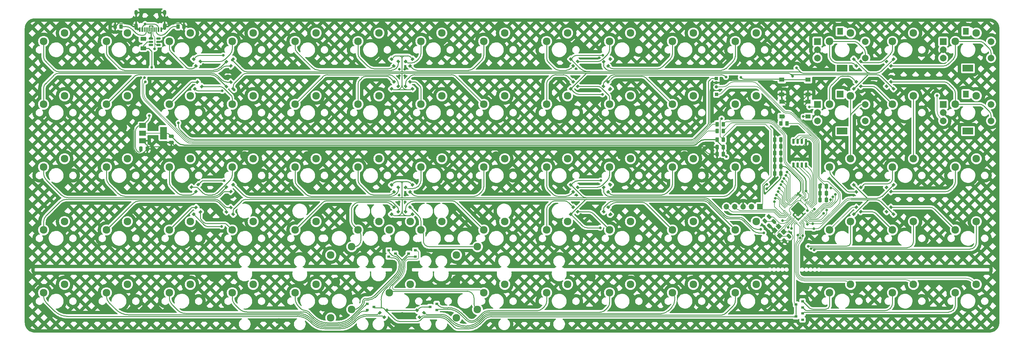
<source format=gbr>
%TF.GenerationSoftware,KiCad,Pcbnew,7.0.9*%
%TF.CreationDate,2024-01-06T12:55:01+01:00*%
%TF.ProjectId,rp2040,72703230-3430-42e6-9b69-6361645f7063,Rev1.0*%
%TF.SameCoordinates,Original*%
%TF.FileFunction,Copper,L2,Bot*%
%TF.FilePolarity,Positive*%
%FSLAX46Y46*%
G04 Gerber Fmt 4.6, Leading zero omitted, Abs format (unit mm)*
G04 Created by KiCad (PCBNEW 7.0.9) date 2024-01-06 12:55:01*
%MOMM*%
%LPD*%
G01*
G04 APERTURE LIST*
G04 Aperture macros list*
%AMRoundRect*
0 Rectangle with rounded corners*
0 $1 Rounding radius*
0 $2 $3 $4 $5 $6 $7 $8 $9 X,Y pos of 4 corners*
0 Add a 4 corners polygon primitive as box body*
4,1,4,$2,$3,$4,$5,$6,$7,$8,$9,$2,$3,0*
0 Add four circle primitives for the rounded corners*
1,1,$1+$1,$2,$3*
1,1,$1+$1,$4,$5*
1,1,$1+$1,$6,$7*
1,1,$1+$1,$8,$9*
0 Add four rect primitives between the rounded corners*
20,1,$1+$1,$2,$3,$4,$5,0*
20,1,$1+$1,$4,$5,$6,$7,0*
20,1,$1+$1,$6,$7,$8,$9,0*
20,1,$1+$1,$8,$9,$2,$3,0*%
%AMRotRect*
0 Rectangle, with rotation*
0 The origin of the aperture is its center*
0 $1 length*
0 $2 width*
0 $3 Rotation angle, in degrees counterclockwise*
0 Add horizontal line*
21,1,$1,$2,0,0,$3*%
G04 Aperture macros list end*
%TA.AperFunction,ComponentPad*%
%ADD10C,2.300000*%
%TD*%
%TA.AperFunction,ComponentPad*%
%ADD11C,2.000000*%
%TD*%
%TA.AperFunction,ComponentPad*%
%ADD12R,2.000000X2.000000*%
%TD*%
%TA.AperFunction,WasherPad*%
%ADD13R,3.200000X2.000000*%
%TD*%
%TA.AperFunction,WasherPad*%
%ADD14R,1.800000X2.000000*%
%TD*%
%TA.AperFunction,ComponentPad*%
%ADD15R,1.000000X1.000000*%
%TD*%
%TA.AperFunction,ComponentPad*%
%ADD16O,1.000000X1.000000*%
%TD*%
%TA.AperFunction,WasherPad*%
%ADD17R,2.000000X2.000000*%
%TD*%
%TA.AperFunction,SMDPad,CuDef*%
%ADD18RoundRect,0.250000X0.250000X0.475000X-0.250000X0.475000X-0.250000X-0.475000X0.250000X-0.475000X0*%
%TD*%
%TA.AperFunction,SMDPad,CuDef*%
%ADD19RoundRect,0.250000X-0.625000X0.375000X-0.625000X-0.375000X0.625000X-0.375000X0.625000X0.375000X0*%
%TD*%
%TA.AperFunction,SMDPad,CuDef*%
%ADD20RotRect,0.900000X0.800000X225.000000*%
%TD*%
%TA.AperFunction,ComponentPad*%
%ADD21O,1.700000X1.700000*%
%TD*%
%TA.AperFunction,ComponentPad*%
%ADD22R,1.700000X1.700000*%
%TD*%
%TA.AperFunction,ComponentPad*%
%ADD23C,0.600000*%
%TD*%
%TA.AperFunction,SMDPad,CuDef*%
%ADD24RoundRect,0.144000X2.059095X0.000000X0.000000X2.059095X-2.059095X0.000000X0.000000X-2.059095X0*%
%TD*%
%TA.AperFunction,SMDPad,CuDef*%
%ADD25RoundRect,0.050000X0.309359X0.238649X0.238649X0.309359X-0.309359X-0.238649X-0.238649X-0.309359X0*%
%TD*%
%TA.AperFunction,SMDPad,CuDef*%
%ADD26RoundRect,0.050000X0.309359X-0.238649X-0.238649X0.309359X-0.309359X0.238649X0.238649X-0.309359X0*%
%TD*%
%TA.AperFunction,SMDPad,CuDef*%
%ADD27RotRect,0.900000X0.800000X45.000000*%
%TD*%
%TA.AperFunction,SMDPad,CuDef*%
%ADD28RotRect,0.900000X0.800000X135.000000*%
%TD*%
%TA.AperFunction,SMDPad,CuDef*%
%ADD29RoundRect,0.250000X-0.159099X0.512652X-0.512652X0.159099X0.159099X-0.512652X0.512652X-0.159099X0*%
%TD*%
%TA.AperFunction,ComponentPad*%
%ADD30O,1.000000X2.100000*%
%TD*%
%TA.AperFunction,ComponentPad*%
%ADD31O,1.000000X1.600000*%
%TD*%
%TA.AperFunction,SMDPad,CuDef*%
%ADD32R,0.600000X1.450000*%
%TD*%
%TA.AperFunction,SMDPad,CuDef*%
%ADD33R,0.300000X1.450000*%
%TD*%
%TA.AperFunction,SMDPad,CuDef*%
%ADD34RoundRect,0.250000X-0.262500X-0.450000X0.262500X-0.450000X0.262500X0.450000X-0.262500X0.450000X0*%
%TD*%
%TA.AperFunction,SMDPad,CuDef*%
%ADD35R,0.900000X0.800000*%
%TD*%
%TA.AperFunction,SMDPad,CuDef*%
%ADD36RoundRect,0.250000X0.262500X0.450000X-0.262500X0.450000X-0.262500X-0.450000X0.262500X-0.450000X0*%
%TD*%
%TA.AperFunction,SMDPad,CuDef*%
%ADD37RotRect,0.900000X0.800000X315.000000*%
%TD*%
%TA.AperFunction,SMDPad,CuDef*%
%ADD38RoundRect,0.150000X-0.150000X0.650000X-0.150000X-0.650000X0.150000X-0.650000X0.150000X0.650000X0*%
%TD*%
%TA.AperFunction,SMDPad,CuDef*%
%ADD39RoundRect,0.250000X-0.250000X-0.475000X0.250000X-0.475000X0.250000X0.475000X-0.250000X0.475000X0*%
%TD*%
%TA.AperFunction,SMDPad,CuDef*%
%ADD40RoundRect,0.150000X0.512500X0.150000X-0.512500X0.150000X-0.512500X-0.150000X0.512500X-0.150000X0*%
%TD*%
%TA.AperFunction,SMDPad,CuDef*%
%ADD41RotRect,1.400000X1.200000X315.000000*%
%TD*%
%TA.AperFunction,SMDPad,CuDef*%
%ADD42RoundRect,0.250000X-0.132583X0.503814X-0.503814X0.132583X0.132583X-0.503814X0.503814X-0.132583X0*%
%TD*%
%TA.AperFunction,SMDPad,CuDef*%
%ADD43R,2.000000X1.500000*%
%TD*%
%TA.AperFunction,SMDPad,CuDef*%
%ADD44R,2.000000X3.800000*%
%TD*%
%TA.AperFunction,SMDPad,CuDef*%
%ADD45R,1.550000X1.300000*%
%TD*%
%TA.AperFunction,SMDPad,CuDef*%
%ADD46RoundRect,0.250000X-0.475000X0.250000X-0.475000X-0.250000X0.475000X-0.250000X0.475000X0.250000X0*%
%TD*%
%TA.AperFunction,ViaPad*%
%ADD47C,0.800000*%
%TD*%
%TA.AperFunction,Conductor*%
%ADD48C,0.250000*%
%TD*%
%TA.AperFunction,Conductor*%
%ADD49C,0.200000*%
%TD*%
%TA.AperFunction,Conductor*%
%ADD50C,0.300000*%
%TD*%
G04 APERTURE END LIST*
D10*
%TO.P,SW_5,2,2*%
%TO.N,COL4*%
X104120000Y-49745000D03*
%TO.P,SW_5,1,1*%
%TO.N,Net-(D11-Pad1)*%
X97770000Y-52285000D03*
%TD*%
%TO.P,SW16,2,2*%
%TO.N,COL3*%
X85070000Y-106895000D03*
%TO.P,SW16,1,1*%
%TO.N,Net-(D9-Pad2)*%
X78720000Y-109435000D03*
%TD*%
%TO.P,SW19,2,2*%
%TO.N,COL4*%
X104120000Y-87845000D03*
%TO.P,SW19,1,1*%
%TO.N,Net-(D13-Pad1)*%
X97770000Y-90385000D03*
%TD*%
%TO.P,SW_2,2,2*%
%TO.N,COL1*%
X46970000Y-49745000D03*
%TO.P,SW_2,1,1*%
%TO.N,Net-(D1-Pad2)*%
X40620000Y-52285000D03*
%TD*%
%TO.P,SW_15,2,2*%
%TO.N,COL14*%
X304145000Y-49745000D03*
%TO.P,SW_15,1,1*%
%TO.N,rot_1_row*%
X297795000Y-52285000D03*
%TD*%
%TO.P,SW55,2,2*%
%TO.N,COL13*%
X285095000Y-87845000D03*
%TO.P,SW55,1,1*%
%TO.N,Net-(D33-Pad1)*%
X278745000Y-90385000D03*
%TD*%
%TO.P,SW17,2,2*%
%TO.N,COL3*%
X85070000Y-125945000D03*
%TO.P,SW17,1,1*%
%TO.N,Net-(D10-Pad2)*%
X78720000Y-128485000D03*
%TD*%
%TO.P,SW59,2,2*%
%TO.N,COL14*%
X304145000Y-87845000D03*
%TO.P,SW59,1,1*%
%TO.N,Net-(D38-Pad1)*%
X297795000Y-90385000D03*
%TD*%
D11*
%TO.P,SWrot_1_1,S2,S2*%
%TO.N,COL14*%
X308605000Y-71375000D03*
%TO.P,SWrot_1_1,S1,S1*%
%TO.N,rot_1_1row*%
X308605000Y-76375000D03*
%TO.P,SWrot_1_1,C,C*%
%TO.N,GND*%
X294105000Y-73875000D03*
%TO.P,SWrot_1_1,B,B*%
%TO.N,rot_1_r*%
X294105000Y-76375000D03*
D12*
%TO.P,SWrot_1_1,A,A*%
%TO.N,rot_1_l*%
X294105000Y-71375000D03*
D13*
%TO.P,SWrot_1_1,*%
%TO.N,*%
X301605000Y-79475000D03*
D14*
X301005000Y-68275000D03*
%TD*%
D10*
%TO.P,SW_1,2,2*%
%TO.N,COL0*%
X27920000Y-49745000D03*
%TO.P,SW_1,1,1*%
%TO.N,Net-(D1-Pad1)*%
X21570000Y-52285000D03*
%TD*%
%TO.P,SW8,2,2*%
%TO.N,COL1*%
X46970000Y-125945000D03*
%TO.P,SW8,1,1*%
%TO.N,Net-(D5-Pad2)*%
X40620000Y-128485000D03*
%TD*%
%TO.P,SW_4,2,2*%
%TO.N,COL3*%
X85070000Y-49745000D03*
%TO.P,SW_4,1,1*%
%TO.N,Net-(D6-Pad1)*%
X78720000Y-52285000D03*
%TD*%
%TO.P,SW52,2,2*%
%TO.N,COL12*%
X266045000Y-106895000D03*
%TO.P,SW52,1,1*%
%TO.N,Net-(D34-Pad1)*%
X259695000Y-109435000D03*
%TD*%
%TO.P,SW_10,2,2*%
%TO.N,COL9*%
X199370000Y-49745000D03*
%TO.P,SW_10,1,1*%
%TO.N,Net-(D21-Pad1)*%
X193020000Y-52285000D03*
%TD*%
D15*
%TO.P,J4,1,Pin_1*%
%TO.N,+1V1*%
X225420000Y-68360000D03*
%TD*%
D10*
%TO.P,SW54,2,2*%
%TO.N,COL13*%
X285095000Y-68795000D03*
%TO.P,SW54,1,1*%
%TO.N,Net-(D32-Pad2)*%
X278745000Y-71335000D03*
%TD*%
%TO.P,SW27,2,2*%
%TO.N,COL6*%
X142220000Y-87845000D03*
%TO.P,SW27,1,1*%
%TO.N,Net-(D18-Pad2)*%
X135870000Y-90385000D03*
%TD*%
%TO.P,SW18,2,2*%
%TO.N,COL4*%
X104120000Y-68795000D03*
%TO.P,SW18,1,1*%
%TO.N,Net-(D12-Pad2)*%
X97770000Y-71335000D03*
%TD*%
%TO.P,SW61,2,2*%
%TO.N,COL14*%
X304145000Y-125945000D03*
%TO.P,SW61,1,1*%
%TO.N,Net-(D40-Pad1)*%
X297795000Y-128485000D03*
%TD*%
%TO.P,SW29,2,2*%
%TO.N,COL6*%
X132695000Y-125945000D03*
%TO.P,SW29,1,1*%
%TO.N,Net-(D20-Pad2)*%
X126345000Y-128485000D03*
%TD*%
%TO.P,SW53,2,2*%
%TO.N,COL12*%
X266045000Y-125945000D03*
%TO.P,SW53,1,1*%
%TO.N,Net-(D35-Pad1)*%
X259695000Y-128485000D03*
%TD*%
%TO.P,SW49,2,2*%
%TO.N,COL11*%
X237470000Y-125945000D03*
%TO.P,SW49,1,1*%
%TO.N,Net-(D30-Pad2)*%
X231120000Y-128485000D03*
%TD*%
%TO.P,SW43,2,2*%
%TO.N,COL10*%
X218420000Y-87845000D03*
%TO.P,SW43,1,1*%
%TO.N,Net-(D28-Pad1)*%
X212070000Y-90385000D03*
%TD*%
%TO.P,SW40,2,2*%
%TO.N,COL9*%
X199370000Y-106895000D03*
%TO.P,SW40,1,1*%
%TO.N,Net-(D24-Pad2)*%
X193020000Y-109435000D03*
%TD*%
%TO.P,SW26,2,2*%
%TO.N,COL6*%
X142220000Y-68795000D03*
%TO.P,SW26,1,1*%
%TO.N,Net-(D17-Pad2)*%
X135870000Y-71335000D03*
%TD*%
%TO.P,SW29_3,2,2*%
%TO.N,COL6*%
X146665000Y-117055000D03*
%TO.P,SW29_3,1,1*%
%TO.N,Net-(D19-Pad2)*%
X153015000Y-114515000D03*
%TD*%
%TO.P,SW_8,2,2*%
%TO.N,COL7*%
X161270000Y-49745000D03*
%TO.P,SW_8,1,1*%
%TO.N,Net-(D16-Pad1)*%
X154920000Y-52285000D03*
%TD*%
%TO.P,SW56,2,2*%
%TO.N,COL13*%
X285095000Y-106895000D03*
%TO.P,SW56,1,1*%
%TO.N,Net-(D34-Pad2)*%
X278745000Y-109435000D03*
%TD*%
%TO.P,SW14,2,2*%
%TO.N,COL3*%
X85070000Y-68795000D03*
%TO.P,SW14,1,1*%
%TO.N,Net-(D7-Pad2)*%
X78720000Y-71335000D03*
%TD*%
%TO.P,SW33,2,2*%
%TO.N,COL7*%
X161270000Y-125945000D03*
%TO.P,SW33,1,1*%
%TO.N,Net-(D20-Pad1)*%
X154920000Y-128485000D03*
%TD*%
%TO.P,SW_6,2,2*%
%TO.N,COL5*%
X123170000Y-49745000D03*
%TO.P,SW_6,1,1*%
%TO.N,Net-(D11-Pad2)*%
X116820000Y-52285000D03*
%TD*%
%TO.P,SW60,2,2*%
%TO.N,COL14*%
X304145000Y-106895000D03*
%TO.P,SW60,1,1*%
%TO.N,Net-(D39-Pad2)*%
X297795000Y-109435000D03*
%TD*%
%TO.P,SW34,2,2*%
%TO.N,COL8*%
X180320000Y-68795000D03*
%TO.P,SW34,1,1*%
%TO.N,Net-(D22-Pad1)*%
X173970000Y-71335000D03*
%TD*%
%TO.P,SW29_2,2,2*%
%TO.N,COL6*%
X132695000Y-106895000D03*
%TO.P,SW29_2,1,1*%
%TO.N,Net-(D20-Pad2)*%
X126345000Y-109435000D03*
%TD*%
%TO.P,SW_9,2,2*%
%TO.N,COL8*%
X180320000Y-49745000D03*
%TO.P,SW_9,1,1*%
%TO.N,Net-(D21-Pad2)*%
X173970000Y-52285000D03*
%TD*%
%TO.P,SW47,2,2*%
%TO.N,COL11*%
X237470000Y-87845000D03*
%TO.P,SW47,1,1*%
%TO.N,Net-(D28-Pad2)*%
X231120000Y-90385000D03*
%TD*%
%TO.P,SW51,2,2*%
%TO.N,COL12*%
X266045000Y-87845000D03*
%TO.P,SW51,1,1*%
%TO.N,Net-(D33-Pad2)*%
X259695000Y-90385000D03*
%TD*%
%TO.P,SW29_1,2,2*%
%TO.N,COL6*%
X146665000Y-136105000D03*
%TO.P,SW29_1,1,1*%
%TO.N,Net-(D20-Pad2)*%
X153015000Y-133565000D03*
%TD*%
%TO.P,SW1,2,2*%
%TO.N,COL0*%
X27920000Y-68795000D03*
%TO.P,SW1,1,1*%
%TO.N,Net-(D2-Pad2)*%
X21570000Y-71335000D03*
%TD*%
%TO.P,SW22,2,2*%
%TO.N,COL5*%
X123170000Y-68795000D03*
%TO.P,SW22,1,1*%
%TO.N,Net-(D12-Pad1)*%
X116820000Y-71335000D03*
%TD*%
%TO.P,SW36,2,2*%
%TO.N,COL8*%
X180320000Y-106895000D03*
%TO.P,SW36,1,1*%
%TO.N,Net-(D24-Pad1)*%
X173970000Y-109435000D03*
%TD*%
%TO.P,SW7,2,2*%
%TO.N,COL1*%
X46970000Y-106895000D03*
%TO.P,SW7,1,1*%
%TO.N,Net-(D4-Pad1)*%
X40620000Y-109435000D03*
%TD*%
%TO.P,SW_13,2,2*%
%TO.N,COL12*%
X266045000Y-49745000D03*
%TO.P,SW_13,1,1*%
%TO.N,rot_2_2row*%
X259695000Y-52285000D03*
%TD*%
%TO.P,SW45,2,2*%
%TO.N,COL10*%
X218420000Y-125945000D03*
%TO.P,SW45,1,1*%
%TO.N,Net-(D30-Pad1)*%
X212070000Y-128485000D03*
%TD*%
%TO.P,SW23,2,2*%
%TO.N,COL5*%
X123170000Y-87845000D03*
%TO.P,SW23,1,1*%
%TO.N,Net-(D13-Pad2)*%
X116820000Y-90385000D03*
%TD*%
%TO.P,SW35,2,2*%
%TO.N,COL8*%
X180320000Y-87845000D03*
%TO.P,SW35,1,1*%
%TO.N,Net-(D23-Pad2)*%
X173970000Y-90385000D03*
%TD*%
%TO.P,SW24,2,2*%
%TO.N,COL5*%
X123170000Y-106895000D03*
%TO.P,SW24,1,1*%
%TO.N,Net-(D14-Pad1)*%
X116820000Y-109435000D03*
%TD*%
%TO.P,SW46,2,2*%
%TO.N,COL11*%
X237470000Y-68795000D03*
%TO.P,SW46,1,1*%
%TO.N,Net-(D27-Pad1)*%
X231120000Y-71335000D03*
%TD*%
%TO.P,SW30,2,2*%
%TO.N,COL7*%
X161270000Y-68795000D03*
%TO.P,SW30,1,1*%
%TO.N,Net-(D17-Pad1)*%
X154920000Y-71335000D03*
%TD*%
%TO.P,SW6,2,2*%
%TO.N,COL1*%
X46970000Y-87845000D03*
%TO.P,SW6,1,1*%
%TO.N,Net-(D3-Pad2)*%
X40620000Y-90385000D03*
%TD*%
%TO.P,SW12,2,2*%
%TO.N,COL2*%
X66020000Y-125945000D03*
%TO.P,SW12,1,1*%
%TO.N,Net-(D10-Pad1)*%
X59670000Y-128485000D03*
%TD*%
%TO.P,SW_12,2,2*%
%TO.N,COL11*%
X237470000Y-49745000D03*
%TO.P,SW_12,1,1*%
%TO.N,Net-(D26-Pad2)*%
X231120000Y-52285000D03*
%TD*%
%TO.P,SW9,2,2*%
%TO.N,COL2*%
X66020000Y-68795000D03*
%TO.P,SW9,1,1*%
%TO.N,Net-(D7-Pad1)*%
X59670000Y-71335000D03*
%TD*%
%TO.P,SW31,2,2*%
%TO.N,COL7*%
X161270000Y-87845000D03*
%TO.P,SW31,1,1*%
%TO.N,Net-(D18-Pad1)*%
X154920000Y-90385000D03*
%TD*%
%TO.P,SW_7,2,2*%
%TO.N,COL6*%
X142220000Y-49745000D03*
%TO.P,SW_7,1,1*%
%TO.N,Net-(D16-Pad2)*%
X135870000Y-52285000D03*
%TD*%
D16*
%TO.P,J2,3,Pin_3*%
%TO.N,LED_GLOW*%
X225410000Y-66040000D03*
%TO.P,J2,2,Pin_2*%
%TO.N,GND*%
X225410000Y-64770000D03*
D15*
%TO.P,J2,1,Pin_1*%
%TO.N,+5V*%
X225410000Y-63500000D03*
%TD*%
D10*
%TO.P,SW15,2,2*%
%TO.N,COL3*%
X85070000Y-87845000D03*
%TO.P,SW15,1,1*%
%TO.N,Net-(D8-Pad2)*%
X78720000Y-90385000D03*
%TD*%
%TO.P,SW25,2,2*%
%TO.N,COL5*%
X108565000Y-136105000D03*
%TO.P,SW25,1,1*%
%TO.N,Net-(D15-Pad1)*%
X114915000Y-133565000D03*
%TD*%
%TO.P,SW4,2,2*%
%TO.N,COL0*%
X27920000Y-125945000D03*
%TO.P,SW4,1,1*%
%TO.N,Net-(D5-Pad1)*%
X21570000Y-128485000D03*
%TD*%
%TO.P,SW28,2,2*%
%TO.N,COL6*%
X142220000Y-106895000D03*
%TO.P,SW28,1,1*%
%TO.N,Net-(D19-Pad2)*%
X135870000Y-109435000D03*
%TD*%
%TO.P,SW5,2,2*%
%TO.N,COL1*%
X46970000Y-68795000D03*
%TO.P,SW5,1,1*%
%TO.N,Net-(D2-Pad1)*%
X40620000Y-71335000D03*
%TD*%
%TO.P,SW37,2,2*%
%TO.N,COL8*%
X180320000Y-125945000D03*
%TO.P,SW37,1,1*%
%TO.N,Net-(D25-Pad1)*%
X173970000Y-128485000D03*
%TD*%
%TO.P,SW42,2,2*%
%TO.N,COL10*%
X218420000Y-68795000D03*
%TO.P,SW42,1,1*%
%TO.N,Net-(D27-Pad2)*%
X212070000Y-71335000D03*
%TD*%
%TO.P,SW11,2,2*%
%TO.N,COL2*%
X66020000Y-106895000D03*
%TO.P,SW11,1,1*%
%TO.N,Net-(D9-Pad1)*%
X59670000Y-109435000D03*
%TD*%
%TO.P,SW58,2,2*%
%TO.N,COL14*%
X304145000Y-68795000D03*
%TO.P,SW58,1,1*%
%TO.N,rot_1_1row*%
X297795000Y-71335000D03*
%TD*%
%TO.P,SW3,2,2*%
%TO.N,COL0*%
X27920000Y-106895000D03*
%TO.P,SW3,1,1*%
%TO.N,Net-(D4-Pad2)*%
X21570000Y-109435000D03*
%TD*%
%TO.P,SW39,2,2*%
%TO.N,COL9*%
X199370000Y-87845000D03*
%TO.P,SW39,1,1*%
%TO.N,Net-(D23-Pad1)*%
X193020000Y-90385000D03*
%TD*%
%TO.P,SW_3,2,2*%
%TO.N,COL2*%
X66020000Y-49745000D03*
%TO.P,SW_3,1,1*%
%TO.N,Net-(D6-Pad2)*%
X59670000Y-52285000D03*
%TD*%
%TO.P,SW21,2,2*%
%TO.N,COL4*%
X104120000Y-125945000D03*
%TO.P,SW21,1,1*%
%TO.N,Net-(D15-Pad2)*%
X97770000Y-128485000D03*
%TD*%
D11*
%TO.P,SWrot_2_2,S2,S2*%
%TO.N,COL12*%
X270505000Y-52325000D03*
%TO.P,SWrot_2_2,S1,S1*%
%TO.N,rot_2_2row*%
X270505000Y-57325000D03*
%TO.P,SWrot_2_2,C,C*%
%TO.N,GND*%
X256005000Y-54825000D03*
%TO.P,SWrot_2_2,B,B*%
%TO.N,rot_2_r*%
X256005000Y-57325000D03*
D12*
%TO.P,SWrot_2_2,A,A*%
%TO.N,rot_2_l*%
X256005000Y-52325000D03*
D13*
%TO.P,SWrot_2_2,*%
%TO.N,*%
X263505000Y-60425000D03*
D14*
X262905000Y-49225000D03*
%TD*%
D10*
%TO.P,SW_14,2,2*%
%TO.N,COL13*%
X285095000Y-49745000D03*
%TO.P,SW_14,1,1*%
%TO.N,Net-(D31-Pad1)*%
X278745000Y-52285000D03*
%TD*%
%TO.P,SW38,2,2*%
%TO.N,COL9*%
X199370000Y-68795000D03*
%TO.P,SW38,1,1*%
%TO.N,Net-(D22-Pad2)*%
X193020000Y-71335000D03*
%TD*%
D11*
%TO.P,SWrot_1,S2,S2*%
%TO.N,COL14*%
X308605000Y-52325000D03*
%TO.P,SWrot_1,S1,S1*%
%TO.N,rot_1_row*%
X308605000Y-57325000D03*
%TO.P,SWrot_1,C,C*%
%TO.N,GND*%
X294105000Y-54825000D03*
%TO.P,SWrot_1,B,B*%
%TO.N,rot_1_r*%
X294105000Y-57325000D03*
D12*
%TO.P,SWrot_1,A,A*%
%TO.N,rot_1_l*%
X294105000Y-52325000D03*
D13*
%TO.P,SWrot_1,*%
%TO.N,*%
X301605000Y-60425000D03*
D14*
X301005000Y-49225000D03*
%TD*%
D10*
%TO.P,SW25_1,2,2*%
%TO.N,COL5*%
X108565000Y-117055000D03*
%TO.P,SW25_1,1,1*%
%TO.N,Net-(D14-Pad1)*%
X114915000Y-114515000D03*
%TD*%
%TO.P,SW20,2,2*%
%TO.N,COL4*%
X104120000Y-106895000D03*
%TO.P,SW20,1,1*%
%TO.N,Net-(D14-Pad2)*%
X97770000Y-109435000D03*
%TD*%
%TO.P,SW10,2,2*%
%TO.N,COL2*%
X66020000Y-87845000D03*
%TO.P,SW10,1,1*%
%TO.N,Net-(D8-Pad1)*%
X59670000Y-90385000D03*
%TD*%
%TO.P,SW2,2,2*%
%TO.N,COL0*%
X27920000Y-87845000D03*
%TO.P,SW2,1,1*%
%TO.N,Net-(D3-Pad1)*%
X21570000Y-90385000D03*
%TD*%
%TO.P,SW50,2,2*%
%TO.N,COL12*%
X266045000Y-68795000D03*
%TO.P,SW50,1,1*%
%TO.N,rot_2_row*%
X259695000Y-71335000D03*
%TD*%
%TO.P,SW44,2,2*%
%TO.N,COL10*%
X218420000Y-106895000D03*
%TO.P,SW44,1,1*%
%TO.N,Net-(D29-Pad2)*%
X212070000Y-109435000D03*
%TD*%
%TO.P,SW_11,1,1*%
%TO.N,Net-(D26-Pad1)*%
X212070000Y-52285000D03*
%TO.P,SW_11,2,2*%
%TO.N,COL10*%
X218420000Y-49745000D03*
%TD*%
%TO.P,SW41,2,2*%
%TO.N,COL9*%
X199370000Y-125945000D03*
%TO.P,SW41,1,1*%
%TO.N,Net-(D25-Pad2)*%
X193020000Y-128485000D03*
%TD*%
D11*
%TO.P,SWrot_2,S2,S2*%
%TO.N,COL12*%
X270505000Y-71375000D03*
%TO.P,SWrot_2,S1,S1*%
%TO.N,rot_2_row*%
X270505000Y-76375000D03*
%TO.P,SWrot_2,C,C*%
%TO.N,GND*%
X256005000Y-73875000D03*
%TO.P,SWrot_2,B,B*%
%TO.N,rot_2_r*%
X256005000Y-76375000D03*
D12*
%TO.P,SWrot_2,A,A*%
%TO.N,rot_2_l*%
X256005000Y-71375000D03*
D13*
%TO.P,SWrot_2,*%
%TO.N,*%
X263505000Y-79475000D03*
D17*
X262905000Y-68275000D03*
%TD*%
D10*
%TO.P,SW32,2,2*%
%TO.N,COL7*%
X161270000Y-106895000D03*
%TO.P,SW32,1,1*%
%TO.N,Net-(D19-Pad1)*%
X154920000Y-109435000D03*
%TD*%
%TO.P,SW48,2,2*%
%TO.N,COL11*%
X237470000Y-106895000D03*
%TO.P,SW48,1,1*%
%TO.N,Net-(D29-Pad1)*%
X231120000Y-109435000D03*
%TD*%
%TO.P,SW57,2,2*%
%TO.N,COL13*%
X285095000Y-125945000D03*
%TO.P,SW57,1,1*%
%TO.N,Net-(D35-Pad2)*%
X278745000Y-128485000D03*
%TD*%
D18*
%TO.P,C9,2*%
%TO.N,GND*%
X243040000Y-90210000D03*
%TO.P,C9,1*%
%TO.N,+3V3*%
X244940000Y-90210000D03*
%TD*%
D19*
%TO.P,F0,2*%
%TO.N,+5V*%
X51760000Y-54340000D03*
%TO.P,F0,1*%
%TO.N,VBUS*%
X51760000Y-51540000D03*
%TD*%
D20*
%TO.P,D12,3,K*%
%TO.N,ROW1*%
X126972893Y-66637107D03*
%TO.P,D12,2,A*%
%TO.N,Net-(D12-Pad2)*%
X129058858Y-65894645D03*
%TO.P,D12,1,A*%
%TO.N,Net-(D12-Pad1)*%
X127715355Y-64551142D03*
%TD*%
%TO.P,D9,3,K*%
%TO.N,ROW3*%
X67012893Y-104707107D03*
%TO.P,D9,2,A*%
%TO.N,Net-(D9-Pad2)*%
X69098858Y-103964645D03*
%TO.P,D9,1,A*%
%TO.N,Net-(D9-Pad1)*%
X67755355Y-102621142D03*
%TD*%
D21*
%TO.P,J1,5,Pin_5*%
%TO.N,/RP2040_schem/SWCLK*%
X228440000Y-102425000D03*
%TO.P,J1,4,Pin_4*%
%TO.N,/RP2040_schem/SWD*%
X230980000Y-102425000D03*
%TO.P,J1,3,Pin_3*%
%TO.N,GND*%
X233520000Y-102425000D03*
%TO.P,J1,2,Pin_2*%
%TO.N,+3V3*%
X236060000Y-102425000D03*
D22*
%TO.P,J1,1,Pin_1*%
%TO.N,/RP2040_schem/RUN*%
X238600000Y-102425000D03*
%TD*%
D23*
%TO.P,U3,57,GND*%
%TO.N,GND*%
X250210000Y-101386878D03*
X249308439Y-102288439D03*
X248406878Y-103190000D03*
X251111561Y-102288439D03*
D24*
X250210000Y-103190000D03*
D23*
X250210000Y-103190000D03*
X249308439Y-104091561D03*
X252013122Y-103190000D03*
X251111561Y-104091561D03*
X250210000Y-104993122D03*
D25*
%TO.P,U3,56,QSPI_SS*%
%TO.N,/RP2040_schem/QSPI_SS*%
X254479157Y-102597798D03*
%TO.P,U3,55,QSPI_SD1*%
%TO.N,/RP2040_schem/QSPI_SD1*%
X254196314Y-102314955D03*
%TO.P,U3,54,QSPI_SD2*%
%TO.N,/RP2040_schem/QSPI_SD2*%
X253913472Y-102032113D03*
%TO.P,U3,53,QSPI_SD0*%
%TO.N,/RP2040_schem/QSPI_SD0*%
X253630629Y-101749270D03*
%TO.P,U3,52,QSPI_SCLK*%
%TO.N,/RP2040_schem/QSPI_SCLK*%
X253347786Y-101466427D03*
%TO.P,U3,51,QSPI_SD3*%
%TO.N,/RP2040_schem/QSPI_SD3*%
X253064944Y-101183585D03*
%TO.P,U3,50,DVDD*%
%TO.N,+1V1*%
X252782101Y-100900742D03*
%TO.P,U3,49,IOVDD*%
%TO.N,+3V3*%
X252499258Y-100617899D03*
%TO.P,U3,48,USB_VDD*%
X252216415Y-100335056D03*
%TO.P,U3,47,USB_DP*%
%TO.N,Net-(R3-Pad2)*%
X251933573Y-100052214D03*
%TO.P,U3,46,USB_DM*%
%TO.N,Net-(R4-Pad2)*%
X251650730Y-99769371D03*
%TO.P,U3,45,VREG_VOUT*%
%TO.N,+1V1*%
X251367887Y-99486528D03*
%TO.P,U3,44,VREG_IN*%
%TO.N,+3V3*%
X251085045Y-99203686D03*
%TO.P,U3,43,ADC_AVDD*%
X250802202Y-98920843D03*
D26*
%TO.P,U3,42,IOVDD*%
X249617798Y-98920843D03*
%TO.P,U3,41,GPIO29_ADC3*%
%TO.N,/RP2040_schem/GPIO29_ADC3*%
X249334955Y-99203686D03*
%TO.P,U3,40,GPIO28_ADC2*%
%TO.N,/RP2040_schem/GPIO28_ADC2*%
X249052113Y-99486528D03*
%TO.P,U3,39,GPIO27_ADC1*%
%TO.N,/RP2040_schem/GPIO27_ADC1*%
X248769270Y-99769371D03*
%TO.P,U3,38,GPIO26_ADC0*%
%TO.N,/RP2040_schem/GPIO26_ADC0*%
X248486427Y-100052214D03*
%TO.P,U3,37,GPIO25*%
%TO.N,COL0*%
X248203585Y-100335056D03*
%TO.P,U3,36,GPIO24*%
%TO.N,COL1*%
X247920742Y-100617899D03*
%TO.P,U3,35,GPIO23*%
%TO.N,COL2*%
X247637899Y-100900742D03*
%TO.P,U3,34,GPIO22*%
%TO.N,COL3*%
X247355056Y-101183585D03*
%TO.P,U3,33,IOVDD*%
%TO.N,+3V3*%
X247072214Y-101466427D03*
%TO.P,U3,32,GPIO21*%
%TO.N,COL4*%
X246789371Y-101749270D03*
%TO.P,U3,31,GPIO20*%
%TO.N,COL5*%
X246506528Y-102032113D03*
%TO.P,U3,30,GPIO19*%
%TO.N,COL6*%
X246223686Y-102314955D03*
%TO.P,U3,29,GPIO18*%
%TO.N,COL7*%
X245940843Y-102597798D03*
D25*
%TO.P,U3,28,GPIO17*%
%TO.N,COL8*%
X245940843Y-103782202D03*
%TO.P,U3,27,GPIO16*%
%TO.N,COL9*%
X246223686Y-104065045D03*
%TO.P,U3,26,RUN*%
%TO.N,/RP2040_schem/RUN*%
X246506528Y-104347887D03*
%TO.P,U3,25,SWD*%
%TO.N,/RP2040_schem/SWD*%
X246789371Y-104630730D03*
%TO.P,U3,24,SWCLK*%
%TO.N,/RP2040_schem/SWCLK*%
X247072214Y-104913573D03*
%TO.P,U3,23,DVDD*%
%TO.N,+1V1*%
X247355056Y-105196415D03*
%TO.P,U3,22,IOVDD*%
%TO.N,+3V3*%
X247637899Y-105479258D03*
%TO.P,U3,21,XOUT*%
%TO.N,/RP2040_schem/XOUT*%
X247920742Y-105762101D03*
%TO.P,U3,20,XIN*%
%TO.N,/RP2040_schem/XIN*%
X248203585Y-106044944D03*
%TO.P,U3,19,TESTEN*%
%TO.N,GND*%
X248486427Y-106327786D03*
%TO.P,U3,18,GPIO15*%
%TO.N,COL10*%
X248769270Y-106610629D03*
%TO.P,U3,17,GPIO14*%
%TO.N,COL11*%
X249052113Y-106893472D03*
%TO.P,U3,16,GPIO13*%
%TO.N,ROW4*%
X249334955Y-107176314D03*
%TO.P,U3,15,GPIO12*%
%TO.N,COL12*%
X249617798Y-107459157D03*
D26*
%TO.P,U3,14,GPIO11*%
%TO.N,COL13*%
X250802202Y-107459157D03*
%TO.P,U3,13,GPIO10*%
%TO.N,COL14*%
X251085045Y-107176314D03*
%TO.P,U3,12,GPIO9*%
%TO.N,ROW3*%
X251367887Y-106893472D03*
%TO.P,U3,11,GPIO8*%
%TO.N,unconnected-(U3-Pad11)*%
X251650730Y-106610629D03*
%TO.P,U3,10,IOVDD*%
%TO.N,+3V3*%
X251933573Y-106327786D03*
%TO.P,U3,9,GPIO7*%
%TO.N,ROW2*%
X252216415Y-106044944D03*
%TO.P,U3,8,GPIO6*%
%TO.N,LED_GLOW*%
X252499258Y-105762101D03*
%TO.P,U3,7,GPIO5*%
%TO.N,ROW0*%
X252782101Y-105479258D03*
%TO.P,U3,6,GPIO4*%
%TO.N,ROW1*%
X253064944Y-105196415D03*
%TO.P,U3,5,GPIO3*%
%TO.N,rot_1_r*%
X253347786Y-104913573D03*
%TO.P,U3,4,GPIO2*%
%TO.N,rot_1_l*%
X253630629Y-104630730D03*
%TO.P,U3,3,GPIO1*%
%TO.N,rot_2_r*%
X253913472Y-104347887D03*
%TO.P,U3,2,GPIO0*%
%TO.N,rot_2_l*%
X254196314Y-104065045D03*
%TO.P,U3,1,IOVDD*%
%TO.N,+3V3*%
X254479157Y-103782202D03*
%TD*%
D27*
%TO.P,D36,3,K*%
%TO.N,ROW0*%
X279027107Y-57652893D03*
%TO.P,D36,2,A*%
%TO.N,unconnected-(D36-Pad2)*%
X276941142Y-58395355D03*
%TO.P,D36,1,A*%
%TO.N,rot_1_row*%
X278284645Y-59738858D03*
%TD*%
%TO.P,D16,3,K*%
%TO.N,ROW0*%
X133327107Y-57642893D03*
%TO.P,D16,2,A*%
%TO.N,Net-(D16-Pad2)*%
X131241142Y-58385355D03*
%TO.P,D16,1,A*%
%TO.N,Net-(D16-Pad1)*%
X132584645Y-59728858D03*
%TD*%
D18*
%TO.P,C5,2*%
%TO.N,GND*%
X225590000Y-86460000D03*
%TO.P,C5,1*%
%TO.N,+3V3*%
X227490000Y-86460000D03*
%TD*%
%TO.P,C15,2*%
%TO.N,GND*%
X225610000Y-84370000D03*
%TO.P,C15,1*%
%TO.N,+3V3*%
X227510000Y-84370000D03*
%TD*%
D20*
%TO.P,D7,3,K*%
%TO.N,ROW1*%
X67392893Y-66682107D03*
%TO.P,D7,2,A*%
%TO.N,Net-(D7-Pad2)*%
X69478858Y-65939645D03*
%TO.P,D7,1,A*%
%TO.N,Net-(D7-Pad1)*%
X68135355Y-64596142D03*
%TD*%
D28*
%TO.P,D33,3,K*%
%TO.N,ROW2*%
X267042893Y-95782893D03*
%TO.P,D33,2,A*%
%TO.N,Net-(D33-Pad2)*%
X267785355Y-97868858D03*
%TO.P,D33,1,A*%
%TO.N,Net-(D33-Pad1)*%
X269128858Y-96525355D03*
%TD*%
D29*
%TO.P,C2,2*%
%TO.N,GND*%
X246018249Y-112741751D03*
%TO.P,C2,1*%
%TO.N,/RP2040_schem/XIN*%
X247361751Y-111398249D03*
%TD*%
D20*
%TO.P,D22,3,K*%
%TO.N,ROW1*%
X181272893Y-66637107D03*
%TO.P,D22,2,A*%
%TO.N,Net-(D22-Pad2)*%
X183358858Y-65894645D03*
%TO.P,D22,1,A*%
%TO.N,Net-(D22-Pad1)*%
X182015355Y-64551142D03*
%TD*%
D27*
%TO.P,D1,3,K*%
%TO.N,ROW0*%
X79007107Y-57667893D03*
%TO.P,D1,2,A*%
%TO.N,Net-(D1-Pad2)*%
X76921142Y-58410355D03*
%TO.P,D1,1,A*%
%TO.N,Net-(D1-Pad1)*%
X78264645Y-59753858D03*
%TD*%
D29*
%TO.P,C3,2*%
%TO.N,GND*%
X241488249Y-108201751D03*
%TO.P,C3,1*%
%TO.N,Net-(C3-Pad1)*%
X242831751Y-106858249D03*
%TD*%
D30*
%TO.P,J0,S1,SHIELD*%
%TO.N,GND*%
X58250000Y-47760000D03*
D31*
X58250000Y-43580000D03*
D30*
X49610000Y-47760000D03*
D31*
X49610000Y-43580000D03*
D32*
%TO.P,J0,B12,GND*%
X50680000Y-48675000D03*
%TO.P,J0,B9,VBUS*%
%TO.N,VBUS*%
X51480000Y-48675000D03*
D33*
%TO.P,J0,B8,SBU2*%
%TO.N,unconnected-(J0-PadB8)*%
X52180000Y-48675000D03*
%TO.P,J0,B7,D-*%
%TO.N,/RP2040_schem/USB_D-*%
X53180000Y-48675000D03*
%TO.P,J0,B6,D+*%
%TO.N,/RP2040_schem/USB_D+*%
X54680000Y-48675000D03*
%TO.P,J0,B5,CC2*%
%TO.N,Net-(J0-PadB5)*%
X55680000Y-48675000D03*
D32*
%TO.P,J0,B4,VBUS*%
%TO.N,VBUS*%
X56380000Y-48675000D03*
%TO.P,J0,B1,GND*%
%TO.N,GND*%
X57180000Y-48675000D03*
%TO.P,J0,A12,GND*%
X57180000Y-48675000D03*
%TO.P,J0,A9,VBUS*%
%TO.N,VBUS*%
X56380000Y-48675000D03*
D33*
%TO.P,J0,A8,SBU1*%
%TO.N,unconnected-(J0-PadA8)*%
X55180000Y-48675000D03*
%TO.P,J0,A7,D-*%
%TO.N,/RP2040_schem/USB_D-*%
X54180000Y-48675000D03*
%TO.P,J0,A6,D+*%
%TO.N,/RP2040_schem/USB_D+*%
X53680000Y-48675000D03*
%TO.P,J0,A5,CC1*%
%TO.N,Net-(J0-PadA5)*%
X52680000Y-48675000D03*
D32*
%TO.P,J0,A4,VBUS*%
%TO.N,VBUS*%
X51480000Y-48675000D03*
%TO.P,J0,A1,GND*%
%TO.N,GND*%
X50680000Y-48675000D03*
%TD*%
D34*
%TO.P,R4,2*%
%TO.N,Net-(R4-Pad2)*%
X227452500Y-79410000D03*
%TO.P,R4,1*%
%TO.N,/RP2040_schem/USB_D-*%
X225627500Y-79410000D03*
%TD*%
D18*
%TO.P,C10,2*%
%TO.N,GND*%
X243040000Y-92270000D03*
%TO.P,C10,1*%
%TO.N,+3V3*%
X244940000Y-92270000D03*
%TD*%
D35*
%TO.P,D35,3,K*%
%TO.N,ROW4*%
X249500000Y-132000000D03*
%TO.P,D35,2,A*%
%TO.N,Net-(D35-Pad2)*%
X251500000Y-132950000D03*
%TO.P,D35,1,A*%
%TO.N,Net-(D35-Pad1)*%
X251500000Y-131050000D03*
%TD*%
%TO.P,D15,3,K*%
%TO.N,ROW4*%
X128140000Y-116580000D03*
%TO.P,D15,2,A*%
%TO.N,Net-(D15-Pad2)*%
X126140000Y-115630000D03*
%TO.P,D15,1,A*%
%TO.N,Net-(D15-Pad1)*%
X126140000Y-117530000D03*
%TD*%
D18*
%TO.P,C8,2*%
%TO.N,GND*%
X256800000Y-100350000D03*
%TO.P,C8,1*%
%TO.N,+1V1*%
X258700000Y-100350000D03*
%TD*%
D34*
%TO.P,R3,2*%
%TO.N,Net-(R3-Pad2)*%
X227452500Y-77390000D03*
%TO.P,R3,1*%
%TO.N,/RP2040_schem/USB_D+*%
X225627500Y-77390000D03*
%TD*%
D36*
%TO.P,R8,2*%
%TO.N,+3V3*%
X225657500Y-82040000D03*
%TO.P,R8,1*%
%TO.N,/RP2040_schem/RUN*%
X227482500Y-82040000D03*
%TD*%
D37*
%TO.P,D27,3,K*%
%TO.N,ROW1*%
X193287107Y-66637107D03*
%TO.P,D27,2,A*%
%TO.N,Net-(D27-Pad2)*%
X192544645Y-64551142D03*
%TO.P,D27,1,A*%
%TO.N,Net-(D27-Pad1)*%
X191201142Y-65894645D03*
%TD*%
D27*
%TO.P,D28,3,K*%
%TO.N,ROW2*%
X193307107Y-95772893D03*
%TO.P,D28,2,A*%
%TO.N,Net-(D28-Pad2)*%
X191221142Y-96515355D03*
%TO.P,D28,1,A*%
%TO.N,Net-(D28-Pad1)*%
X192564645Y-97858858D03*
%TD*%
%TO.P,D26,3,K*%
%TO.N,ROW0*%
X193307107Y-57662893D03*
%TO.P,D26,2,A*%
%TO.N,Net-(D26-Pad2)*%
X191221142Y-58405355D03*
%TO.P,D26,1,A*%
%TO.N,Net-(D26-Pad1)*%
X192564645Y-59748858D03*
%TD*%
D38*
%TO.P,U2,8,VCC*%
%TO.N,+3V3*%
X248705000Y-89800000D03*
%TO.P,U2,7,IO3*%
%TO.N,/RP2040_schem/QSPI_SD3*%
X249975000Y-89800000D03*
%TO.P,U2,6,CLK*%
%TO.N,/RP2040_schem/QSPI_SCLK*%
X251245000Y-89800000D03*
%TO.P,U2,5,DI(IO0)*%
%TO.N,/RP2040_schem/QSPI_SD0*%
X252515000Y-89800000D03*
%TO.P,U2,4,GND*%
%TO.N,GND*%
X252515000Y-82600000D03*
%TO.P,U2,3,IO2*%
%TO.N,/RP2040_schem/QSPI_SD2*%
X251245000Y-82600000D03*
%TO.P,U2,2,DO(IO1)*%
%TO.N,/RP2040_schem/QSPI_SD1*%
X249975000Y-82600000D03*
%TO.P,U2,1,~{CS}*%
%TO.N,/RP2040_schem/QSPI_SS*%
X248705000Y-82600000D03*
%TD*%
D28*
%TO.P,D13,3,K*%
%TO.N,ROW2*%
X126972893Y-95812893D03*
%TO.P,D13,2,A*%
%TO.N,Net-(D13-Pad2)*%
X127715355Y-97898858D03*
%TO.P,D13,1,A*%
%TO.N,Net-(D13-Pad1)*%
X129058858Y-96555355D03*
%TD*%
D27*
%TO.P,D18,3,K*%
%TO.N,ROW2*%
X133327107Y-95812893D03*
%TO.P,D18,2,A*%
%TO.N,Net-(D18-Pad2)*%
X131241142Y-96555355D03*
%TO.P,D18,1,A*%
%TO.N,Net-(D18-Pad1)*%
X132584645Y-97898858D03*
%TD*%
D37*
%TO.P,D19,3,K*%
%TO.N,ROW3*%
X133327107Y-104667107D03*
%TO.P,D19,2,A*%
%TO.N,Net-(D19-Pad2)*%
X132584645Y-102581142D03*
%TO.P,D19,1,A*%
%TO.N,Net-(D19-Pad1)*%
X131241142Y-103924645D03*
%TD*%
D34*
%TO.P,R6,2*%
%TO.N,GND*%
X64092500Y-47750000D03*
%TO.P,R6,1*%
%TO.N,Net-(J0-PadB5)*%
X62267500Y-47750000D03*
%TD*%
D37*
%TO.P,D17,3,K*%
%TO.N,ROW1*%
X133327107Y-66637107D03*
%TO.P,D17,2,A*%
%TO.N,Net-(D17-Pad2)*%
X132584645Y-64551142D03*
%TO.P,D17,1,A*%
%TO.N,Net-(D17-Pad1)*%
X131241142Y-65894645D03*
%TD*%
%TO.P,D29,3,K*%
%TO.N,ROW3*%
X193327107Y-104667107D03*
%TO.P,D29,2,A*%
%TO.N,Net-(D29-Pad2)*%
X192584645Y-102581142D03*
%TO.P,D29,1,A*%
%TO.N,Net-(D29-Pad1)*%
X191241142Y-103924645D03*
%TD*%
D39*
%TO.P,C1,2*%
%TO.N,GND*%
X52980000Y-84850000D03*
%TO.P,C1,1*%
%TO.N,+5V*%
X51080000Y-84850000D03*
%TD*%
D40*
%TO.P,U44,6,IO4*%
%TO.N,/RP2040_schem/USB_D-*%
X54102500Y-51450000D03*
%TO.P,U44,5,VP*%
%TO.N,+5V*%
X54102500Y-52400000D03*
%TO.P,U44,4,IO3*%
%TO.N,unconnected-(U44-Pad4)*%
X54102500Y-53350000D03*
%TO.P,U44,3,IO2*%
%TO.N,/RP2040_schem/USB_D+*%
X56377500Y-53350000D03*
%TO.P,U44,2,VN*%
%TO.N,GND*%
X56377500Y-52400000D03*
%TO.P,U44,1,IO1*%
%TO.N,unconnected-(U44-Pad1)*%
X56377500Y-51450000D03*
%TD*%
D36*
%TO.P,R7,2*%
%TO.N,GND*%
X43217500Y-47750000D03*
%TO.P,R7,1*%
%TO.N,Net-(J0-PadA5)*%
X45042500Y-47750000D03*
%TD*%
D35*
%TO.P,D20,3,K*%
%TO.N,ROW4*%
X132180000Y-116580000D03*
%TO.P,D20,2,A*%
%TO.N,Net-(D20-Pad2)*%
X134180000Y-117530000D03*
%TO.P,D20,1,A*%
%TO.N,Net-(D20-Pad1)*%
X134180000Y-115630000D03*
%TD*%
D18*
%TO.P,C6,2*%
%TO.N,GND*%
X256790000Y-96230000D03*
%TO.P,C6,1*%
%TO.N,+1V1*%
X258690000Y-96230000D03*
%TD*%
D27*
%TO.P,D5,3,K*%
%TO.N,ROW4*%
X125552107Y-133837893D03*
%TO.P,D5,2,A*%
%TO.N,Net-(D5-Pad2)*%
X123466142Y-134580355D03*
%TO.P,D5,1,A*%
%TO.N,Net-(D5-Pad1)*%
X124809645Y-135923858D03*
%TD*%
D41*
%TO.P,Y0,1,1*%
%TO.N,Net-(C3-Pad1)*%
X244253223Y-108421142D03*
%TO.P,Y0,2,2*%
%TO.N,GND*%
X245808858Y-109976777D03*
%TO.P,Y0,3,3*%
%TO.N,/RP2040_schem/XIN*%
X244606777Y-111178858D03*
%TO.P,Y0,4,4*%
%TO.N,GND*%
X243051142Y-109623223D03*
%TD*%
D37*
%TO.P,D2,3,K*%
%TO.N,ROW1*%
X79007107Y-66682107D03*
%TO.P,D2,2,A*%
%TO.N,Net-(D2-Pad2)*%
X78264645Y-64596142D03*
%TO.P,D2,1,A*%
%TO.N,Net-(D2-Pad1)*%
X76921142Y-65939645D03*
%TD*%
D42*
%TO.P,R5,2*%
%TO.N,Net-(C3-Pad1)*%
X240064765Y-106735235D03*
%TO.P,R5,1*%
%TO.N,/RP2040_schem/XOUT*%
X241355235Y-105444765D03*
%TD*%
D43*
%TO.P,U1,3,VI*%
%TO.N,+5V*%
X51590000Y-77780000D03*
D44*
%TO.P,U1,2,VO*%
%TO.N,+3V3*%
X57890000Y-80080000D03*
D43*
X51590000Y-80080000D03*
%TO.P,U1,1,GND*%
%TO.N,GND*%
X51590000Y-82380000D03*
%TD*%
D45*
%TO.P,SW0,1,1*%
%TO.N,GND*%
X253175000Y-70580000D03*
X245225000Y-70580000D03*
%TO.P,SW0,2,2*%
%TO.N,/RP2040_schem/~{USB_BOOT}*%
X253175000Y-75080000D03*
X245225000Y-75080000D03*
%TD*%
D46*
%TO.P,C4,2*%
%TO.N,GND*%
X60230000Y-82930000D03*
%TO.P,C4,1*%
%TO.N,+3V3*%
X60230000Y-81030000D03*
%TD*%
D37*
%TO.P,D4,3,K*%
%TO.N,ROW3*%
X79017107Y-104697107D03*
%TO.P,D4,2,A*%
%TO.N,Net-(D4-Pad2)*%
X78274645Y-102611142D03*
%TO.P,D4,1,A*%
%TO.N,Net-(D4-Pad1)*%
X76931142Y-103954645D03*
%TD*%
%TO.P,D37,3,K*%
%TO.N,ROW1*%
X279017107Y-66637107D03*
%TO.P,D37,2,A*%
%TO.N,rot_1_1row*%
X278274645Y-64551142D03*
%TO.P,D37,1,A*%
%TO.N,unconnected-(D37-Pad1)*%
X276931142Y-65894645D03*
%TD*%
D20*
%TO.P,D24,3,K*%
%TO.N,ROW3*%
X181292893Y-104667107D03*
%TO.P,D24,2,A*%
%TO.N,Net-(D24-Pad2)*%
X183378858Y-103924645D03*
%TO.P,D24,1,A*%
%TO.N,Net-(D24-Pad1)*%
X182035355Y-102581142D03*
%TD*%
D18*
%TO.P,C7,2*%
%TO.N,GND*%
X256790000Y-98290000D03*
%TO.P,C7,1*%
%TO.N,+1V1*%
X258690000Y-98290000D03*
%TD*%
%TO.P,C14,2*%
%TO.N,GND*%
X243060000Y-82030000D03*
%TO.P,C14,1*%
%TO.N,+3V3*%
X244960000Y-82030000D03*
%TD*%
D28*
%TO.P,D21,3,K*%
%TO.N,ROW0*%
X181292893Y-57642893D03*
%TO.P,D21,2,A*%
%TO.N,Net-(D21-Pad2)*%
X182035355Y-59728858D03*
%TO.P,D21,1,A*%
%TO.N,Net-(D21-Pad1)*%
X183378858Y-58385355D03*
%TD*%
D18*
%TO.P,C12,2*%
%TO.N,GND*%
X243040000Y-86110000D03*
%TO.P,C12,1*%
%TO.N,+3V3*%
X244940000Y-86110000D03*
%TD*%
D27*
%TO.P,D3,3,K*%
%TO.N,ROW2*%
X79017107Y-95722893D03*
%TO.P,D3,2,A*%
%TO.N,Net-(D3-Pad2)*%
X76931142Y-96465355D03*
%TO.P,D3,1,A*%
%TO.N,Net-(D3-Pad1)*%
X78274645Y-97808858D03*
%TD*%
D28*
%TO.P,D6,3,K*%
%TO.N,ROW0*%
X67017893Y-57642893D03*
%TO.P,D6,2,A*%
%TO.N,Net-(D6-Pad2)*%
X67760355Y-59728858D03*
%TO.P,D6,1,A*%
%TO.N,Net-(D6-Pad1)*%
X69103858Y-58385355D03*
%TD*%
D35*
%TO.P,D10,3,K*%
%TO.N,ROW4*%
X121620000Y-132770000D03*
%TO.P,D10,2,A*%
%TO.N,Net-(D10-Pad2)*%
X119620000Y-131820000D03*
%TO.P,D10,1,A*%
%TO.N,Net-(D10-Pad1)*%
X119620000Y-133720000D03*
%TD*%
D27*
%TO.P,D8,3,K*%
%TO.N,ROW2*%
X68427107Y-95722893D03*
%TO.P,D8,2,A*%
%TO.N,Net-(D8-Pad2)*%
X66341142Y-96465355D03*
%TO.P,D8,1,A*%
%TO.N,Net-(D8-Pad1)*%
X67684645Y-97808858D03*
%TD*%
D35*
%TO.P,D25,3,K*%
%TO.N,ROW4*%
X138670000Y-132770000D03*
%TO.P,D25,2,A*%
%TO.N,Net-(D25-Pad2)*%
X140670000Y-133720000D03*
%TO.P,D25,1,A*%
%TO.N,Net-(D25-Pad1)*%
X140670000Y-131820000D03*
%TD*%
D18*
%TO.P,C13,2*%
%TO.N,GND*%
X243040000Y-84080000D03*
%TO.P,C13,1*%
%TO.N,+3V3*%
X244940000Y-84080000D03*
%TD*%
D28*
%TO.P,D30,3,K*%
%TO.N,ROW4*%
X134712893Y-133837893D03*
%TO.P,D30,2,A*%
%TO.N,Net-(D30-Pad2)*%
X135455355Y-135923858D03*
%TO.P,D30,1,A*%
%TO.N,Net-(D30-Pad1)*%
X136798858Y-134580355D03*
%TD*%
D20*
%TO.P,D34,3,K*%
%TO.N,ROW3*%
X267022893Y-104667107D03*
%TO.P,D34,2,A*%
%TO.N,Net-(D34-Pad2)*%
X269108858Y-103924645D03*
%TO.P,D34,1,A*%
%TO.N,Net-(D34-Pad1)*%
X267765355Y-102581142D03*
%TD*%
D28*
%TO.P,D31,3,K*%
%TO.N,ROW0*%
X267032893Y-57652893D03*
%TO.P,D31,2,A*%
%TO.N,rot_2_2row*%
X267775355Y-59738858D03*
%TO.P,D31,1,A*%
%TO.N,Net-(D31-Pad1)*%
X269118858Y-58395355D03*
%TD*%
%TO.P,D11,3,K*%
%TO.N,ROW0*%
X126962893Y-57642893D03*
%TO.P,D11,2,A*%
%TO.N,Net-(D11-Pad2)*%
X127705355Y-59728858D03*
%TO.P,D11,1,A*%
%TO.N,Net-(D11-Pad1)*%
X129048858Y-58385355D03*
%TD*%
D20*
%TO.P,D14,3,K*%
%TO.N,ROW3*%
X126972893Y-104667107D03*
%TO.P,D14,2,A*%
%TO.N,Net-(D14-Pad2)*%
X129058858Y-103924645D03*
%TO.P,D14,1,A*%
%TO.N,Net-(D14-Pad1)*%
X127715355Y-102581142D03*
%TD*%
D28*
%TO.P,D23,3,K*%
%TO.N,ROW2*%
X181292893Y-95772893D03*
%TO.P,D23,2,A*%
%TO.N,Net-(D23-Pad2)*%
X182035355Y-97858858D03*
%TO.P,D23,1,A*%
%TO.N,Net-(D23-Pad1)*%
X183378858Y-96515355D03*
%TD*%
D27*
%TO.P,D38,3,K*%
%TO.N,ROW2*%
X279017107Y-95762893D03*
%TO.P,D38,2,A*%
%TO.N,unconnected-(D38-Pad2)*%
X276931142Y-96505355D03*
%TO.P,D38,1,A*%
%TO.N,Net-(D38-Pad1)*%
X278274645Y-97848858D03*
%TD*%
D35*
%TO.P,D40,3,K*%
%TO.N,ROW4*%
X249500000Y-135700000D03*
%TO.P,D40,2,A*%
%TO.N,unconnected-(D40-Pad2)*%
X251500000Y-136650000D03*
%TO.P,D40,1,A*%
%TO.N,Net-(D40-Pad1)*%
X251500000Y-134750000D03*
%TD*%
D18*
%TO.P,C11,2*%
%TO.N,GND*%
X243040000Y-88160000D03*
%TO.P,C11,1*%
%TO.N,+3V3*%
X244940000Y-88160000D03*
%TD*%
D20*
%TO.P,D32,3,K*%
%TO.N,ROW1*%
X267042893Y-66637107D03*
%TO.P,D32,2,A*%
%TO.N,Net-(D32-Pad2)*%
X269128858Y-65894645D03*
%TO.P,D32,1,A*%
%TO.N,rot_2_row*%
X267785355Y-64551142D03*
%TD*%
D36*
%TO.P,R1,2*%
%TO.N,/RP2040_schem/~{USB_BOOT}*%
X244967500Y-77170000D03*
%TO.P,R1,1*%
%TO.N,/RP2040_schem/QSPI_SS*%
X246792500Y-77170000D03*
%TD*%
D37*
%TO.P,D39,3,K*%
%TO.N,ROW3*%
X279027107Y-104667107D03*
%TO.P,D39,2,A*%
%TO.N,Net-(D39-Pad2)*%
X278284645Y-102581142D03*
%TO.P,D39,1,A*%
%TO.N,unconnected-(D39-Pad1)*%
X276941142Y-103924645D03*
%TD*%
D45*
%TO.P,SW-1,1,1*%
%TO.N,GND*%
X245215000Y-68365000D03*
X253165000Y-68365000D03*
%TO.P,SW-1,2,2*%
%TO.N,/RP2040_schem/RUN*%
X245215000Y-63865000D03*
X253165000Y-63865000D03*
%TD*%
D47*
%TO.N,GND*%
X120570000Y-125380000D03*
X63275000Y-87125000D03*
X263200000Y-87225000D03*
X182990000Y-101570000D03*
X184330000Y-104750000D03*
X130225000Y-116600000D03*
X82475000Y-86925000D03*
X77380000Y-101340000D03*
X265490000Y-57760000D03*
X177750000Y-87000000D03*
X70350000Y-64890000D03*
X158820000Y-137520000D03*
X133570000Y-101700000D03*
X51050000Y-63240000D03*
X182830000Y-60590000D03*
X144780000Y-135020000D03*
X113730000Y-128960000D03*
X110080000Y-125210000D03*
X148490000Y-137310000D03*
X257665000Y-83565000D03*
X228550000Y-89850000D03*
X130170000Y-134740000D03*
X77480000Y-60710000D03*
X184650000Y-97480000D03*
X131030000Y-98940000D03*
X235310000Y-106390000D03*
X182880000Y-63620000D03*
X131000000Y-62670000D03*
X61320000Y-77290000D03*
X129310000Y-100940000D03*
X275940000Y-59350000D03*
X190040000Y-67330000D03*
X124325000Y-109850000D03*
X266940000Y-98910000D03*
X131040000Y-100920000D03*
X143020000Y-129110000D03*
X185920000Y-60390000D03*
X146570000Y-126180000D03*
X57320000Y-52390000D03*
X106400000Y-132830000D03*
X158600000Y-86975000D03*
X77370000Y-98850000D03*
X130130000Y-126520000D03*
X270150000Y-97470000D03*
X45525000Y-78325000D03*
X77410000Y-63670000D03*
X139310000Y-86790000D03*
X149000000Y-134290000D03*
X112620000Y-108660000D03*
X185840000Y-64350000D03*
X146580000Y-124520000D03*
X152260000Y-110190000D03*
X257000000Y-95650000D03*
X92900000Y-136575000D03*
X129330000Y-62670000D03*
X130990000Y-60760000D03*
X101425000Y-86925000D03*
X129290000Y-98930000D03*
X196750000Y-86850000D03*
X56590000Y-55520000D03*
X120625000Y-87200000D03*
X240625000Y-97005000D03*
X187450000Y-123650000D03*
X73050000Y-123850000D03*
X268640000Y-60700000D03*
X44175000Y-87425000D03*
X183050000Y-98950000D03*
X70140000Y-97320000D03*
X215725000Y-86850000D03*
X189500000Y-95470000D03*
X189930000Y-57270000D03*
X234875000Y-87625000D03*
X252200000Y-126800000D03*
X69950000Y-59310000D03*
X51616791Y-73814707D03*
X129320000Y-60730000D03*
X130170000Y-138890000D03*
%TO.N,ROW0*%
X258850000Y-103400000D03*
X249650000Y-60325000D03*
X78725000Y-57950000D03*
X76025000Y-56525000D03*
X193160000Y-57490000D03*
X191030000Y-56500000D03*
%TO.N,ROW1*%
X75710000Y-67290000D03*
X79300000Y-67000000D03*
X248478391Y-62821609D03*
X257920000Y-104410000D03*
X190870000Y-68340000D03*
X193060000Y-66950000D03*
%TO.N,ROW2*%
X190370000Y-94450000D03*
X254590000Y-107590000D03*
X79017107Y-95722893D03*
X193030000Y-95500000D03*
X76270000Y-94520000D03*
X238850000Y-109205000D03*
%TO.N,ROW3*%
X193110000Y-104860000D03*
X79017107Y-104697107D03*
X75530000Y-108365000D03*
X254880000Y-109040000D03*
X239730000Y-110305000D03*
X190210000Y-108800000D03*
%TO.N,Net-(D27-Pad1)*%
X228295000Y-63065000D03*
%TO.N,COL12*%
X253220000Y-114370000D03*
X250110500Y-111029500D03*
%TO.N,COL3*%
X245310000Y-94725000D03*
%TO.N,COL0*%
X246800000Y-91855000D03*
%TO.N,COL1*%
X246420000Y-92885000D03*
%TO.N,COL2*%
X245845000Y-93870000D03*
%TO.N,COL4*%
X244940000Y-95725000D03*
%TO.N,COL5*%
X244435000Y-96830000D03*
%TO.N,COL6*%
X244080000Y-97835000D03*
%TO.N,COL7*%
X243540000Y-98845000D03*
%TO.N,COL8*%
X243260000Y-99835000D03*
%TO.N,COL9*%
X242980000Y-100865000D03*
%TO.N,COL10*%
X247130000Y-108680000D03*
%TO.N,COL11*%
X248160000Y-109030000D03*
%TO.N,COL13*%
X254090000Y-115068401D03*
X250810000Y-111890000D03*
%TO.N,COL14*%
X255036626Y-115518401D03*
X251510000Y-111170000D03*
%TO.N,+3V3*%
X255120000Y-103135000D03*
X245430000Y-106580000D03*
X250195843Y-98369157D03*
X240130000Y-98360000D03*
X240703682Y-95604893D03*
X252520011Y-97629531D03*
X252940000Y-107760000D03*
X228400000Y-87260000D03*
%TO.N,+1V1*%
X258700000Y-100350000D03*
X253010000Y-103585000D03*
%TO.N,+5V*%
X62410000Y-77000000D03*
X54330000Y-60110000D03*
X53570000Y-74820000D03*
%TO.N,/RP2040_schem/RUN*%
X232780000Y-63190000D03*
X226980000Y-75680000D03*
%TO.N,/RP2040_schem/~{USB_BOOT}*%
X245810000Y-75080000D03*
X251730000Y-75070000D03*
%TO.N,/RP2040_schem/USB_D+*%
X52365000Y-64535000D03*
X55190000Y-54550000D03*
%TO.N,/RP2040_schem/USB_D-*%
X54100000Y-51250000D03*
X52125000Y-63305000D03*
%TO.N,VBUS*%
X52300978Y-47025000D03*
X52280000Y-51450000D03*
%TO.N,rot_1_r*%
X292270000Y-68730000D03*
X260080000Y-96710000D03*
%TO.N,rot_1_l*%
X261409511Y-98650489D03*
%TO.N,rot_2_r*%
X260710000Y-99400000D03*
%TO.N,rot_2_l*%
X253545000Y-72145000D03*
X260010000Y-100240000D03*
%TD*%
D48*
%TO.N,ROW4*%
X144188033Y-137095166D02*
G75*
G03*
X141438833Y-135956396I-2749233J-2749234D01*
G01*
%TO.N,Net-(D30-Pad2)*%
X144172353Y-136443092D02*
G75*
G03*
X141911005Y-135506396I-2261353J-2261308D01*
G01*
%TO.N,Net-(D30-Pad1)*%
X144433338Y-135993304D02*
G75*
G03*
X142171383Y-135056396I-2261938J-2261996D01*
G01*
%TO.N,ROW4*%
X136951031Y-135956414D02*
G75*
G03*
X136213224Y-136262005I-31J-1043386D01*
G01*
X249495968Y-135704048D02*
G75*
G03*
X249500000Y-135694286I-9768J9748D01*
G01*
X146076142Y-138983239D02*
G75*
G03*
X147137983Y-139423080I1061858J1061839D01*
G01*
X150264210Y-139423093D02*
G75*
G03*
X153687952Y-138004919I-10J4841893D01*
G01*
X135902614Y-136572614D02*
X136213224Y-136262005D01*
X157227433Y-135708109D02*
G75*
G03*
X155106113Y-136586759I-33J-2999991D01*
G01*
X249486206Y-135708088D02*
G75*
G03*
X249495960Y-135704040I-6J13788D01*
G01*
X249500000Y-135694286D02*
X249500000Y-132000000D01*
X141438833Y-135956396D02*
X136951031Y-135956396D01*
X144188043Y-137095156D02*
X146076134Y-138983247D01*
X147137983Y-139423080D02*
X150264210Y-139423080D01*
X153687952Y-138004919D02*
X155106113Y-136586759D01*
X157227433Y-135708080D02*
X249486206Y-135708080D01*
%TO.N,Net-(D30-Pad2)*%
X136693673Y-135506373D02*
G75*
G03*
X135821585Y-135867627I27J-1233327D01*
G01*
X230705187Y-132157931D02*
X230665330Y-132209876D01*
X145109045Y-137379772D02*
G75*
G03*
X148956806Y-138973560I3847755J3847772D01*
G01*
X231049992Y-131458714D02*
G75*
G03*
X231100980Y-131202375I-1930392J517214D01*
G01*
X154980236Y-136078521D02*
G75*
G03*
X154860389Y-136196764I8704864J-8942779D01*
G01*
X227567641Y-135104543D02*
G75*
G03*
X227802050Y-134988948I-764741J1846243D01*
G01*
X155106370Y-135967312D02*
G75*
G03*
X154980236Y-136078520I1061930J-1331588D01*
G01*
X227802051Y-134988950D02*
G75*
G03*
X228019360Y-134843739I-999151J1730450D01*
G01*
X227063814Y-135239555D02*
X226998901Y-135248101D01*
X141911005Y-135506396D02*
X136693673Y-135506396D01*
X155446345Y-135720313D02*
G75*
G03*
X155172178Y-135914838I1594855J-2538287D01*
G01*
X228071301Y-134803878D02*
G75*
G03*
X228170242Y-134718394I-685901J893878D01*
G01*
X230487906Y-132402093D02*
X228263532Y-134626467D01*
X156051147Y-135429061D02*
G75*
G03*
X155740569Y-135557708I989953J-2829139D01*
G01*
X156374179Y-135336014D02*
G75*
G03*
X156051149Y-135429067I666921J-2922386D01*
G01*
X135821585Y-135867627D02*
X135460355Y-136228858D01*
X156705596Y-135279702D02*
G75*
G03*
X156374178Y-135336009I335604J-2978798D01*
G01*
X156957061Y-135259711D02*
G75*
G03*
X156789234Y-135270281I23239J-1706689D01*
G01*
X157125416Y-135258561D02*
G75*
G03*
X156957061Y-135259709I-16J-12344939D01*
G01*
X227063814Y-135239557D02*
G75*
G03*
X227320153Y-135188563I-260914J1981357D01*
G01*
X231120000Y-128485000D02*
X231120000Y-130876085D01*
X230705188Y-132157932D02*
G75*
G03*
X230850390Y-131940617I-1585488J1216532D01*
G01*
X226737525Y-135258559D02*
G75*
G03*
X226868493Y-135257605I-25J8990359D01*
G01*
X226737525Y-135258560D02*
X157125416Y-135258560D01*
X231109526Y-131137461D02*
G75*
G03*
X231119035Y-131007053I-1116426J146961D01*
G01*
X228170242Y-134718394D02*
G75*
G03*
X228263532Y-134626467I-6203842J6389094D01*
G01*
X155740571Y-135557712D02*
G75*
G03*
X155446346Y-135720314I1300429J-2700588D01*
G01*
X231119036Y-131007053D02*
G75*
G03*
X231120000Y-130876085I-8933236J131253D01*
G01*
X230487906Y-132402093D02*
G75*
G03*
X230579839Y-132308809I-6372106J6371793D01*
G01*
X231109525Y-131137461D02*
X231100980Y-131202375D01*
X230965984Y-131706208D02*
G75*
G03*
X231049993Y-131458715I-1846284J764708D01*
G01*
X156789234Y-135270280D02*
X156705596Y-135279702D01*
X150078012Y-138973551D02*
G75*
G03*
X153501754Y-137555399I-12J4841951D01*
G01*
X230850395Y-131940620D02*
G75*
G03*
X230965985Y-131706208I-1730695J999120D01*
G01*
X226868493Y-135257600D02*
G75*
G03*
X226998901Y-135248101I-16393J1125000D01*
G01*
X230579838Y-132308808D02*
G75*
G03*
X230665330Y-132209876I-806938J783708D01*
G01*
X227320153Y-135188562D02*
G75*
G03*
X227567643Y-135104548I-517253J1930262D01*
G01*
X228071304Y-134803881D02*
X228019361Y-134843740D01*
X155172178Y-135914838D02*
X155106373Y-135967315D01*
X154860389Y-136196764D02*
X153501754Y-137555399D01*
X150078012Y-138973560D02*
X148956806Y-138973560D01*
X144172364Y-136443081D02*
X145109050Y-137379767D01*
%TO.N,Net-(D30-Pad1)*%
X142171383Y-135056396D02*
X137611510Y-135056396D01*
X211881341Y-132868699D02*
G75*
G03*
X212760000Y-130747359I-2121341J2121299D01*
G01*
X212076760Y-128486774D02*
G75*
G03*
X212072500Y-128485000I-4260J-4226D01*
G01*
X212760013Y-129654368D02*
G75*
G03*
X212417500Y-128827500I-1169413J-32D01*
G01*
X156855036Y-134809040D02*
X208698319Y-134809040D01*
X153315555Y-137105879D02*
X154733716Y-135687719D01*
X137036864Y-134818389D02*
G75*
G03*
X137611510Y-135056396I574636J574689D01*
G01*
X208698319Y-134809041D02*
G75*
G03*
X210819639Y-133930359I-19J3000041D01*
G01*
X156855036Y-134809054D02*
G75*
G03*
X154733716Y-135687719I-36J-2999946D01*
G01*
X149218003Y-138524040D02*
X149891811Y-138524040D01*
X136798858Y-134580355D02*
X137036878Y-134818375D01*
X149891811Y-138524037D02*
G75*
G03*
X153315554Y-137105878I-11J4841937D01*
G01*
X144433321Y-135993321D02*
X145370247Y-136930247D01*
X145370247Y-136930247D02*
G75*
G03*
X149218003Y-138524040I3847753J3847747D01*
G01*
X210819640Y-133930360D02*
X211881321Y-132868679D01*
X212760000Y-130747359D02*
X212760000Y-129654368D01*
X212417500Y-128827500D02*
X212076767Y-128486767D01*
X212072500Y-128485000D02*
X212070000Y-128485000D01*
D49*
%TO.N,/RP2040_schem/XIN*%
X245284603Y-108964603D02*
X245121515Y-109127691D01*
X248015567Y-106233640D02*
X245284603Y-108964603D01*
X244111802Y-110137404D02*
X244111802Y-110683883D01*
X245284603Y-108964603D02*
X244111802Y-110137404D01*
X244111802Y-110683883D02*
X244606777Y-111178858D01*
%TO.N,GND*%
X244033259Y-112223271D02*
G75*
G03*
X245285000Y-112741751I1251741J1251771D01*
G01*
X243051142Y-110432182D02*
G75*
G03*
X243623162Y-111813162I1952958J-18D01*
G01*
X243051142Y-110432182D02*
X243051142Y-109623223D01*
X244033265Y-112223265D02*
X243623162Y-111813162D01*
X245285000Y-112741751D02*
X246018249Y-112741751D01*
X243051142Y-110259279D02*
X243051137Y-110631112D01*
%TO.N,+3V3*%
X252587302Y-100335056D02*
X252307818Y-100335056D01*
X253350480Y-99766677D02*
X252919844Y-100197313D01*
X252281047Y-100399688D02*
X252338607Y-100457249D01*
X252307818Y-100335041D02*
G75*
G03*
X252281047Y-100399688I-18J-37859D01*
G01*
D50*
X251934213Y-93309213D02*
X248803994Y-90178994D01*
D49*
X252587302Y-100335066D02*
G75*
G03*
X252919844Y-100197313I-2J470266D01*
G01*
X252520011Y-97629531D02*
X253350480Y-98460000D01*
D50*
X248705000Y-89940000D02*
X248705000Y-89800000D01*
D49*
X253350480Y-98460000D02*
X253350480Y-99766677D01*
D50*
X252518075Y-94592466D02*
G75*
G03*
X251934213Y-93309213I-2013875J-141834D01*
G01*
X248705003Y-89940000D02*
G75*
G03*
X248803994Y-90178994I337997J0D01*
G01*
X252520011Y-97629531D02*
X252518100Y-97627620D01*
X252518100Y-97627620D02*
X252518100Y-94592464D01*
D48*
%TO.N,Net-(D20-Pad2)*%
X132170223Y-117530014D02*
G75*
G03*
X131651554Y-117744841I-23J-733486D01*
G01*
X130812064Y-118584303D02*
G75*
G03*
X130600000Y-119096318I512036J-511997D01*
G01*
D49*
%TO.N,Net-(D20-Pad1)*%
X131356204Y-118641204D02*
G75*
G03*
X131025000Y-119440848I799596J-799596D01*
G01*
X132155848Y-118310021D02*
G75*
G03*
X131356219Y-118641219I-48J-1130779D01*
G01*
D48*
%TO.N,Net-(D20-Pad2)*%
X131651553Y-117744840D02*
X130812078Y-118584317D01*
D49*
%TO.N,Net-(D20-Pad1)*%
X135200000Y-116517695D02*
X135200000Y-117746654D01*
X154477258Y-128042262D02*
G75*
G03*
X153408391Y-127599520I-1068858J-1068838D01*
G01*
X127424762Y-127374758D02*
G75*
G03*
X127967378Y-127599520I542638J542658D01*
G01*
X135200001Y-116517695D02*
G75*
G03*
X134939999Y-115890001I-887701J-5D01*
G01*
X127199978Y-126832141D02*
G75*
G03*
X127424761Y-127374759I767422J41D01*
G01*
X154477260Y-128042260D02*
X154920000Y-128485000D01*
X132155848Y-118310000D02*
X134636654Y-118310000D01*
X127430710Y-126266713D02*
G75*
G03*
X127200000Y-126823718I556990J-556987D01*
G01*
X129716836Y-123980567D02*
G75*
G03*
X131025000Y-120822436I-3158136J3158167D01*
G01*
X135034984Y-118144984D02*
G75*
G03*
X135200000Y-117746654I-398384J398384D01*
G01*
X134636654Y-118310022D02*
G75*
G03*
X135035000Y-118145000I-54J563422D01*
G01*
X134856776Y-115806776D02*
X134940000Y-115890000D01*
X134180000Y-115630000D02*
X134430000Y-115630000D01*
X134856765Y-115806787D02*
G75*
G03*
X134430000Y-115630000I-426765J-426713D01*
G01*
X127200000Y-126823718D02*
X127200000Y-126832141D01*
X131025000Y-119440848D02*
X131025000Y-120822436D01*
X129716852Y-123980583D02*
X127430716Y-126266719D01*
X127967378Y-127599520D02*
X153408391Y-127599520D01*
D48*
%TO.N,Net-(D20-Pad2)*%
X127131088Y-128024510D02*
G75*
G03*
X126575240Y-128254760I12J-786090D01*
G01*
X126345055Y-128159391D02*
G75*
G03*
X126575240Y-128254760I134845J-9D01*
G01*
X126957921Y-126138474D02*
X129291852Y-123804543D01*
X126957932Y-126138485D02*
G75*
G03*
X126345000Y-127618198I1479668J-1479715D01*
G01*
X129291856Y-123804547D02*
G75*
G03*
X130600000Y-120646396I-3158156J3158147D01*
G01*
X126345000Y-128159391D02*
X126345000Y-127618198D01*
X130600000Y-119096318D02*
X130600000Y-120646396D01*
X132170223Y-117530000D02*
X134180000Y-117530000D01*
%TO.N,Net-(D19-Pad2)*%
X136630006Y-112782286D02*
G75*
G03*
X137137500Y-114007500I1732694J-14D01*
G01*
X137137496Y-114007504D02*
G75*
G03*
X138362713Y-114515000I1225204J1225204D01*
G01*
X136629999Y-110732401D02*
G75*
G03*
X136250000Y-109815000I-1297399J1D01*
G01*
X135870000Y-109435000D02*
X136250000Y-109815000D01*
X136630000Y-112782286D02*
X136630000Y-110732401D01*
X138362713Y-114515000D02*
X153015000Y-114515000D01*
%TO.N,COL12*%
X265720582Y-114019483D02*
G75*
G03*
X266045000Y-113236157I-783382J783283D01*
G01*
X264937256Y-114343852D02*
G75*
G03*
X265720548Y-114019449I44J1107752D01*
G01*
X266045000Y-109800000D02*
X266045000Y-106895000D01*
X266045000Y-113236157D02*
X266045000Y-109800000D01*
X253264553Y-114343901D02*
X262470000Y-114343901D01*
X264937256Y-114343901D02*
X262470000Y-114343901D01*
%TO.N,COL13*%
X284540553Y-114239454D02*
G75*
G03*
X285095000Y-112900888I-1338553J1338554D01*
G01*
X283201987Y-114793894D02*
G75*
G03*
X284540548Y-114239449I13J1892994D01*
G01*
X254558600Y-114793902D02*
G75*
G03*
X254227251Y-114931152I0J-468598D01*
G01*
X285095000Y-112900888D02*
X285095000Y-106895000D01*
X254090000Y-115068401D02*
X254227250Y-114931151D01*
X254558600Y-114793901D02*
X261473144Y-114793901D01*
X283201987Y-114793901D02*
X261473144Y-114793901D01*
%TO.N,COL14*%
X303585544Y-114684445D02*
G75*
G03*
X304145000Y-113333817I-1350644J1350645D01*
G01*
X302234916Y-115243906D02*
G75*
G03*
X303585548Y-114684449I-16J1910106D01*
G01*
X255505226Y-115243920D02*
G75*
G03*
X255173876Y-115381151I-26J-468580D01*
G01*
X255036626Y-115518401D02*
X255173876Y-115381151D01*
X255505226Y-115243901D02*
X283593144Y-115243901D01*
X302234916Y-115243901D02*
X283593144Y-115243901D01*
X304145000Y-113333817D02*
X304145000Y-106895000D01*
D49*
%TO.N,/RP2040_schem/RUN*%
X227482500Y-82040000D02*
X227482500Y-81157500D01*
X231221099Y-77418901D02*
X240288901Y-77418901D01*
X239425000Y-101600000D02*
X238600000Y-102425000D01*
X227482500Y-81157500D02*
X231221099Y-77418901D01*
X240288901Y-77418901D02*
X241990000Y-79120000D01*
X241990000Y-79120000D02*
X241990000Y-93260000D01*
X241990000Y-93260000D02*
X239425000Y-95825000D01*
X239425000Y-95825000D02*
X239425000Y-101600000D01*
%TO.N,+3V3*%
X248095000Y-101845000D02*
X247450787Y-101845000D01*
X247450787Y-101845000D02*
X247072214Y-101466427D01*
X250910679Y-99203737D02*
G75*
G03*
X250961749Y-99080390I21J72237D01*
G01*
X250910679Y-99203659D02*
G75*
G03*
X250613018Y-99326981I21J-420941D01*
G01*
X247072214Y-101466767D02*
X247072214Y-101466427D01*
X247072229Y-101466768D02*
G75*
G03*
X247072455Y-101467346I771J-32D01*
G01*
X250943623Y-99062264D02*
X250961749Y-99080390D01*
X250613018Y-99326981D02*
X248655000Y-101285000D01*
X248655000Y-101285000D02*
X248095000Y-101845000D01*
X247261160Y-101656053D02*
X247072454Y-101467347D01*
%TO.N,/RP2040_schem/RUN*%
X238600000Y-102425000D02*
X239385000Y-103210000D01*
X239385000Y-103210000D02*
X243171372Y-103210000D01*
X243171372Y-103210000D02*
X244851372Y-104890000D01*
X244851372Y-104890000D02*
X245964415Y-104890000D01*
X245964415Y-104890000D02*
X246506528Y-104347887D01*
%TO.N,/RP2040_schem/SWD*%
X246789371Y-104630730D02*
X246130101Y-105290000D01*
X243005686Y-103610000D02*
X232993427Y-103610000D01*
X232602785Y-103573880D02*
X232349788Y-103506093D01*
X246130101Y-105290000D02*
X244685686Y-105290000D01*
X244685686Y-105290000D02*
X243005686Y-103610000D01*
X231880971Y-103274905D02*
X231673173Y-103115459D01*
X232993427Y-103610000D02*
X232862466Y-103608065D01*
X231579213Y-103024213D02*
X230980000Y-102425000D01*
X232862466Y-103608065D02*
X232602785Y-103573880D01*
X231673173Y-103115459D02*
X231579213Y-103024213D01*
X232349788Y-103506093D02*
X232107803Y-103405863D01*
X232107803Y-103405863D02*
X231880971Y-103274905D01*
%TO.N,/RP2040_schem/SWCLK*%
X247072214Y-104913573D02*
X246295786Y-105690000D01*
X230721986Y-104007586D02*
X230462303Y-103973404D01*
X246295786Y-105690000D02*
X244520000Y-105690000D01*
X229967316Y-103805392D02*
X229740482Y-103674436D01*
X244520000Y-105690000D02*
X242839520Y-104009520D01*
X242839520Y-104009520D02*
X230852947Y-104009520D01*
X230209304Y-103905620D02*
X229967316Y-103805392D01*
X230852947Y-104009520D02*
X230721986Y-104007586D01*
X230462303Y-103973404D02*
X230209304Y-103905620D01*
X229740482Y-103674436D02*
X229532681Y-103514992D01*
X229532681Y-103514992D02*
X229438733Y-103423733D01*
X229438733Y-103423733D02*
X228440000Y-102425000D01*
%TO.N,Net-(R4-Pad2)*%
X252040000Y-98703886D02*
X252040000Y-99380101D01*
X230257813Y-77018910D02*
G75*
G03*
X229550706Y-77311794I-13J-999990D01*
G01*
X251410000Y-98073886D02*
X252040000Y-98703886D01*
X251410000Y-95398433D02*
X251410000Y-98073886D01*
X246466266Y-89626272D02*
X250824214Y-93984220D01*
X230257813Y-77018901D02*
X241349102Y-77018901D01*
X227452500Y-79410000D02*
X229550706Y-77311794D01*
X242763315Y-77604687D02*
X245587587Y-80428959D01*
X251409976Y-95398433D02*
G75*
G03*
X250824214Y-93984220I-1999976J33D01*
G01*
X245880515Y-88212059D02*
G75*
G03*
X246466266Y-89626272I1999985J-41D01*
G01*
X245880510Y-81136066D02*
G75*
G03*
X245587587Y-80428959I-1000010J-34D01*
G01*
X242763314Y-77604688D02*
G75*
G03*
X241349102Y-77018901I-1414214J-1414212D01*
G01*
X245880480Y-81136066D02*
X245880480Y-88212059D01*
X252040000Y-99380101D02*
X251650970Y-99769130D01*
%TO.N,Net-(R3-Pad2)*%
X251820489Y-95243916D02*
X251820489Y-97330000D01*
X251820489Y-97918689D02*
X252439999Y-98538199D01*
X251820489Y-97330000D02*
X251820489Y-97918689D01*
X252046049Y-98143951D02*
X252046049Y-98144249D01*
X252439999Y-98538199D02*
X252439999Y-99545788D01*
X252439999Y-99545788D02*
X251933573Y-100052214D01*
X246280000Y-82878750D02*
X246280000Y-88046573D01*
X246865786Y-89460786D02*
X251234702Y-93829702D01*
X246280000Y-82001250D02*
X246280000Y-81562500D01*
X246280000Y-82001250D02*
X246280000Y-82878750D01*
X251820480Y-95243916D02*
G75*
G03*
X251234701Y-93829703I-1999980J16D01*
G01*
X246280020Y-88046573D02*
G75*
G03*
X246865787Y-89460785I1999980J-27D01*
G01*
%TO.N,GND*%
X61320023Y-77714253D02*
G75*
G03*
X61619992Y-78438498I1024177J-47D01*
G01*
X61320000Y-77290000D02*
X61320000Y-77714253D01*
X61619992Y-78438498D02*
X64779255Y-81597761D01*
X64779259Y-81597757D02*
G75*
G03*
X66900575Y-82476440I2121341J2121357D01*
G01*
X218139334Y-82476452D02*
G75*
G03*
X218846441Y-82183547I-34J1000052D01*
G01*
X66900575Y-82476440D02*
X216390000Y-82476440D01*
X216390000Y-82476440D02*
X218139334Y-82476440D01*
X218846441Y-82183547D02*
X222105477Y-78924510D01*
X222105477Y-78924510D02*
X222534510Y-78495477D01*
D48*
X251262596Y-76272210D02*
X250985193Y-75994807D01*
X250985193Y-75994807D02*
X250260193Y-75269807D01*
X250770000Y-75172304D02*
X250770000Y-75779614D01*
X250770000Y-75779614D02*
X250985193Y-75994807D01*
%TO.N,ROW0*%
X251031909Y-61706943D02*
G75*
G03*
X250508219Y-61490000I-523709J-523657D01*
G01*
%TO.N,Net-(D3-Pad1)*%
X22448680Y-94356374D02*
X22991153Y-94898847D01*
X22991153Y-94898847D02*
X26917086Y-98824779D01*
%TO.N,Net-(D3-Pad2)*%
X40609777Y-90395256D02*
G75*
G03*
X40599521Y-90419959I24723J-24744D01*
G01*
X40599502Y-93610818D02*
G75*
G03*
X41478200Y-95732138I2999998J18D01*
G01*
X44121292Y-98375287D02*
G75*
G03*
X46242641Y-99253939I2121308J2121387D01*
G01*
X73314131Y-99253949D02*
G75*
G03*
X74728344Y-98668153I-31J2000049D01*
G01*
X40620000Y-90385000D02*
X40609760Y-90395239D01*
X46242641Y-99253939D02*
X73314131Y-99253939D01*
X74728344Y-98668153D02*
X76931142Y-96465355D01*
X40599521Y-90419959D02*
X40599521Y-93610818D01*
X41478200Y-95732138D02*
X43300446Y-97554384D01*
X43300446Y-97554384D02*
X44121320Y-98375259D01*
%TO.N,Net-(D6-Pad2)*%
X59670035Y-54181051D02*
G75*
G03*
X60255787Y-55595265I1999965J-49D01*
G01*
X64949073Y-60288544D02*
G75*
G03*
X65656177Y-60581440I707127J707144D01*
G01*
X66493559Y-60581399D02*
G75*
G03*
X67200666Y-60288547I41J999999D01*
G01*
X59670000Y-52285000D02*
X59670000Y-54181051D01*
X61584010Y-56923488D02*
X64949070Y-60288547D01*
X60255787Y-55595265D02*
X61584010Y-56923488D01*
X65656177Y-60581440D02*
X66493559Y-60581440D01*
X67200666Y-60288547D02*
X67760355Y-59728858D01*
%TO.N,ROW1*%
X247831461Y-62156431D02*
G75*
G03*
X248355153Y-62373373I523739J523731D01*
G01*
X272190000Y-62373373D02*
X273924946Y-62373373D01*
X275339143Y-62959177D02*
G75*
G03*
X273924946Y-62373373I-1414243J-1414223D01*
G01*
X248355153Y-62373373D02*
X272190000Y-62373373D01*
X275339160Y-62959160D02*
X279017107Y-66637107D01*
%TO.N,ROW0*%
X251031905Y-61706947D02*
G75*
G03*
X251555633Y-61923853I523695J523747D01*
G01*
X275341934Y-61338066D02*
X275992712Y-60687288D01*
X275992712Y-60687288D02*
X279027107Y-57652893D01*
X273927720Y-61923880D02*
G75*
G03*
X275341933Y-61338065I-20J1999980D01*
G01*
X251555633Y-61923853D02*
X269615000Y-61923853D01*
X269615000Y-61923853D02*
X273927720Y-61923853D01*
%TO.N,ROW1*%
X187319040Y-61939520D02*
X186420000Y-61939520D01*
X186420000Y-61939520D02*
X187319040Y-61939520D01*
X186420000Y-61939532D02*
G75*
G03*
X185652621Y-62257378I0J-1085268D01*
G01*
%TO.N,Net-(D11-Pad1)*%
X128463065Y-60397403D02*
G75*
G03*
X129048858Y-58983195I-1414165J1414203D01*
G01*
X126991573Y-61040466D02*
G75*
G03*
X128405786Y-60454694I27J1999966D01*
G01*
X102922305Y-60161818D02*
G75*
G03*
X105043644Y-61040480I2121295J2121318D01*
G01*
X97770035Y-54181051D02*
G75*
G03*
X98355787Y-55595265I1999965J-49D01*
G01*
X97770000Y-54181051D02*
X97770000Y-52285000D01*
X129048858Y-58385355D02*
X129048858Y-58983195D01*
X128463071Y-60397409D02*
X128405786Y-60454694D01*
X100509141Y-57748619D02*
X98355787Y-55595265D01*
X126991573Y-61040480D02*
X105043644Y-61040480D01*
X102922323Y-60161800D02*
X100509141Y-57748619D01*
%TO.N,Net-(D13-Pad1)*%
X99757140Y-97317620D02*
X100159760Y-97720240D01*
X100159760Y-97720240D02*
X101114214Y-98674694D01*
X98355787Y-95916267D02*
X100159760Y-97720240D01*
%TO.N,Net-(D13-Pad2)*%
X117405787Y-95655787D02*
X119975174Y-98225174D01*
%TO.N,Net-(D14-Pad1)*%
X117079867Y-101058560D02*
X125364346Y-101058560D01*
X117095670Y-113960670D02*
G75*
G03*
X117650000Y-112622407I-1338270J1338270D01*
G01*
X126778559Y-101644346D02*
X127715355Y-102581142D01*
X115445786Y-101864214D02*
X115665653Y-101644347D01*
X114860000Y-106646573D02*
X114860000Y-103278427D01*
X117650000Y-112622407D02*
X117650000Y-110851898D01*
X114915000Y-114515000D02*
X115757407Y-114515000D01*
X114860020Y-106646573D02*
G75*
G03*
X115445787Y-108060785I1999980J-27D01*
G01*
X126778544Y-101644361D02*
G75*
G03*
X125364346Y-101058560I-1414244J-1414239D01*
G01*
X117079867Y-101058549D02*
G75*
G03*
X115665653Y-101644347I33J-2000051D01*
G01*
X115445772Y-101864200D02*
G75*
G03*
X114860000Y-103278427I1414228J-1414200D01*
G01*
X117235000Y-109850000D02*
X115445786Y-108060786D01*
X117650000Y-110851898D02*
G75*
G03*
X117235000Y-109850000I-1416900J-2D01*
G01*
X115757407Y-114515002D02*
G75*
G03*
X117095672Y-113960672I-7J1892602D01*
G01*
D49*
%TO.N,ROW2*%
X252920735Y-106749265D02*
X252991259Y-106819788D01*
X252216415Y-106044944D02*
X252920735Y-106749265D01*
X252920735Y-106749265D02*
X253761470Y-107590000D01*
X253761470Y-107590000D02*
X254590000Y-107590000D01*
%TO.N,+3V3*%
X252507348Y-106900884D02*
X252703232Y-107096768D01*
X252703232Y-107096768D02*
X252789116Y-107182651D01*
X252940000Y-107760000D02*
X252940000Y-107333536D01*
X252940000Y-107333536D02*
X252703232Y-107096768D01*
D48*
%TO.N,ROW2*%
X276202209Y-98577790D02*
X276470000Y-98310000D01*
X276470000Y-98310000D02*
X279017107Y-95762893D01*
X274131093Y-99820480D02*
G75*
G03*
X275545306Y-99234692I7J1999980D01*
G01*
X271170000Y-99820480D02*
X274131093Y-99820480D01*
X275545307Y-99234693D02*
X276470000Y-98310000D01*
X267590000Y-99820480D02*
X271170000Y-99820480D01*
X267360000Y-99820480D02*
X267590000Y-99820480D01*
D49*
X266654520Y-99820480D02*
X266150000Y-99820480D01*
X266150000Y-99820480D02*
X265774514Y-99820480D01*
D48*
X267590000Y-99820480D02*
X266150000Y-99820480D01*
%TO.N,Net-(D20-Pad2)*%
X151949988Y-131746931D02*
G75*
G03*
X152482501Y-133032499I1818112J31D01*
G01*
X126805480Y-128024520D02*
X126345000Y-128485000D01*
X151950039Y-130048260D02*
G75*
G03*
X151357260Y-128617260I-2023739J-40D01*
G01*
X151357289Y-128617231D02*
G75*
G03*
X149926259Y-128024520I-1430989J-1431069D01*
G01*
X153015000Y-133565000D02*
X152482500Y-133032500D01*
X151950000Y-131746931D02*
X151950000Y-130048260D01*
X149926259Y-128024520D02*
X126805480Y-128024520D01*
%TO.N,ROW2*%
X266994520Y-99820480D02*
X267360000Y-99820480D01*
D49*
%TO.N,ROW3*%
X255955056Y-109039969D02*
G75*
G03*
X256662163Y-108747107I44J999969D01*
G01*
X265967698Y-100269999D02*
G75*
G03*
X264553485Y-100855786I2J-2000001D01*
G01*
X256662163Y-108747107D02*
X258443371Y-106965899D01*
X254880000Y-109040000D02*
X255955056Y-109040000D01*
X258443371Y-106965899D02*
X264553485Y-100855786D01*
X265967698Y-100270000D02*
X266520000Y-100270000D01*
D48*
X275215800Y-100855772D02*
G75*
G03*
X273801573Y-100270000I-1414200J-1414228D01*
G01*
X267022893Y-104667107D02*
X271420000Y-100270000D01*
X271420000Y-100270000D02*
X273801573Y-100270000D01*
X275215786Y-100855786D02*
X277455000Y-103095000D01*
X277455000Y-103095000D02*
X279027107Y-104667107D01*
%TO.N,Net-(D31-Pad1)*%
X278047043Y-56196823D02*
X277516933Y-56726933D01*
X277516933Y-56726933D02*
X276852350Y-57391516D01*
X276116099Y-58127767D02*
X277516933Y-56726933D01*
%TO.N,ROW4*%
X123824988Y-132673829D02*
G75*
G03*
X123942500Y-132957500I401212J29D01*
G01*
X123825000Y-132673829D02*
X123825000Y-130737500D01*
X125311689Y-127148305D02*
G75*
G03*
X123825000Y-130737500I3589211J-3589195D01*
G01*
X128901959Y-123558046D02*
G75*
G03*
X130150000Y-120545000I-3013059J3013046D01*
G01*
X125311691Y-127148307D02*
X128901956Y-123558043D01*
X130150000Y-120545000D02*
X130150000Y-118590000D01*
X130150000Y-118590000D02*
X128140000Y-116580000D01*
X135902614Y-136572614D02*
X136125115Y-136350114D01*
X135690114Y-136785114D02*
X135902614Y-136572614D01*
%TO.N,Net-(D40-Pad1)*%
X297209227Y-133710801D02*
G75*
G03*
X297795000Y-132296573I-1414227J1414201D01*
G01*
X295732053Y-134359480D02*
G75*
G03*
X297146265Y-133773733I47J1999980D01*
G01*
X252166591Y-134359511D02*
G75*
G03*
X251695240Y-134554760I9J-666589D01*
G01*
X297795000Y-128485000D02*
X297795000Y-132296573D01*
X297209213Y-133710787D02*
X297146266Y-133773734D01*
X293990000Y-134359520D02*
X252166591Y-134359520D01*
X295732053Y-134359520D02*
X293990000Y-134359520D01*
X251695240Y-134554760D02*
X251500000Y-134750000D01*
%TO.N,COL12*%
X266045000Y-75042893D02*
X266045000Y-87845000D01*
D49*
%TO.N,COL6*%
X244080000Y-97835000D02*
X244080000Y-97879540D01*
X245312882Y-99112422D02*
X245312882Y-101404151D01*
X244080000Y-97879540D02*
X245312882Y-99112422D01*
X245312882Y-101404151D02*
X246223686Y-102314955D01*
%TO.N,COL13*%
X250617568Y-112626771D02*
G75*
G03*
X250810000Y-112162157I-464568J464571D01*
G01*
X250617555Y-112626758D02*
X250064506Y-113179807D01*
X250064501Y-113179802D02*
G75*
G03*
X249758440Y-113918717I738899J-738898D01*
G01*
X249758426Y-122170107D02*
G75*
G03*
X250432063Y-123796377I2299874J7D01*
G01*
X250432045Y-123796395D02*
G75*
G03*
X252058332Y-124470000I1626255J1626295D01*
G01*
X284357495Y-125207505D02*
G75*
G03*
X282577017Y-124470000I-1780495J-1780495D01*
G01*
X250810000Y-111890000D02*
X250810000Y-112162157D01*
X252058332Y-124470000D02*
X282577017Y-124470000D01*
X249758440Y-113918717D02*
X249758440Y-119700000D01*
X249758440Y-119700000D02*
X249758440Y-122170107D01*
X284357500Y-125207500D02*
X285095000Y-125945000D01*
%TO.N,COL14*%
X250714888Y-123513552D02*
G75*
G03*
X252058333Y-124070000I1343412J1343452D01*
G01*
X250158426Y-122170106D02*
G75*
G03*
X250714906Y-123513534I1899874J6D01*
G01*
%TO.N,COL12*%
X250149202Y-124079238D02*
G75*
G03*
X252058331Y-124870000I1909098J1909138D01*
G01*
X249358425Y-122170108D02*
G75*
G03*
X250149220Y-124079220I2699875J8D01*
G01*
%TO.N,COL14*%
X250834207Y-112975767D02*
G75*
G03*
X251510000Y-111344327I-1631407J1631467D01*
G01*
X303207500Y-125007500D02*
X304145000Y-125945000D01*
X250834241Y-112975801D02*
G75*
G03*
X250158440Y-114607257I1631459J-1631499D01*
G01*
X303207507Y-125007493D02*
G75*
G03*
X300944174Y-124070000I-2263307J-2263307D01*
G01*
X251510000Y-111170000D02*
X251510000Y-111344327D01*
X250158440Y-122170106D02*
X250158440Y-114607257D01*
X252058333Y-124070000D02*
X300944174Y-124070000D01*
%TO.N,COL12*%
X249734460Y-112944148D02*
G75*
G03*
X250110500Y-112036340I-907860J907848D01*
G01*
X249734480Y-112944168D02*
G75*
G03*
X249358440Y-113851976I907820J-907832D01*
G01*
X252058331Y-124870000D02*
X264209860Y-124870000D01*
X265507512Y-125407488D02*
G75*
G03*
X264209860Y-124870000I-1297612J-1297612D01*
G01*
X250110500Y-111029500D02*
X250110500Y-112036340D01*
X249358440Y-122170108D02*
X249358440Y-113851976D01*
X265507500Y-125407500D02*
X266045000Y-125945000D01*
%TO.N,rot_2_l*%
X254967458Y-104442541D02*
X255645000Y-103765000D01*
D50*
%TO.N,+3V3*%
X215142500Y-83724999D02*
X212479999Y-83724999D01*
D49*
%TO.N,+1V1*%
X252781760Y-100900726D02*
G75*
G03*
X252781180Y-100900982I40J-874D01*
G01*
X252405386Y-101542673D02*
X252405386Y-102065386D01*
X252593420Y-101088776D02*
G75*
G03*
X252405386Y-101542673I453880J-453924D01*
G01*
X252782101Y-100900742D02*
X252781761Y-100900742D01*
X252781180Y-100900982D02*
X252593403Y-101088759D01*
X252510193Y-102170193D02*
X252707693Y-102367693D01*
%TO.N,/RP2040_schem/USB_D-*%
X51799732Y-63630212D02*
G75*
G03*
X51474520Y-64415438I785268J-785188D01*
G01*
X51474517Y-68180399D02*
G75*
G03*
X52353202Y-70301718I2999983J-1D01*
G01*
X64448286Y-82396798D02*
G75*
G03*
X66569603Y-83275480I2121314J2121298D01*
G01*
X52125000Y-63305000D02*
X51799760Y-63630240D01*
X218470306Y-83275490D02*
G75*
G03*
X219177413Y-82982587I-6J999990D01*
G01*
X51474520Y-64415438D02*
X51474521Y-68180399D01*
X52353201Y-70301719D02*
X64448283Y-82396801D01*
X66569603Y-83275480D02*
X218470306Y-83275480D01*
X219177413Y-82982587D02*
X219862990Y-82297009D01*
%TO.N,/RP2040_schem/QSPI_SD2*%
X252028734Y-81500510D02*
G75*
G03*
X251321627Y-81793373I-34J-999990D01*
G01*
X254216294Y-82086238D02*
G75*
G03*
X252802053Y-81500480I-1414194J-1414262D01*
G01*
X254948580Y-83646986D02*
G75*
G03*
X254362771Y-82232773I-1999980J-14D01*
G01*
X251245000Y-81870000D02*
X251321627Y-81793373D01*
X254948559Y-83646986D02*
X254948559Y-99935686D01*
X252028734Y-81500480D02*
X252802053Y-81500480D01*
X254216266Y-82086266D02*
X254362772Y-82232772D01*
X254948559Y-99935686D02*
X254948559Y-100997026D01*
X254948559Y-100997026D02*
X253913472Y-102032113D01*
%TO.N,/RP2040_schem/XIN*%
X248203347Y-106045863D02*
G75*
G03*
X248203585Y-106045283I-547J563D01*
G01*
X248203585Y-106044944D02*
X248203585Y-106045283D01*
X248203345Y-106045861D02*
X248015567Y-106233640D01*
X244590118Y-111150386D02*
G75*
G03*
X244598439Y-111170518I28482J-14D01*
G01*
X244716466Y-111288559D02*
G75*
G03*
X244981300Y-111398249I264834J264859D01*
G01*
X244590099Y-110410644D02*
X244590099Y-111150386D01*
X244598438Y-111170519D02*
X244716472Y-111288553D01*
X244981300Y-111398249D02*
X247361751Y-111398249D01*
%TO.N,rot_2_l*%
X257677107Y-101732893D02*
X255645000Y-103765000D01*
X254196316Y-104065384D02*
G75*
G03*
X254196553Y-104065962I784J-16D01*
G01*
X254197261Y-104065254D02*
G75*
G03*
X254196654Y-104065045I-561J-646D01*
G01*
X254196553Y-104065962D02*
X254573132Y-104442541D01*
X254196650Y-104065017D02*
G75*
G03*
X254196314Y-104065384I50J-383D01*
G01*
X254573029Y-104441080D02*
X254197234Y-104065285D01*
X254573132Y-104442541D02*
X254967458Y-104442541D01*
%TO.N,rot_1_r*%
X255426458Y-105678560D02*
X254112773Y-105678560D01*
X253347786Y-104913573D02*
X254112773Y-105678560D01*
D48*
%TO.N,GND*%
X50990414Y-86310000D02*
X50291272Y-86310000D01*
X49530276Y-85790276D02*
X49879366Y-86139378D01*
X49490000Y-85750000D02*
X49442248Y-85702248D01*
X48930013Y-84465570D02*
G75*
G03*
X49442248Y-85702248I1748887J-30D01*
G01*
X50990414Y-86310018D02*
G75*
G03*
X51894471Y-85935527I-14J1278518D01*
G01*
X49879382Y-86139362D02*
G75*
G03*
X50291272Y-86310000I411918J411862D01*
G01*
X51168323Y-75531708D02*
G75*
G03*
X51616791Y-74448958I-1082723J1082708D01*
G01*
X49515773Y-77184199D02*
G75*
G03*
X48930000Y-78598427I1414227J-1414201D01*
G01*
X51616791Y-73814707D02*
X51616791Y-74448958D01*
X49490000Y-85750000D02*
X49530276Y-85790276D01*
X51894471Y-85935527D02*
X52980000Y-84850000D01*
X51168307Y-75531692D02*
X49515787Y-77184213D01*
X48930000Y-84465570D02*
X48930000Y-78598427D01*
%TO.N,+5V*%
X50619081Y-85859992D02*
G75*
G03*
X50944983Y-85725017I19J460892D01*
G01*
X49965846Y-85589414D02*
G75*
G03*
X50619081Y-85860000I653154J653014D01*
G01*
X49379975Y-84175139D02*
G75*
G03*
X49965828Y-85589432I2000125J39D01*
G01*
X50689964Y-77779982D02*
G75*
G03*
X50177894Y-77992108I36J-724218D01*
G01*
X49965772Y-78204200D02*
G75*
G03*
X49380000Y-79618427I1414228J-1414200D01*
G01*
X51590000Y-77780000D02*
X50689964Y-77780000D01*
X50944983Y-85725017D02*
X51080000Y-85590000D01*
X50177893Y-77992107D02*
X49965786Y-78204214D01*
X51080000Y-85590000D02*
X51080000Y-84850000D01*
X49380000Y-84175139D02*
X49380000Y-79618427D01*
D50*
%TO.N,/RP2040_schem/USB_D-*%
X54180000Y-49748676D02*
X54180000Y-51170000D01*
X54180000Y-51170000D02*
X54100000Y-51250000D01*
D48*
%TO.N,GND*%
X225410000Y-64770000D02*
X226495786Y-64770000D01*
D49*
X233058901Y-76218901D02*
X234038901Y-76218901D01*
D48*
X221884668Y-84199519D02*
X225318970Y-84199519D01*
D49*
X57320000Y-52390000D02*
X57315000Y-52395000D01*
D48*
X256247789Y-81257403D02*
X257192596Y-82202210D01*
X50470199Y-48615199D02*
X49610000Y-47755000D01*
D49*
X246578594Y-112741751D02*
X245457903Y-112741751D01*
D48*
X243040000Y-82064142D02*
X243040000Y-88160000D01*
X217830786Y-84199519D02*
X217493321Y-84199519D01*
D49*
X247863442Y-110513442D02*
X248412953Y-111062953D01*
D48*
X216626267Y-84199519D02*
X214554694Y-84199519D01*
X64005482Y-84199518D02*
X66309514Y-84199518D01*
X62940964Y-84199518D02*
X61980000Y-84199518D01*
X61980000Y-84199518D02*
X53610964Y-84199518D01*
X218168251Y-84199519D02*
X217830786Y-84199519D01*
X58250000Y-47755000D02*
X58250000Y-43575000D01*
D49*
X254430000Y-75864214D02*
X254430000Y-77820202D01*
D48*
X58250000Y-47755000D02*
X57389800Y-48615199D01*
D49*
X247667893Y-83287893D02*
X248137107Y-83757107D01*
D48*
X51614748Y-82474748D02*
X53275537Y-84135537D01*
D49*
X223404520Y-74488520D02*
X223404520Y-73240520D01*
X247769942Y-112741751D02*
X246578594Y-112741751D01*
X223990307Y-66189693D02*
X225410000Y-64770000D01*
D48*
X257350201Y-82359815D02*
X257192596Y-82202210D01*
X62776296Y-46725480D02*
X60007500Y-46725480D01*
D49*
X57302928Y-52400000D02*
X56377500Y-52400000D01*
D48*
X225575857Y-86460000D02*
X223789389Y-86460000D01*
D49*
X226067095Y-74962893D02*
X223111627Y-77918361D01*
X223111627Y-77918361D02*
X222534510Y-78495477D01*
D48*
X44058266Y-46909234D02*
X43217500Y-47750000D01*
X250770000Y-75172304D02*
X250770000Y-75087696D01*
X250770000Y-72260000D02*
X250770000Y-72040000D01*
D49*
X229933115Y-76218901D02*
X233058901Y-76218901D01*
X247375000Y-81913427D02*
X247375000Y-82580786D01*
D48*
X243040000Y-93761573D02*
X243040000Y-92270000D01*
X250770000Y-73734607D02*
X250770000Y-73399214D01*
D49*
X246789214Y-80499214D02*
X243094688Y-76804688D01*
D48*
X47852499Y-46725480D02*
X44501888Y-46725480D01*
X250770000Y-74405393D02*
X250770000Y-73734607D01*
D49*
X241680474Y-76218901D02*
X234038901Y-76218901D01*
D48*
X243050000Y-82040000D02*
X243060000Y-82030000D01*
D49*
X251170786Y-84050000D02*
X248844214Y-84050000D01*
D48*
X53430000Y-84199518D02*
X53610964Y-84199518D01*
X66309522Y-84199520D02*
X211520479Y-84199520D01*
X252247789Y-77257403D02*
X256247789Y-81257403D01*
D49*
X252515000Y-82860000D02*
X252515000Y-82600000D01*
D48*
X243040000Y-92270000D02*
X243040000Y-90210000D01*
X63274232Y-46931732D02*
X64092500Y-47750000D01*
X61980000Y-84199518D02*
X62940964Y-84199518D01*
D49*
X229226008Y-75926008D02*
X228262893Y-74962893D01*
D48*
X250770000Y-71588427D02*
X250770000Y-71820000D01*
X240625000Y-97005000D02*
X240530000Y-97100000D01*
X250770000Y-73734607D02*
X250770000Y-74405393D01*
X250770000Y-72040000D02*
X250770000Y-71790000D01*
X64005482Y-84199518D02*
X62975482Y-84199518D01*
X217493321Y-84199519D02*
X216626267Y-84199519D01*
D49*
X223404520Y-73240520D02*
X223404520Y-67603907D01*
D48*
X245215000Y-68365000D02*
X245215000Y-70224614D01*
D49*
X241679669Y-108251750D02*
X243051142Y-109623223D01*
X241558959Y-108201751D02*
X241488249Y-108201751D01*
D48*
X49610000Y-43575000D02*
X49610000Y-47755000D01*
X257665000Y-83119807D02*
X257665000Y-83565000D01*
X58250000Y-43575000D02*
X49610000Y-43575000D01*
X247270193Y-72279807D02*
X250260193Y-75269807D01*
X250770000Y-74405393D02*
X250770000Y-75087696D01*
X250770000Y-73734607D02*
X250770000Y-72260000D01*
X58250000Y-47755000D02*
X58764760Y-47240240D01*
D49*
X256795000Y-96235000D02*
X256790000Y-96230000D01*
X246152106Y-109076321D02*
X246152106Y-109390816D01*
X223404520Y-73240520D02*
X223404520Y-74488520D01*
D48*
X250770000Y-71820000D02*
X250770000Y-72040000D01*
X212240480Y-84199519D02*
X211520479Y-84199520D01*
X227202893Y-64477107D02*
X227256587Y-64423413D01*
X219516293Y-84199519D02*
X218168251Y-84199519D01*
X245215000Y-67244467D02*
X245215000Y-68365000D01*
X225610000Y-86425857D02*
X225610000Y-84490548D01*
D49*
X253010244Y-70744755D02*
X252845489Y-70909511D01*
X246051570Y-109976777D02*
X246567817Y-109976777D01*
X226774202Y-74670000D02*
X227555786Y-74670000D01*
D48*
X57257500Y-48670000D02*
X57180000Y-48670000D01*
D49*
X248486427Y-106327786D02*
X249683590Y-105130622D01*
D48*
X212960481Y-84199519D02*
X214554694Y-84199519D01*
D49*
X248486427Y-106327786D02*
X247078266Y-107735946D01*
D48*
X251355787Y-70174213D02*
X253165000Y-68365000D01*
X247936766Y-72946380D02*
X245692498Y-70702112D01*
D49*
X252331152Y-83303847D02*
X251877893Y-83757107D01*
X234038901Y-76218901D02*
X233058901Y-76218901D01*
X223404520Y-77211254D02*
X223404520Y-74488520D01*
D48*
X247270193Y-72279807D02*
X245215000Y-70224614D01*
X49095240Y-47240240D02*
X49610000Y-47755000D01*
X240625000Y-97005000D02*
X242454213Y-95175787D01*
X257192596Y-82202210D02*
X256247789Y-81257403D01*
D49*
X248123496Y-112595304D02*
X248412954Y-112305846D01*
D48*
X244629213Y-65830253D02*
X243515266Y-64716306D01*
D49*
X256800000Y-96247071D02*
X256800000Y-100350000D01*
X248559400Y-111952293D02*
X248559400Y-111416507D01*
D48*
X219516293Y-84199519D02*
X221884668Y-84199519D01*
X253010244Y-70744755D02*
X251062893Y-72692107D01*
X250260193Y-75269807D02*
X247936766Y-72946380D01*
X50602500Y-48670000D02*
X50680000Y-48670000D01*
X62975482Y-84199518D02*
X62940964Y-84199518D01*
X245397693Y-70580000D02*
X245225000Y-70580000D01*
X250770000Y-72040000D02*
X250770000Y-72260000D01*
X61159765Y-83859765D02*
X60230000Y-82930000D01*
D49*
X246444999Y-108369214D02*
X247077305Y-107736907D01*
X51616791Y-73814707D02*
X51640000Y-73837916D01*
X254722893Y-75157107D02*
X256005000Y-73875000D01*
X250015545Y-104993122D02*
X250210000Y-104993122D01*
D48*
X212960481Y-84199519D02*
X212240480Y-84199519D01*
X252247789Y-77257403D02*
X251262596Y-76272210D01*
X250770000Y-75087696D02*
X250770000Y-75172304D01*
X51590000Y-82415000D02*
X51590000Y-82380000D01*
X227963694Y-64130520D02*
X242101053Y-64130520D01*
D49*
X222534510Y-78495477D02*
X222105477Y-78924510D01*
D48*
X221537828Y-85036866D02*
X222375175Y-85874213D01*
D49*
X247769942Y-112741795D02*
G75*
G03*
X248123496Y-112595304I-42J499995D01*
G01*
X241679697Y-108251722D02*
G75*
G03*
X241558959Y-108201751I-120697J-120778D01*
G01*
X248559395Y-111416507D02*
G75*
G03*
X248412953Y-111062953I-499995J7D01*
G01*
D48*
X245215023Y-67244467D02*
G75*
G03*
X244629213Y-65830253I-2000023J-33D01*
G01*
X225524764Y-84284754D02*
G75*
G03*
X225318970Y-84199519I-205764J-205746D01*
G01*
X243515285Y-64716287D02*
G75*
G03*
X242101053Y-64130520I-1414185J-1414213D01*
G01*
D49*
X245980446Y-109805117D02*
G75*
G03*
X246051570Y-109976777I71154J-71083D01*
G01*
D48*
X257664992Y-83119807D02*
G75*
G03*
X257350201Y-82359815I-1074792J7D01*
G01*
D49*
X247863440Y-110513444D02*
G75*
G03*
X246567817Y-109976777I-1295640J-1295656D01*
G01*
D48*
X57257500Y-48669999D02*
G75*
G03*
X57389799Y-48615198I0J187099D01*
G01*
X61159758Y-83859772D02*
G75*
G03*
X61980000Y-84199518I820242J820272D01*
G01*
X225575857Y-86459982D02*
G75*
G03*
X225600000Y-86450000I43J34082D01*
G01*
D49*
X228262900Y-74962886D02*
G75*
G03*
X227555786Y-74670000I-707100J-707114D01*
G01*
D48*
X250770000Y-72040000D02*
X250770000Y-72040000D01*
D49*
X252331153Y-83303848D02*
G75*
G03*
X252515000Y-82860000I-443853J443848D01*
G01*
D48*
X63274241Y-46931723D02*
G75*
G03*
X62776296Y-46725480I-497941J-497977D01*
G01*
D49*
X226774202Y-74670002D02*
G75*
G03*
X226067096Y-74962894I-2J-999998D01*
G01*
X247077774Y-107737107D02*
G75*
G03*
X247077305Y-107736907I-274J7D01*
G01*
D48*
X251062886Y-72692100D02*
G75*
G03*
X250770000Y-73399214I707114J-707100D01*
G01*
D49*
X254722886Y-75157100D02*
G75*
G03*
X254430000Y-75864214I707114J-707100D01*
G01*
X248412957Y-112305849D02*
G75*
G03*
X248559400Y-111952293I-353557J353549D01*
G01*
D48*
X50470199Y-48615199D02*
G75*
G03*
X50602500Y-48670000I132301J132299D01*
G01*
D49*
X248137100Y-83757114D02*
G75*
G03*
X248844214Y-84050000I707100J707114D01*
G01*
X223111654Y-77918388D02*
G75*
G03*
X223404520Y-77211254I-707154J707088D01*
G01*
D48*
X227963694Y-64130510D02*
G75*
G03*
X227256587Y-64423413I6J-999990D01*
G01*
X250770000Y-73734607D02*
X250770000Y-73734607D01*
D49*
X251170786Y-84049990D02*
G75*
G03*
X251877893Y-83757107I14J999990D01*
G01*
D48*
X60007500Y-46725487D02*
G75*
G03*
X58764761Y-47240241I0J-1757513D01*
G01*
D49*
X246444990Y-108369205D02*
G75*
G03*
X246152106Y-109076321I707110J-707095D01*
G01*
D48*
X61980000Y-84199518D02*
X61980000Y-84199518D01*
X53610964Y-84199504D02*
G75*
G03*
X53456501Y-84263498I36J-218496D01*
G01*
X245692498Y-70702112D02*
G75*
G03*
X245397693Y-70580000I-294798J-294788D01*
G01*
D49*
X247374980Y-81913427D02*
G75*
G03*
X246789213Y-80499215I-1999980J27D01*
G01*
D48*
X51590001Y-82415000D02*
G75*
G03*
X51614748Y-82474748I84499J0D01*
G01*
D49*
X247078269Y-107735949D02*
G75*
G03*
X247077786Y-107737107I1131J-1151D01*
G01*
D48*
X225600012Y-86450012D02*
G75*
G03*
X225610000Y-86425857I-24112J24112D01*
G01*
X221884668Y-84199454D02*
G75*
G03*
X221537829Y-85036865I32J-490546D01*
G01*
X247834118Y-73024107D02*
G75*
G03*
X247270193Y-72279807I-1321575942J-1000717717D01*
G01*
D49*
X223990308Y-66189694D02*
G75*
G03*
X223404520Y-67603907I1414192J-1414206D01*
G01*
D48*
X242454227Y-95175801D02*
G75*
G03*
X243040000Y-93761573I-1414227J1414201D01*
G01*
D49*
X243094701Y-76804675D02*
G75*
G03*
X241680474Y-76218901I-1414201J-1414225D01*
G01*
D48*
X222375180Y-85874208D02*
G75*
G03*
X223789389Y-86460000I1414220J1414208D01*
G01*
X243049988Y-82039988D02*
G75*
G03*
X243040000Y-82064142I24112J-24112D01*
G01*
X53456505Y-84263502D02*
G75*
G03*
X53430000Y-84199518I-26505J26502D01*
G01*
X250770000Y-75172304D02*
X250770000Y-75172304D01*
X49095244Y-47240236D02*
G75*
G03*
X47852499Y-46725480I-1242744J-1242764D01*
G01*
D49*
X254429997Y-77820202D02*
G75*
G03*
X255575096Y-80584710I3909603J2D01*
G01*
D48*
X53275542Y-84135532D02*
G75*
G03*
X53430000Y-84199518I154458J154432D01*
G01*
D49*
X57302928Y-52400011D02*
G75*
G03*
X57314999Y-52394999I-28J17111D01*
G01*
D48*
X225609974Y-84490548D02*
G75*
G03*
X225524759Y-84284759I-290974J48D01*
G01*
D49*
X253010244Y-70744755D02*
X253010244Y-70744755D01*
X229226001Y-75926015D02*
G75*
G03*
X229933115Y-76218901I707099J707115D01*
G01*
D48*
X221537831Y-85036863D02*
G75*
G03*
X219516293Y-84199519I-2021531J-2021537D01*
G01*
D49*
X247375010Y-82580786D02*
G75*
G03*
X247667893Y-83287893I999990J-14D01*
G01*
D48*
X251355773Y-70174199D02*
G75*
G03*
X250770000Y-71588427I1414227J-1414201D01*
G01*
D49*
X245980483Y-109805154D02*
G75*
G03*
X246152106Y-109390816I-414383J414354D01*
G01*
X256800011Y-96247071D02*
G75*
G03*
X256794999Y-96235001I-17111J-29D01*
G01*
D48*
X44501888Y-46725485D02*
G75*
G03*
X44058267Y-46909235I12J-627415D01*
G01*
D49*
X250015545Y-104993161D02*
G75*
G03*
X249683591Y-105130623I-45J-469439D01*
G01*
D48*
X226495786Y-64769990D02*
G75*
G03*
X227202893Y-64477107I14J999990D01*
G01*
%TO.N,Net-(D1-Pad1)*%
X77041783Y-59753858D02*
X78264645Y-59753858D01*
X21570000Y-56891573D02*
X21570000Y-52285000D01*
X22155786Y-58305786D02*
X24744693Y-60894693D01*
X21580000Y-52427500D02*
X21580000Y-52275000D01*
X73244093Y-61480480D02*
X26158907Y-61480480D01*
X75627570Y-60339644D02*
X75365413Y-60601801D01*
X21687833Y-52687833D02*
X22100000Y-53100000D01*
X21570020Y-56891573D02*
G75*
G03*
X22155787Y-58305785I1999980J-27D01*
G01*
X73244093Y-61480481D02*
G75*
G03*
X75365413Y-60601801I7J2999981D01*
G01*
X21580010Y-52427500D02*
G75*
G03*
X21687833Y-52687833I368190J0D01*
G01*
X24744694Y-60894692D02*
G75*
G03*
X26158907Y-61480480I1414206J1414192D01*
G01*
X77041783Y-59753859D02*
G75*
G03*
X75627570Y-60339644I17J-2000041D01*
G01*
%TO.N,Net-(D1-Pad2)*%
X44645174Y-60445174D02*
X41205787Y-57005787D01*
X46059387Y-61030960D02*
X73040682Y-61030960D01*
X40610554Y-52294445D02*
X40574521Y-52330479D01*
X76912535Y-58410355D02*
X76921142Y-58410355D01*
X40630000Y-52302500D02*
X40630000Y-52330000D01*
X76897841Y-58416441D02*
X75162003Y-60152280D01*
X40620000Y-55591573D02*
X40620000Y-52285000D01*
X76912535Y-58410370D02*
G75*
G03*
X76897842Y-58416442I-35J-20730D01*
G01*
X44645189Y-60445159D02*
G75*
G03*
X46059387Y-61030960I1414211J1414159D01*
G01*
X40620020Y-55591573D02*
G75*
G03*
X41205788Y-57005786I1999980J-27D01*
G01*
X40629985Y-52302500D02*
G75*
G03*
X40610554Y-52294445I-11385J0D01*
G01*
X73040682Y-61030959D02*
G75*
G03*
X75162003Y-60152280I18J2999959D01*
G01*
%TO.N,ROW0*%
X81016643Y-60241643D02*
X81458357Y-60683357D01*
X127652893Y-56952893D02*
X126962893Y-57642893D01*
D49*
X252782101Y-105479258D02*
X253780443Y-106477599D01*
D48*
X270886659Y-61506659D02*
X267032893Y-57652893D01*
X189970000Y-61490000D02*
X187188428Y-61490000D01*
X81016643Y-60241643D02*
X78725000Y-57950000D01*
D49*
X253780443Y-106477599D02*
X256547445Y-106477600D01*
D48*
X154903144Y-61490000D02*
X150216856Y-61490000D01*
X187188428Y-61490000D02*
X154903144Y-61490000D01*
X67550000Y-57110786D02*
X67017893Y-57642893D01*
X128360000Y-56660000D02*
X129260000Y-56660000D01*
X181571446Y-57364340D02*
X181849999Y-57085787D01*
X130201213Y-61490000D02*
X150216856Y-61490000D01*
X181571446Y-57921446D02*
X184001558Y-60351558D01*
X129260000Y-56660000D02*
X131040000Y-56660000D01*
X249650000Y-60325000D02*
X250790000Y-61490000D01*
X186750000Y-61490000D02*
X189970000Y-61490000D01*
X249650000Y-60325000D02*
X249625000Y-60325000D01*
X101313144Y-61490000D02*
X96626856Y-61490000D01*
X87086856Y-61490000D02*
X83093427Y-61490000D01*
D49*
X258850000Y-104175045D02*
X258850000Y-103400000D01*
D48*
X91773144Y-61490000D02*
X87086856Y-61490000D01*
X81458357Y-60683357D02*
X81679214Y-60904214D01*
X249650000Y-60325000D02*
X251031926Y-61706926D01*
D49*
X257254552Y-106184707D02*
X258557107Y-104882151D01*
D48*
X130150000Y-61438786D02*
X130150000Y-57550000D01*
X183264213Y-56500000D02*
X191030000Y-56500000D01*
X130201213Y-61490000D02*
X130158786Y-61490000D01*
X132637107Y-56952893D02*
X133327107Y-57642893D01*
X130158786Y-61490000D02*
X101313144Y-61490000D01*
X189970000Y-61490000D02*
X250508219Y-61490000D01*
X91773144Y-61490000D02*
X96626856Y-61490000D01*
X68964213Y-56525000D02*
X76025000Y-56525000D01*
X131930000Y-56660000D02*
X131040000Y-56660000D01*
X131040000Y-56660000D02*
G75*
G03*
X130150000Y-57550000I0J-890000D01*
G01*
X183264213Y-56500010D02*
G75*
G03*
X181850000Y-57085788I-13J-1999990D01*
G01*
X130164996Y-61475004D02*
G75*
G03*
X130201213Y-61490000I36204J36204D01*
G01*
X81679200Y-60904228D02*
G75*
G03*
X83093427Y-61490000I1414200J1414228D01*
G01*
X68964213Y-56525010D02*
G75*
G03*
X67550001Y-57110787I-13J-1999990D01*
G01*
X132637107Y-56952893D02*
G75*
G03*
X131930000Y-56660000I-707107J-707107D01*
G01*
D49*
X258557085Y-104882129D02*
G75*
G03*
X258850000Y-104175045I-707085J707129D01*
G01*
D48*
X187188428Y-61490001D02*
G75*
G03*
X186750000Y-61490001I-219214J-1012251823D01*
G01*
X128360000Y-56660000D02*
G75*
G03*
X127652893Y-56952893I0J-1000000D01*
G01*
X184001555Y-60351561D02*
G75*
G03*
X186750000Y-61490000I2748445J2748461D01*
G01*
X130150000Y-57550000D02*
G75*
G03*
X129260000Y-56660000I-890000J0D01*
G01*
X251031905Y-61706947D02*
G75*
G03*
X251555633Y-61923853I523695J523747D01*
G01*
X130158786Y-61489968D02*
G75*
G03*
X130165000Y-61475000I14J8768D01*
G01*
X181571453Y-57364347D02*
G75*
G03*
X181571446Y-57921446I278547J-278553D01*
G01*
D49*
X256547445Y-106477632D02*
G75*
G03*
X257254552Y-106184707I-45J1000032D01*
G01*
D48*
X130150006Y-61438786D02*
G75*
G03*
X130165000Y-61475000I51194J-14D01*
G01*
X270886689Y-61506629D02*
G75*
G03*
X271893853Y-61923853I1007211J1007129D01*
G01*
%TO.N,Net-(D2-Pad1)*%
X50403907Y-62379520D02*
X50846713Y-62379520D01*
X51732326Y-62379520D02*
X50846713Y-62379520D01*
X74239697Y-63258200D02*
X76921142Y-65939645D01*
X72118376Y-62379520D02*
X51732326Y-62379520D01*
X48989694Y-62965306D02*
X40620000Y-71335000D01*
X50403907Y-62379520D02*
G75*
G03*
X48989695Y-62965307I-7J-1999980D01*
G01*
X74239705Y-63258192D02*
G75*
G03*
X72118376Y-62379520I-2121305J-2121308D01*
G01*
%TO.N,Net-(D2-Pad2)*%
X31490786Y-61930000D02*
X27929213Y-61930000D01*
X75627571Y-64010356D02*
X74425895Y-62808680D01*
X72304574Y-61930000D02*
X31490786Y-61930000D01*
X26148427Y-61930000D02*
X27929213Y-61930000D01*
X77041784Y-64596142D02*
X78264645Y-64596142D01*
X21570000Y-66508427D02*
X21570000Y-71335000D01*
X24734214Y-62515786D02*
X22155787Y-65094213D01*
X75627570Y-64010357D02*
G75*
G03*
X77041784Y-64596142I1414230J1414257D01*
G01*
X22155773Y-65094199D02*
G75*
G03*
X21570000Y-66508427I1414227J-1414201D01*
G01*
X26148427Y-61930020D02*
G75*
G03*
X24734215Y-62515787I-27J-1999980D01*
G01*
X74425908Y-62808667D02*
G75*
G03*
X72304574Y-61930000I-2121308J-2121333D01*
G01*
%TO.N,Net-(D3-Pad1)*%
X21580000Y-90477500D02*
X21580000Y-90375000D01*
X73500329Y-99703459D02*
X29038407Y-99703459D01*
X75930464Y-98101751D02*
X74914542Y-99117673D01*
X76637571Y-97808858D02*
X78274645Y-97808858D01*
X21652478Y-90652478D02*
X22150000Y-91150000D01*
X21570000Y-92235053D02*
X21570000Y-90385000D01*
X76637571Y-97808850D02*
G75*
G03*
X75930464Y-98101751I29J-1000050D01*
G01*
X73500329Y-99703491D02*
G75*
G03*
X74914542Y-99117673I-29J1999991D01*
G01*
X21570002Y-92235053D02*
G75*
G03*
X22448680Y-94356374I2999988J-7D01*
G01*
X26917091Y-98824774D02*
G75*
G03*
X29038407Y-99703459I2121309J2121274D01*
G01*
X21580013Y-90477500D02*
G75*
G03*
X21652478Y-90652478I247487J0D01*
G01*
%TO.N,Net-(D3-Pad2)*%
X40630000Y-90375000D02*
X40630000Y-90680000D01*
%TO.N,Net-(D4-Pad1)*%
X76931142Y-103668731D02*
X76931142Y-103954645D01*
X73322396Y-100602499D02*
X50695142Y-100602499D01*
X74736609Y-101188285D02*
X76728970Y-103180646D01*
X48573822Y-101481178D02*
X40620000Y-109435000D01*
X50695142Y-100602529D02*
G75*
G03*
X48573822Y-101481178I-42J-2999971D01*
G01*
X74736611Y-101188283D02*
G75*
G03*
X73322396Y-100602499I-1414211J-1414217D01*
G01*
X76931123Y-103668731D02*
G75*
G03*
X76728969Y-103180647I-690223J31D01*
G01*
%TO.N,Net-(D4-Pad2)*%
X26408341Y-101031659D02*
X22448679Y-104991321D01*
X77209398Y-102611142D02*
X78274645Y-102611142D01*
X74922807Y-100738765D02*
X76502291Y-102318249D01*
X21570000Y-107112641D02*
X21570000Y-109435000D01*
X73508594Y-100152979D02*
X28529662Y-100152979D01*
X22448679Y-104991321D02*
G75*
G03*
X21570000Y-107112641I2121321J-2121319D01*
G01*
X76502284Y-102318256D02*
G75*
G03*
X77209398Y-102611142I707116J707156D01*
G01*
X28529662Y-100152959D02*
G75*
G03*
X26408342Y-101031660I38J-3000041D01*
G01*
X74922814Y-100738758D02*
G75*
G03*
X73508594Y-100152979I-1414214J-1414242D01*
G01*
%TO.N,Net-(D5-Pad1)*%
X102256771Y-137217353D02*
X102825625Y-137786207D01*
X22364237Y-131477396D02*
X24916608Y-134029767D01*
X124096992Y-135506396D02*
X119889547Y-135506396D01*
X111508016Y-139380000D02*
X106673381Y-139380000D01*
X124600914Y-135715127D02*
X124809645Y-135923858D01*
X98409015Y-135623560D02*
X28764364Y-135623560D01*
X115355772Y-137786206D02*
X116041791Y-137100188D01*
X21580000Y-129584079D02*
X21580000Y-128475000D01*
X111508016Y-139379995D02*
G75*
G03*
X115355772Y-137786206I-16J5441595D01*
G01*
X102256762Y-137217362D02*
G75*
G03*
X98409015Y-135623560I-3847762J-3847738D01*
G01*
X21579999Y-129584079D02*
G75*
G03*
X22364237Y-131477396I2677501J-21D01*
G01*
X124600908Y-135715133D02*
G75*
G03*
X124096992Y-135506396I-503908J-503867D01*
G01*
X119889547Y-135506416D02*
G75*
G03*
X116041791Y-137100188I-47J-5441484D01*
G01*
X102825624Y-137786208D02*
G75*
G03*
X106673381Y-139380000I3847776J3847808D01*
G01*
X24916624Y-134029751D02*
G75*
G03*
X28764364Y-135623560I3847776J3847751D01*
G01*
%TO.N,Net-(D5-Pad2)*%
X47364875Y-135174040D02*
X98595213Y-135174040D01*
X123228121Y-134818375D02*
X123466142Y-134580355D01*
X103011344Y-137336207D02*
X102442969Y-136767832D01*
X43517119Y-133580247D02*
X41414226Y-131477354D01*
X119703151Y-135056396D02*
X122653489Y-135056396D01*
X106859100Y-138930000D02*
X111321620Y-138930000D01*
X115855394Y-136650188D02*
X115169376Y-137336207D01*
X40630000Y-129584064D02*
X40630000Y-128475000D01*
X43517133Y-133580233D02*
G75*
G03*
X47364875Y-135174040I3847767J3847733D01*
G01*
X111321620Y-138929998D02*
G75*
G03*
X115169375Y-137336206I-20J5441598D01*
G01*
X40630021Y-129584064D02*
G75*
G03*
X41414226Y-131477354I2677479J-36D01*
G01*
X103011333Y-137336218D02*
G75*
G03*
X106859100Y-138930000I3847767J3847818D01*
G01*
X119703151Y-135056348D02*
G75*
G03*
X115855395Y-136650189I49J-5441552D01*
G01*
X102442964Y-136767837D02*
G75*
G03*
X98595213Y-135174040I-3847764J-3847763D01*
G01*
X122653489Y-135056374D02*
G75*
G03*
X123228120Y-134818374I11J812674D01*
G01*
%TO.N,Net-(D6-Pad1)*%
X77790573Y-56428294D02*
X77103294Y-57115573D01*
X75005085Y-58385355D02*
X69103858Y-58385355D01*
X77103294Y-57115573D02*
X76419298Y-57799569D01*
X78720000Y-54670441D02*
X78720000Y-52285000D01*
X78134213Y-56084655D02*
X77790573Y-56428294D01*
X78134193Y-56084635D02*
G75*
G03*
X78720000Y-54670441I-1414193J1414235D01*
G01*
X75005085Y-58385357D02*
G75*
G03*
X76419298Y-57799569I15J1999957D01*
G01*
%TO.N,Net-(D6-Pad2)*%
X60350000Y-52945000D02*
X59680000Y-52275000D01*
%TO.N,Net-(D7-Pad1)*%
X66115965Y-64889035D02*
X59670000Y-71335000D01*
X66823072Y-64596142D02*
X68135355Y-64596142D01*
X66823072Y-64596110D02*
G75*
G03*
X66115965Y-64889035I28J-999990D01*
G01*
%TO.N,Net-(D7-Pad2)*%
X78720000Y-69434214D02*
X78720000Y-71335000D01*
X74811218Y-65939645D02*
X69478858Y-65939645D01*
X78427107Y-68727107D02*
X76225431Y-66525431D01*
X78719990Y-69434214D02*
G75*
G03*
X78427107Y-68727107I-999990J14D01*
G01*
X76225413Y-66525449D02*
G75*
G03*
X74811218Y-65939645I-1414213J-1414151D01*
G01*
%TO.N,Net-(D8-Pad1)*%
X66274870Y-98804419D02*
X63532846Y-98804419D01*
X62118633Y-98218633D02*
X60255787Y-96355787D01*
X60300000Y-90995000D02*
X59680000Y-90375000D01*
X59670000Y-94941573D02*
X59670000Y-90385000D01*
X66981977Y-98511526D02*
X67684645Y-97808858D01*
X62118606Y-98218660D02*
G75*
G03*
X63532846Y-98804419I1414194J1414260D01*
G01*
X59670020Y-94941573D02*
G75*
G03*
X60255788Y-96355786I1999980J-27D01*
G01*
X66274870Y-98804392D02*
G75*
G03*
X66981977Y-98511526I30J999992D01*
G01*
%TO.N,Net-(D9-Pad1)*%
X66898072Y-102621142D02*
X67755355Y-102621142D01*
X66190965Y-102914035D02*
X59670000Y-109435000D01*
X66898072Y-102621110D02*
G75*
G03*
X66190965Y-102914035I28J-999990D01*
G01*
%TO.N,Net-(D9-Pad2)*%
X76061355Y-107476748D02*
X70832466Y-107476748D01*
X70125359Y-107183855D02*
X69391751Y-106450247D01*
X76347534Y-107476748D02*
X76252141Y-107476748D01*
X77054641Y-107769641D02*
X78720000Y-109435000D01*
X69098858Y-105743140D02*
X69098858Y-103964645D01*
X76252141Y-107476748D02*
X76061355Y-107476748D01*
X77054614Y-107769668D02*
G75*
G03*
X76347534Y-107476748I-707114J-707032D01*
G01*
X69098842Y-105743140D02*
G75*
G03*
X69391751Y-106450247I1000058J40D01*
G01*
X70125366Y-107183848D02*
G75*
G03*
X70832466Y-107476748I707134J707148D01*
G01*
%TO.N,ROW1*%
X83971506Y-61939520D02*
X83429453Y-61939520D01*
X130165752Y-61939520D02*
X130193287Y-61939520D01*
X246139520Y-61939520D02*
X243189520Y-61939520D01*
X154853144Y-61939520D02*
X186420000Y-61939520D01*
X79007107Y-66500000D02*
X79007107Y-66317893D01*
X81744214Y-62525306D02*
X79592894Y-64676626D01*
X247829171Y-62158698D02*
X248478391Y-62821609D01*
X127455736Y-66919950D02*
X128717943Y-66919950D01*
X131602157Y-66919950D02*
X128717943Y-66919950D01*
D49*
X257920000Y-104410000D02*
X256544813Y-105785187D01*
D48*
X75305000Y-67290000D02*
X74495000Y-67290000D01*
X83971506Y-61939520D02*
X86126856Y-61939520D01*
X131602157Y-66919950D02*
X132844263Y-66919950D01*
X187319040Y-61939520D02*
X243189520Y-61939520D01*
X130160050Y-65477843D02*
X130160050Y-61972757D01*
X247307739Y-61939520D02*
X246139520Y-61939520D01*
X67696839Y-66986053D02*
X67392893Y-66682107D01*
X181272893Y-66637107D02*
X182389999Y-67754213D01*
X183804213Y-68340000D02*
X190870000Y-68340000D01*
X74495000Y-67290000D02*
X68430631Y-67290000D01*
D49*
X255837706Y-106078080D02*
X255149040Y-106078080D01*
D48*
X154853144Y-61939520D02*
X150166856Y-61939520D01*
X79007107Y-66090840D02*
X79007107Y-66500000D01*
X271221774Y-62458225D02*
X267042893Y-66637107D01*
X133185685Y-66778528D02*
X133327107Y-66637107D01*
X75305000Y-67290000D02*
X75710000Y-67290000D01*
D49*
X253946609Y-106078080D02*
X253064944Y-105196415D01*
X255149040Y-106078080D02*
X253946609Y-106078080D01*
D48*
X90813144Y-61939520D02*
X86126856Y-61939520D01*
X83429453Y-61939520D02*
X83158427Y-61939520D01*
X127114314Y-66778528D02*
X126972893Y-66637107D01*
X185652621Y-62257378D02*
X181272893Y-66637107D01*
X150166856Y-61939520D02*
X130193287Y-61939520D01*
X130165752Y-61939520D02*
X90813144Y-61939520D01*
X83158427Y-61939534D02*
G75*
G03*
X81744214Y-62525306I-27J-1999966D01*
G01*
X79592875Y-64676607D02*
G75*
G03*
X79007107Y-66090840I1414225J-1414193D01*
G01*
D49*
X255837706Y-106078090D02*
G75*
G03*
X256544813Y-105785187I-6J999990D01*
G01*
D48*
X67696831Y-66986061D02*
G75*
G03*
X68430631Y-67290000I733769J733761D01*
G01*
X247831409Y-62156483D02*
G75*
G03*
X247829172Y-62158697I-1109J-1117D01*
G01*
X79007107Y-66500000D02*
X79007107Y-66500000D01*
X127114294Y-66778548D02*
G75*
G03*
X127455736Y-66919950I341406J341448D01*
G01*
X130169781Y-61949251D02*
G75*
G03*
X130165752Y-61939520I-3981J4051D01*
G01*
X130193287Y-61939524D02*
G75*
G03*
X130169785Y-61949255I13J-33276D01*
G01*
X247831436Y-62156456D02*
G75*
G03*
X247307739Y-61939520I-523736J-523744D01*
G01*
X247829159Y-62158709D02*
G75*
G03*
X247307739Y-61939520I-521459J-510691D01*
G01*
X130160050Y-65477843D02*
G75*
G03*
X131602157Y-66919950I1442150J43D01*
G01*
X130169804Y-61949274D02*
G75*
G03*
X130160050Y-61972757I23496J-23526D01*
G01*
X128717943Y-66919950D02*
G75*
G03*
X130160050Y-65477843I-43J1442150D01*
G01*
X182389992Y-67754220D02*
G75*
G03*
X183804213Y-68340000I1414208J1414220D01*
G01*
X132844263Y-66919921D02*
G75*
G03*
X133185685Y-66778528I37J482821D01*
G01*
%TO.N,Net-(D10-Pad1)*%
X62492823Y-134015764D02*
X62558627Y-134068242D01*
X59701089Y-130312477D02*
X59691664Y-130228838D01*
X98782089Y-134724520D02*
X64511866Y-134724520D01*
X60618205Y-132157682D02*
X62246837Y-133786314D01*
X102629845Y-136318312D02*
X103197740Y-136886207D01*
X59680000Y-129892653D02*
X59680000Y-128475000D01*
X64092044Y-134703407D02*
X64175682Y-134712832D01*
X60336270Y-131845895D02*
X60388748Y-131911699D01*
X118734594Y-134025000D02*
X119625000Y-134025000D01*
X107045496Y-138480000D02*
X111135224Y-138480000D01*
X117214575Y-134654612D02*
X114982980Y-136886207D01*
X63437593Y-134554034D02*
G75*
G03*
X63760625Y-134647096I990107J2829634D01*
G01*
X102629857Y-136318300D02*
G75*
G03*
X98782089Y-134724520I-3847757J-3847800D01*
G01*
X59701090Y-130312477D02*
G75*
G03*
X59757404Y-130643897I2978910J335677D01*
G01*
X59757400Y-130643898D02*
G75*
G03*
X59850472Y-130966928I2922100J666998D01*
G01*
X62832793Y-134262772D02*
G75*
G03*
X63127016Y-134425383I1595007J2538472D01*
G01*
X118734594Y-134024987D02*
G75*
G03*
X117214576Y-134654613I6J-2149613D01*
G01*
X62246837Y-133786314D02*
G75*
G03*
X62366685Y-133904559I8846763J8846814D01*
G01*
X63127017Y-134425383D02*
G75*
G03*
X63437594Y-134554031I1300783J2701083D01*
G01*
X64343509Y-134723390D02*
G75*
G03*
X64511866Y-134724520I168391J12540790D01*
G01*
X60141732Y-131571733D02*
G75*
G03*
X60336270Y-131845895I2538468J1595133D01*
G01*
X59681119Y-130061011D02*
G75*
G03*
X59691665Y-130228838I1700581J22611D01*
G01*
X60499957Y-132037836D02*
G75*
G03*
X60618206Y-132157681I8998343J8760136D01*
G01*
X59979122Y-131277507D02*
G75*
G03*
X60141736Y-131571730I2701078J1300807D01*
G01*
X60388749Y-131911698D02*
G75*
G03*
X60499957Y-132037836I1332051J1062298D01*
G01*
X103197731Y-136886216D02*
G75*
G03*
X107045496Y-138480000I3847769J3847816D01*
G01*
X111135224Y-138480001D02*
G75*
G03*
X114982979Y-136886206I-24J5441601D01*
G01*
X64175682Y-134712836D02*
G75*
G03*
X64343509Y-134723388I190718J1693336D01*
G01*
X59850471Y-130966928D02*
G75*
G03*
X59979121Y-131277507I2829029J989928D01*
G01*
X62366687Y-133904557D02*
G75*
G03*
X62492823Y-134015764I1188613J1221057D01*
G01*
X63760626Y-134647092D02*
G75*
G03*
X64092044Y-134703407I667074J2922392D01*
G01*
X62558624Y-134068246D02*
G75*
G03*
X62832793Y-134262771I1869076J2343846D01*
G01*
X59680001Y-129892653D02*
G75*
G03*
X59681120Y-130061011I12631899J-247D01*
G01*
%TO.N,Net-(D10-Pad2)*%
X80847317Y-133336794D02*
X79668205Y-132157682D01*
X81093315Y-133566231D02*
X81159119Y-133618709D01*
X101845399Y-134897470D02*
X103384136Y-136436207D01*
X78751089Y-130312477D02*
X78741664Y-130228838D01*
X114796584Y-136436207D02*
X119339532Y-131893259D01*
X78730000Y-129892653D02*
X78730000Y-128475000D01*
X100341464Y-134274520D02*
X99460819Y-134274520D01*
X99459660Y-134275000D02*
X83112346Y-134275000D01*
X119516396Y-131820000D02*
X119620000Y-131820000D01*
X79386270Y-131845895D02*
X79438748Y-131911699D01*
X82776162Y-134263310D02*
X82692524Y-134253885D01*
X110948828Y-138030000D02*
X107231892Y-138030000D01*
X82943989Y-134273869D02*
G75*
G03*
X83112346Y-134275000I168611J12562969D01*
G01*
X79029122Y-131277507D02*
G75*
G03*
X79191736Y-131571730I2701078J1300807D01*
G01*
X99460819Y-134274523D02*
G75*
G03*
X99460241Y-134274761I-19J-777D01*
G01*
X82776162Y-134263311D02*
G75*
G03*
X82943989Y-134273868I190738J1692911D01*
G01*
X80967171Y-133455032D02*
G75*
G03*
X81093315Y-133566231I1190129J1222932D01*
G01*
X79549957Y-132037836D02*
G75*
G03*
X79668206Y-132157681I8998343J8760136D01*
G01*
X82038080Y-134104505D02*
G75*
G03*
X82361108Y-134197571I990120J2829505D01*
G01*
X78731119Y-130061011D02*
G75*
G03*
X78741665Y-130228838I1700581J22611D01*
G01*
X79438749Y-131911698D02*
G75*
G03*
X79549957Y-132037836I1332051J1062298D01*
G01*
X81727504Y-133975851D02*
G75*
G03*
X82038080Y-134104505I1300696J2700751D01*
G01*
X79191732Y-131571733D02*
G75*
G03*
X79386270Y-131845895I2538468J1595133D01*
G01*
X110948828Y-138030004D02*
G75*
G03*
X114796584Y-136436207I-28J5441604D01*
G01*
X81433285Y-133813236D02*
G75*
G03*
X81727502Y-133975854I1594915J2538136D01*
G01*
X78900471Y-130966928D02*
G75*
G03*
X79029121Y-131277507I2829029J989928D01*
G01*
X80847317Y-133336794D02*
G75*
G03*
X80967171Y-133455032I8770183J8770194D01*
G01*
X78730001Y-129892653D02*
G75*
G03*
X78731120Y-130061011I12631899J-247D01*
G01*
X81159118Y-133618710D02*
G75*
G03*
X81433281Y-133813242I1869282J2344010D01*
G01*
X99459661Y-134274976D02*
G75*
G03*
X99460239Y-134274759I39J776D01*
G01*
X119516396Y-131819990D02*
G75*
G03*
X119339532Y-131893259I4J-250110D01*
G01*
X78751090Y-130312477D02*
G75*
G03*
X78807404Y-130643897I2978910J335677D01*
G01*
X103384129Y-136436214D02*
G75*
G03*
X107231892Y-138030000I3847771J3847814D01*
G01*
X82361109Y-134197569D02*
G75*
G03*
X82692524Y-134253884I667091J2922469D01*
G01*
X78807400Y-130643898D02*
G75*
G03*
X78900472Y-130966928I2922100J666998D01*
G01*
X101845416Y-134897453D02*
G75*
G03*
X100341464Y-134274520I-1503916J-1503947D01*
G01*
%TO.N,Net-(D11-Pad1)*%
X97780000Y-52275000D02*
X98450000Y-52945000D01*
%TO.N,Net-(D11-Pad2)*%
X116830000Y-52275000D02*
X116830000Y-53030000D01*
X127429040Y-60005173D02*
X127705355Y-59728858D01*
X116820000Y-55981573D02*
X116820000Y-52285000D01*
X121843601Y-60590960D02*
X126014826Y-60590960D01*
X117405787Y-57395787D02*
X119722281Y-59712281D01*
X126014826Y-60590990D02*
G75*
G03*
X127429040Y-60005173I-26J1999990D01*
G01*
X119722289Y-59712273D02*
G75*
G03*
X121843601Y-60590960I2121311J2121273D01*
G01*
X116820020Y-55981573D02*
G75*
G03*
X117405788Y-57395786I1999980J-27D01*
G01*
%TO.N,Net-(D12-Pad1)*%
X126881453Y-63717240D02*
X127715355Y-64551142D01*
X117405787Y-63912773D02*
X117894214Y-63424346D01*
X116820000Y-65326987D02*
X116820000Y-71335000D01*
X119308427Y-62838560D02*
X125588559Y-62838560D01*
X126295666Y-63131453D02*
X126881453Y-63717240D01*
X117405793Y-63912779D02*
G75*
G03*
X116820000Y-65326987I1414207J-1414221D01*
G01*
X126295695Y-63131424D02*
G75*
G03*
X125588559Y-62838560I-707095J-707176D01*
G01*
X119308427Y-62838591D02*
G75*
G03*
X117894214Y-63424346I-27J-2000009D01*
G01*
%TO.N,Net-(D12-Pad2)*%
X110644246Y-62389040D02*
X108577673Y-62389040D01*
X126220613Y-62389040D02*
X110644246Y-62389040D01*
X128473072Y-63813072D02*
X127634827Y-62974827D01*
X108577673Y-62389040D02*
X107544387Y-62389040D01*
X129058858Y-65227285D02*
X129058858Y-65894645D01*
X106130174Y-62974826D02*
X97770000Y-71335000D01*
X129058880Y-65227285D02*
G75*
G03*
X128473071Y-63813073I-1999980J-15D01*
G01*
X107544387Y-62389020D02*
G75*
G03*
X106130175Y-62974827I13J-1999980D01*
G01*
X127634812Y-62974842D02*
G75*
G03*
X126220613Y-62389040I-1414212J-1414158D01*
G01*
%TO.N,Net-(D13-Pad1)*%
X128195306Y-98674694D02*
X128765965Y-98104035D01*
X99757140Y-97317620D02*
X98952380Y-96512860D01*
X97802500Y-90375000D02*
X97780000Y-90375000D01*
X97770000Y-94502053D02*
X97770000Y-90385000D01*
X102528427Y-99260480D02*
X126781093Y-99260480D01*
X129058858Y-97396928D02*
X129058858Y-96555355D01*
X97840909Y-90390909D02*
X98550000Y-91100000D01*
X97770034Y-94502053D02*
G75*
G03*
X98355787Y-95916267I1999966J-47D01*
G01*
X97840905Y-90390913D02*
G75*
G03*
X97802500Y-90375000I-38405J-38387D01*
G01*
X101114205Y-98674703D02*
G75*
G03*
X102528427Y-99260480I1414195J1414203D01*
G01*
X128765942Y-98104012D02*
G75*
G03*
X129058858Y-97396928I-707042J707112D01*
G01*
X126781093Y-99260480D02*
G75*
G03*
X128195305Y-98674693I7J1999980D01*
G01*
%TO.N,Net-(D13-Pad2)*%
X127096146Y-98518067D02*
X127715355Y-97898858D01*
X121389387Y-98810960D02*
X126389039Y-98810960D01*
X116820000Y-94241573D02*
X116820000Y-90385000D01*
X126389039Y-98810999D02*
G75*
G03*
X127096146Y-98518067I-39J999999D01*
G01*
X119975189Y-98225159D02*
G75*
G03*
X121389387Y-98810960I1414211J1414159D01*
G01*
X116820020Y-94241573D02*
G75*
G03*
X117405788Y-95655786I1999980J-27D01*
G01*
%TO.N,Net-(D14-Pad2)*%
X108772673Y-100609040D02*
X107424387Y-100609040D01*
X111469246Y-100609040D02*
X108772673Y-100609040D01*
X129058858Y-103243523D02*
X129058858Y-103924645D01*
X128765965Y-102536416D02*
X127424376Y-101194827D01*
X111469246Y-100609040D02*
X126010162Y-100609040D01*
X106010174Y-101194826D02*
X97770000Y-109435000D01*
X129058854Y-103243523D02*
G75*
G03*
X128765965Y-102536416I-999954J23D01*
G01*
X107424387Y-100609020D02*
G75*
G03*
X106010175Y-101194827I13J-1999980D01*
G01*
X127424387Y-101194816D02*
G75*
G03*
X126010162Y-100609040I-1414187J-1414184D01*
G01*
%TO.N,Net-(D15-Pad1)*%
X119160089Y-130200000D02*
X119882487Y-130200000D01*
X118237081Y-131231802D02*
X118237081Y-131123007D01*
X117889808Y-132070191D02*
X116918259Y-133041740D01*
X121768363Y-129418844D02*
X128198385Y-122988822D01*
X115655000Y-133565000D02*
X114915000Y-133565000D01*
X129250000Y-119729715D02*
X129250000Y-120450000D01*
X127398482Y-117878198D02*
X126734411Y-117878198D01*
X126314099Y-117704099D02*
X126140000Y-117530000D01*
X118507418Y-130470336D02*
G75*
G03*
X118237081Y-131123007I652682J-652664D01*
G01*
X128707709Y-118420489D02*
G75*
G03*
X127398482Y-117878198I-1309209J-1309211D01*
G01*
X117889812Y-132070195D02*
G75*
G03*
X118237081Y-131231802I-838412J838395D01*
G01*
X129249994Y-119729715D02*
G75*
G03*
X128707703Y-118420495I-1851494J15D01*
G01*
X115655000Y-133565004D02*
G75*
G03*
X116918259Y-133041740I0J1786504D01*
G01*
X119882487Y-130199999D02*
G75*
G03*
X121768363Y-129418844I13J2666999D01*
G01*
X128198378Y-122988815D02*
G75*
G03*
X129250000Y-120450000I-2538778J2538815D01*
G01*
X126314096Y-117704102D02*
G75*
G03*
X126734411Y-117878198I420304J420302D01*
G01*
X119160089Y-130199990D02*
G75*
G03*
X118507424Y-130470342I11J-923010D01*
G01*
%TO.N,Net-(D15-Pad2)*%
X126140000Y-115855000D02*
X126140000Y-115630000D01*
X118687081Y-131418198D02*
X118687081Y-131123007D01*
X110762432Y-137580000D02*
X107418288Y-137580000D01*
X129700000Y-119729715D02*
X129700000Y-120450000D01*
X119160089Y-130650000D02*
X120068883Y-130650000D01*
X97770000Y-130037500D02*
X97770000Y-128485000D01*
X127182867Y-117122867D02*
X126299099Y-116239099D01*
X114610188Y-135986207D02*
X118339808Y-132256587D01*
X121954759Y-129868844D02*
X128516583Y-123307020D01*
X99508016Y-133328016D02*
X98867783Y-132687783D01*
X101905348Y-134321023D02*
X103570532Y-135986207D01*
X129025901Y-118102297D02*
X128657132Y-117733528D01*
X97770010Y-130037500D02*
G75*
G03*
X98867783Y-132687783I3748090J0D01*
G01*
X101905359Y-134321012D02*
G75*
G03*
X100706682Y-133824520I-1198659J-1198688D01*
G01*
X103570527Y-135986212D02*
G75*
G03*
X107418288Y-137580000I3847773J3847812D01*
G01*
X119160089Y-130649990D02*
G75*
G03*
X118825622Y-130788540I11J-473010D01*
G01*
X120068883Y-130649996D02*
G75*
G03*
X121954758Y-129868843I17J2666996D01*
G01*
X99508014Y-133328018D02*
G75*
G03*
X100706682Y-133824520I1198686J1198718D01*
G01*
X118825616Y-130788534D02*
G75*
G03*
X118687081Y-131123007I334484J-334466D01*
G01*
X118339814Y-132256593D02*
G75*
G03*
X118687081Y-131418198I-838414J838393D01*
G01*
X127182860Y-117122874D02*
G75*
G03*
X127920000Y-117428198I737140J737174D01*
G01*
X128516576Y-123307013D02*
G75*
G03*
X129700000Y-120450000I-2856976J2857013D01*
G01*
X110762432Y-137580007D02*
G75*
G03*
X114610188Y-135986207I-32J5441607D01*
G01*
X129699993Y-119729715D02*
G75*
G03*
X129025900Y-118102298I-2301493J15D01*
G01*
X126140001Y-115855000D02*
G75*
G03*
X126299099Y-116239099I543199J0D01*
G01*
X128657140Y-117733520D02*
G75*
G03*
X127920000Y-117428198I-737140J-737180D01*
G01*
%TO.N,Net-(D17-Pad1)*%
X132525173Y-62974827D02*
X131826928Y-63673072D01*
X146559826Y-62974826D02*
X154920000Y-71335000D01*
X131241142Y-65087285D02*
X131241142Y-65894645D01*
X145145613Y-62389040D02*
X133939387Y-62389040D01*
X146559811Y-62974841D02*
G75*
G03*
X145145613Y-62389040I-1414211J-1414159D01*
G01*
X131826944Y-63673088D02*
G75*
G03*
X131241142Y-65087285I1414156J-1414212D01*
G01*
X133939387Y-62389020D02*
G75*
G03*
X132525174Y-62974828I13J-1999980D01*
G01*
%TO.N,Net-(D17-Pad2)*%
X133868501Y-64551142D02*
X132584645Y-64551142D01*
X135870000Y-66552641D02*
X135870000Y-71335000D01*
X134575608Y-64844035D02*
X135577107Y-65845534D01*
X135869971Y-66552641D02*
G75*
G03*
X135577107Y-65845534I-999971J41D01*
G01*
X134575599Y-64844044D02*
G75*
G03*
X133868501Y-64551142I-707099J-707056D01*
G01*
%TO.N,ROW2*%
X183848427Y-94460000D02*
X189250000Y-94460000D01*
X186080000Y-99710000D02*
X187780000Y-99710000D01*
D49*
X256325026Y-107580000D02*
X255274974Y-107580000D01*
D48*
X129517106Y-94760000D02*
X130802893Y-94760000D01*
X154153144Y-99710000D02*
X149466856Y-99710000D01*
X132860001Y-95345787D02*
X133327107Y-95812893D01*
X186080000Y-99710000D02*
X154153144Y-99710000D01*
X187780000Y-99710000D02*
X221858009Y-99710000D01*
X130802893Y-94760000D02*
X131445787Y-94760000D01*
X190352928Y-94460000D02*
X189990000Y-94460000D01*
X189990000Y-94460000D02*
X189250000Y-94460000D01*
X149466856Y-99710000D02*
X130154142Y-99710000D01*
X130160000Y-95402893D02*
X130160000Y-99675857D01*
X76252928Y-94510000D02*
X70054214Y-94510000D01*
X130154142Y-99710000D02*
X130125857Y-99710000D01*
X271017179Y-99757179D02*
X267042893Y-95782893D01*
X187780000Y-99710000D02*
X186080000Y-99710000D01*
X129517106Y-94760000D02*
X128854213Y-94760000D01*
X91913144Y-99710000D02*
X130125857Y-99710000D01*
X181510000Y-95990000D02*
X184628959Y-99108959D01*
X69347107Y-94802893D02*
X68427107Y-95722893D01*
X233776461Y-106191267D02*
X236204408Y-108619214D01*
D49*
X258464619Y-106379645D02*
X257859646Y-106984620D01*
D48*
X91913144Y-99710000D02*
X87226856Y-99710000D01*
X238850000Y-109205000D02*
X237618621Y-109205000D01*
X190365000Y-94455000D02*
X190370000Y-94450000D01*
X87226856Y-99710000D02*
X84246855Y-99710000D01*
D49*
X257557159Y-107287107D02*
X257859646Y-106984620D01*
X258464619Y-106379645D02*
X264437999Y-100406266D01*
D48*
X79017107Y-95722893D02*
X82125535Y-98831321D01*
D49*
X254775735Y-107580000D02*
X255274974Y-107580000D01*
D48*
X127440000Y-95345786D02*
X126972893Y-95812893D01*
X76265000Y-94515000D02*
X76270000Y-94520000D01*
X232362247Y-105605480D02*
X229410343Y-105605480D01*
D49*
X256850052Y-107580000D02*
X256325026Y-107580000D01*
D48*
X181510000Y-95555786D02*
X181727107Y-95338679D01*
X223272223Y-100295787D02*
X227996130Y-105019694D01*
X70054214Y-94510010D02*
G75*
G03*
X69347107Y-94802893I-14J-999990D01*
G01*
X190352928Y-94460011D02*
G75*
G03*
X190364999Y-94454999I-28J17111D01*
G01*
X223272219Y-100295791D02*
G75*
G03*
X221858009Y-99710000I-1414219J-1414209D01*
G01*
X76264992Y-94515008D02*
G75*
G03*
X76252928Y-94510000I-12092J-12092D01*
G01*
X132860008Y-95345780D02*
G75*
G03*
X131445787Y-94760000I-1414208J-1414220D01*
G01*
X130160000Y-95402893D02*
G75*
G03*
X129517106Y-94760000I-642900J-7D01*
G01*
X130149928Y-99699928D02*
G75*
G03*
X130154142Y-99710000I4172J-4172D01*
G01*
X233776442Y-106191286D02*
G75*
G03*
X232362247Y-105605480I-1414242J-1414214D01*
G01*
X184628955Y-99108963D02*
G75*
G03*
X186080000Y-99710000I1451045J1451063D01*
G01*
X128854213Y-94760010D02*
G75*
G03*
X127440001Y-95345787I-13J-1999990D01*
G01*
X130125857Y-99709982D02*
G75*
G03*
X130150000Y-99700000I43J34082D01*
G01*
X227996113Y-105019711D02*
G75*
G03*
X229410343Y-105605480I1414187J1414211D01*
G01*
X181510008Y-95555794D02*
G75*
G03*
X181510001Y-95989999I217092J-217106D01*
G01*
X130802893Y-94760000D02*
G75*
G03*
X130160000Y-95402893I7J-642900D01*
G01*
X236204397Y-108619225D02*
G75*
G03*
X237618621Y-109205000I1414203J1414225D01*
G01*
X183848427Y-94460019D02*
G75*
G03*
X181727107Y-95338679I-27J-2999981D01*
G01*
D49*
X256850052Y-107579966D02*
G75*
G03*
X257557159Y-107287107I48J999966D01*
G01*
D48*
X82125558Y-98831298D02*
G75*
G03*
X84246855Y-99710000I2121342J2121298D01*
G01*
D49*
X265852212Y-99820495D02*
G75*
G03*
X264437999Y-100406266I-12J-2000005D01*
G01*
D48*
X130150012Y-99700012D02*
G75*
G03*
X130160000Y-99675857I-24112J24112D01*
G01*
%TO.N,Net-(D18-Pad1)*%
X154334213Y-97765787D02*
X153425306Y-98674694D01*
X155002500Y-90375000D02*
X154930000Y-90375000D01*
X154920000Y-96351573D02*
X154920000Y-90385000D01*
X134774694Y-99260480D02*
X152011093Y-99260480D01*
X133360480Y-98674693D02*
X132584645Y-97898858D01*
X155126265Y-90426265D02*
X155800000Y-91100000D01*
X155126259Y-90426271D02*
G75*
G03*
X155002500Y-90375000I-123759J-123729D01*
G01*
X154334227Y-97765801D02*
G75*
G03*
X154920000Y-96351573I-1414227J1414201D01*
G01*
X133360487Y-98674686D02*
G75*
G03*
X134774694Y-99260480I1414213J1414186D01*
G01*
X152011093Y-99260480D02*
G75*
G03*
X153425305Y-98674693I7J1999980D01*
G01*
%TO.N,Net-(D18-Pad2)*%
X135870000Y-94521573D02*
X135870000Y-90385000D01*
X135940909Y-90390909D02*
X136650000Y-91100000D01*
X134935786Y-96284214D02*
X135284213Y-95935787D01*
X133521573Y-96870000D02*
X131778274Y-96870000D01*
X131398464Y-96712677D02*
X131241142Y-96555355D01*
X135902500Y-90375000D02*
X135880000Y-90375000D01*
X131398483Y-96712658D02*
G75*
G03*
X131778274Y-96870000I379817J379758D01*
G01*
X133521573Y-96869980D02*
G75*
G03*
X134935785Y-96284213I27J1999980D01*
G01*
X135284227Y-95935801D02*
G75*
G03*
X135870000Y-94521573I-1414227J1414201D01*
G01*
X135940905Y-90390913D02*
G75*
G03*
X135902500Y-90375000I-38405J-38387D01*
G01*
%TO.N,Net-(D19-Pad1)*%
X146679826Y-101194826D02*
X154920000Y-109435000D01*
X145018286Y-100609040D02*
X145265613Y-100609040D01*
X145018286Y-100609040D02*
X144523633Y-100609040D01*
X131241142Y-103007285D02*
X131241142Y-103924645D01*
X131932281Y-101487719D02*
X131826929Y-101593071D01*
X134053601Y-100609040D02*
X144523633Y-100609040D01*
X131826945Y-101593087D02*
G75*
G03*
X131241142Y-103007285I1414155J-1414213D01*
G01*
X146679811Y-101194841D02*
G75*
G03*
X145265613Y-100609040I-1414211J-1414159D01*
G01*
X134053601Y-100609029D02*
G75*
G03*
X131932281Y-101487719I-1J-2999971D01*
G01*
%TO.N,Net-(D19-Pad2)*%
X135880000Y-106704925D02*
X135880000Y-109425000D01*
X135294214Y-105290712D02*
X132584645Y-102581142D01*
X135879982Y-106704925D02*
G75*
G03*
X135294214Y-105290712I-1999982J25D01*
G01*
%TO.N,Net-(D21-Pad1)*%
X193020000Y-54753444D02*
X193020000Y-52285000D01*
X193030000Y-52275000D02*
X193030000Y-52680000D01*
X189388089Y-58385355D02*
X183378858Y-58385355D01*
X190802303Y-57799568D02*
X192434213Y-56167658D01*
X192434191Y-56167636D02*
G75*
G03*
X193020000Y-54753444I-1414191J1414236D01*
G01*
X189388089Y-58385360D02*
G75*
G03*
X190802303Y-57799568I11J1999960D01*
G01*
%TO.N,Net-(D21-Pad2)*%
X174052478Y-52552478D02*
X174550000Y-53050000D01*
X173980000Y-52377500D02*
X173980000Y-52275000D01*
X181309519Y-60454694D02*
X182035355Y-59728858D01*
X174555787Y-58655787D02*
X176354694Y-60454694D01*
X173970000Y-57241573D02*
X173970000Y-52285000D01*
X177768907Y-61040480D02*
X179895306Y-61040480D01*
X176354695Y-60454693D02*
G75*
G03*
X177768907Y-61040480I1414205J1414193D01*
G01*
X173980013Y-52377500D02*
G75*
G03*
X174052478Y-52552478I247487J0D01*
G01*
X173970020Y-57241573D02*
G75*
G03*
X174555788Y-58655786I1999980J-27D01*
G01*
X179895306Y-61040490D02*
G75*
G03*
X181309519Y-60454694I-6J1999990D01*
G01*
%TO.N,Net-(D22-Pad1)*%
X176778427Y-62389040D02*
X179024827Y-62389040D01*
X180553074Y-63088860D02*
X180781139Y-63316926D01*
X180781139Y-63316926D02*
X182015355Y-64551142D01*
X173970000Y-65197467D02*
X173970000Y-71335000D01*
X180439041Y-62974827D02*
X180553074Y-63088860D01*
X174555787Y-63783253D02*
X175364214Y-62974826D01*
X176778427Y-62389048D02*
G75*
G03*
X175364214Y-62974826I-27J-1999952D01*
G01*
X174555803Y-63783269D02*
G75*
G03*
X173970000Y-65197467I1414197J-1414231D01*
G01*
X180439019Y-62974849D02*
G75*
G03*
X179024827Y-62389040I-1414219J-1414151D01*
G01*
%TO.N,Net-(D22-Pad2)*%
X189276218Y-65894645D02*
X183358858Y-65894645D01*
X193020000Y-69224214D02*
X193020000Y-71335000D01*
X190690431Y-66480431D02*
X192727107Y-68517107D01*
X190690413Y-66480449D02*
G75*
G03*
X189276218Y-65894645I-1414213J-1414151D01*
G01*
X193019990Y-69224214D02*
G75*
G03*
X192727107Y-68517107I-999990J14D01*
G01*
%TO.N,Net-(D23-Pad1)*%
X193020000Y-92863445D02*
X193020000Y-90385000D01*
X189368090Y-96515355D02*
X183378858Y-96515355D01*
X190782304Y-95929568D02*
X192434214Y-94277658D01*
X193030000Y-90375000D02*
X193125000Y-90375000D01*
X189368090Y-96515361D02*
G75*
G03*
X190782304Y-95929568I10J1999961D01*
G01*
X192434192Y-94277636D02*
G75*
G03*
X193020000Y-92863445I-1414192J1414236D01*
G01*
%TO.N,Net-(D23-Pad2)*%
X173970000Y-95902053D02*
X173970000Y-90385000D01*
X179805306Y-99260480D02*
X177328427Y-99260480D01*
X174040909Y-90390909D02*
X174650000Y-91000000D01*
X174002500Y-90375000D02*
X173980000Y-90375000D01*
X174555787Y-97316267D02*
X175914214Y-98674694D01*
X181219519Y-98674694D02*
X182035355Y-97858858D01*
X174040905Y-90390913D02*
G75*
G03*
X174002500Y-90375000I-38405J-38387D01*
G01*
X175914205Y-98674703D02*
G75*
G03*
X177328427Y-99260480I1414195J1414203D01*
G01*
X179805306Y-99260490D02*
G75*
G03*
X181219519Y-98674694I-6J1999990D01*
G01*
X173970034Y-95902053D02*
G75*
G03*
X174555787Y-97316267I1999966J-47D01*
G01*
%TO.N,Net-(D24-Pad1)*%
X179234826Y-100609040D02*
X176628427Y-100609040D01*
X175214214Y-101194826D02*
X174555787Y-101853253D01*
X173970000Y-103267467D02*
X173970000Y-109435000D01*
X180649040Y-101194827D02*
X182035355Y-102581142D01*
X174555803Y-101853269D02*
G75*
G03*
X173970000Y-103267467I1414197J-1414231D01*
G01*
X180649019Y-101194848D02*
G75*
G03*
X179234826Y-100609040I-1414219J-1414152D01*
G01*
X176628427Y-100609048D02*
G75*
G03*
X175214214Y-101194826I-27J-1999952D01*
G01*
%TO.N,Net-(D25-Pad1)*%
X173970000Y-131121573D02*
X173970000Y-128485000D01*
X173384213Y-132535787D02*
X172595786Y-133324214D01*
X154361320Y-134788680D02*
X152689046Y-136460953D01*
X156482641Y-133910000D02*
X171181573Y-133910000D01*
X141259760Y-132409760D02*
X140670000Y-131820000D01*
X149899275Y-136460953D02*
X148031634Y-134593312D01*
X142683566Y-132999520D02*
X144183878Y-132999520D01*
X171181573Y-133909980D02*
G75*
G03*
X172595785Y-133324213I27J1999980D01*
G01*
X156482641Y-133910029D02*
G75*
G03*
X154361320Y-134788680I-41J-2999971D01*
G01*
X151294161Y-137038715D02*
G75*
G03*
X152689046Y-136460953I39J1972615D01*
G01*
X148031651Y-134593295D02*
G75*
G03*
X144183878Y-132999520I-3847751J-3847805D01*
G01*
X149899301Y-136460927D02*
G75*
G03*
X151294161Y-137038734I1394899J1394827D01*
G01*
X173384227Y-132535801D02*
G75*
G03*
X173970000Y-131121573I-1414227J1414201D01*
G01*
X141259786Y-132409734D02*
G75*
G03*
X142683566Y-132999520I1423814J1423734D01*
G01*
%TO.N,Net-(D25-Pad2)*%
X190462364Y-134340423D02*
X190397454Y-134348968D01*
X193000991Y-131801895D02*
X193009537Y-131736982D01*
X193030000Y-128582500D02*
X193030000Y-128475000D01*
X140805240Y-133584760D02*
X140670000Y-133720000D01*
X193020000Y-131475604D02*
X193020000Y-128485000D01*
X193106013Y-128766013D02*
X193590000Y-129250000D01*
X156416830Y-134371135D02*
X156333189Y-134380558D01*
X154733916Y-135068203D02*
X154799724Y-135015725D01*
X191469828Y-133904794D02*
X191417886Y-133944650D01*
X156753023Y-134359520D02*
X190136087Y-134359520D01*
X153006326Y-136779391D02*
X154487992Y-135297725D01*
X147845238Y-135043312D02*
X149581317Y-136779391D01*
X192387906Y-133001613D02*
X191662091Y-133727428D01*
X192565332Y-132809396D02*
X192605190Y-132757452D01*
X141131738Y-133449520D02*
X143997482Y-133449520D01*
X155678719Y-134529925D02*
G75*
G03*
X155368131Y-134658576I990081J-2829475D01*
G01*
X192949999Y-132058235D02*
G75*
G03*
X193000990Y-131801895I-1930399J517235D01*
G01*
X192479838Y-132908328D02*
G75*
G03*
X192565332Y-132809396I-806938J783728D01*
G01*
X156333190Y-134380563D02*
G75*
G03*
X156001760Y-134436866I335510J-2978637D01*
G01*
X155073900Y-134821191D02*
G75*
G03*
X154799725Y-135015726I1594900J-2538309D01*
G01*
X155368133Y-134658581D02*
G75*
G03*
X155073900Y-134821190I1300567J-2700819D01*
G01*
X193009536Y-131736982D02*
G75*
G03*
X193019041Y-131606574I-1115836J146882D01*
G01*
X141131738Y-133449530D02*
G75*
G03*
X140805240Y-133584760I-38J-461670D01*
G01*
X151293822Y-137488752D02*
G75*
G03*
X153006325Y-136779390I-22J2421852D01*
G01*
X147845253Y-135043297D02*
G75*
G03*
X143997482Y-133449520I-3847753J-3847803D01*
G01*
X149581309Y-136779399D02*
G75*
G03*
X151293822Y-137488734I1712491J1712499D01*
G01*
X156584662Y-134360619D02*
G75*
G03*
X156416830Y-134371136I22038J-1696181D01*
G01*
X156001759Y-134436862D02*
G75*
G03*
X155678720Y-134529930I666941J-2922138D01*
G01*
X154607809Y-135179445D02*
G75*
G03*
X154487993Y-135297726I9095591J-9333555D01*
G01*
X154733917Y-135068204D02*
G75*
G03*
X154607810Y-135179446I1055983J-1324196D01*
G01*
X192387906Y-133001613D02*
G75*
G03*
X192479839Y-132908329I-6372106J6371813D01*
G01*
X190136087Y-134359520D02*
G75*
G03*
X190267051Y-134358517I-87J8559320D01*
G01*
X192605193Y-132757454D02*
G75*
G03*
X192750394Y-132540138I-1585393J1216454D01*
G01*
X193019042Y-131606574D02*
G75*
G03*
X193020000Y-131475604I-8970942J131074D01*
G01*
X192865994Y-132305730D02*
G75*
G03*
X192950002Y-132058236I-1846094J764630D01*
G01*
X190718695Y-134289438D02*
G75*
G03*
X190966178Y-134205433I-517095J1929938D01*
G01*
X191469827Y-133904793D02*
G75*
G03*
X191568784Y-133819332I-688027J896693D01*
G01*
X156753023Y-134359520D02*
G75*
G03*
X156584662Y-134360615I-223J-12907980D01*
G01*
X191200578Y-134089845D02*
G75*
G03*
X191417886Y-133944650I-998978J1730345D01*
G01*
X190462364Y-134340420D02*
G75*
G03*
X190718695Y-134289440I-260764J1981020D01*
G01*
X190267051Y-134358519D02*
G75*
G03*
X190397454Y-134348967I-17351J1131819D01*
G01*
X191568784Y-133819332D02*
G75*
G03*
X191662091Y-133727428I-6041084J6226632D01*
G01*
X193029992Y-128582500D02*
G75*
G03*
X193106013Y-128766013I259508J0D01*
G01*
X192750398Y-132540141D02*
G75*
G03*
X192865990Y-132305729I-1730698J999141D01*
G01*
X190966178Y-134205435D02*
G75*
G03*
X191200579Y-134089846I-764778J1846335D01*
G01*
D49*
%TO.N,ROW3*%
X251367887Y-106893472D02*
X251980000Y-107505585D01*
D48*
X272085000Y-100270000D02*
X266520000Y-100270000D01*
X131529607Y-105105000D02*
X128810393Y-105105000D01*
X133108160Y-104886053D02*
X133327107Y-104667107D01*
X130153748Y-100159520D02*
X82918907Y-100159520D01*
X131529607Y-105105000D02*
X132579576Y-105105000D01*
X227809932Y-105469214D02*
X223086025Y-100745307D01*
X184834214Y-108214214D02*
X184222045Y-107602045D01*
X186060000Y-100159520D02*
X186579040Y-100159520D01*
X186579040Y-100159520D02*
X221671811Y-100159520D01*
X238082904Y-110305000D02*
X239730000Y-110305000D01*
D49*
X251980000Y-108540000D02*
X252480000Y-109040000D01*
D48*
X184217954Y-107592168D02*
X181292893Y-104667107D01*
X266520000Y-100270000D02*
X266160000Y-100270000D01*
X181292893Y-104667107D02*
X185616971Y-100343028D01*
X130170000Y-103745393D02*
X130170000Y-100175771D01*
X79017107Y-104697107D02*
X79017107Y-103647107D01*
X186248427Y-108800000D02*
X190210000Y-108800000D01*
X70377893Y-108072107D02*
X67012893Y-104707107D01*
X233590264Y-106640787D02*
X236668691Y-109719214D01*
X127191839Y-104886053D02*
X126972893Y-104667107D01*
X149356856Y-100159520D02*
X130167211Y-100159520D01*
D49*
X266160000Y-100270000D02*
X266520000Y-100270000D01*
D48*
X130153748Y-100159520D02*
X130167211Y-100159520D01*
X154043144Y-100159520D02*
X149356856Y-100159520D01*
X276365000Y-102005000D02*
X277455000Y-103095000D01*
X75530000Y-108365000D02*
X71085000Y-108365000D01*
X79310000Y-102940000D02*
X81504694Y-100745306D01*
D49*
X251980000Y-107505585D02*
X251980000Y-108540000D01*
X252480000Y-109040000D02*
X254880000Y-109040000D01*
D48*
X229224145Y-106055000D02*
X232176050Y-106055000D01*
X154043144Y-100159520D02*
X186060000Y-100159520D01*
X128810393Y-105105000D02*
X127720423Y-105105000D01*
X186579040Y-100159520D02*
X186060000Y-100159520D01*
X130167211Y-100159514D02*
G75*
G03*
X130165240Y-100164280I-11J-2786D01*
G01*
X130165222Y-100164298D02*
G75*
G03*
X130153748Y-100159520I-11522J-11502D01*
G01*
X184219990Y-107597107D02*
G75*
G03*
X184217954Y-107592168I-6990J7D01*
G01*
X82918907Y-100159520D02*
G75*
G03*
X81504695Y-100745307I-7J-1999980D01*
G01*
X130170000Y-103745393D02*
G75*
G03*
X131529607Y-105105000I1359600J-7D01*
G01*
X132579576Y-105104991D02*
G75*
G03*
X133108159Y-104886052I24J747491D01*
G01*
X70377893Y-108072107D02*
G75*
G03*
X71085000Y-108365000I707107J707107D01*
G01*
X236668689Y-109719216D02*
G75*
G03*
X238082904Y-110305000I1414211J1414216D01*
G01*
X130170005Y-100175771D02*
G75*
G03*
X130165239Y-100164281I-16305J-29D01*
G01*
X79309998Y-102939998D02*
G75*
G03*
X79017107Y-103647107I707102J-707102D01*
G01*
X184220000Y-107597107D02*
G75*
G03*
X184222045Y-107602045I7000J7D01*
G01*
X184834200Y-108214228D02*
G75*
G03*
X186248427Y-108800000I1414200J1414228D01*
G01*
X128810393Y-105105000D02*
G75*
G03*
X130170000Y-103745393I7J1359600D01*
G01*
X223086015Y-100745317D02*
G75*
G03*
X221671811Y-100159520I-1414215J-1414183D01*
G01*
X227809909Y-105469237D02*
G75*
G03*
X229224145Y-106055000I1414191J1414237D01*
G01*
X186060000Y-100159532D02*
G75*
G03*
X185616971Y-100343028I0J-626568D01*
G01*
X127191834Y-104886058D02*
G75*
G03*
X127720423Y-105105000I528566J528558D01*
G01*
X233590289Y-106640762D02*
G75*
G03*
X232176050Y-106055000I-1414189J-1414238D01*
G01*
%TO.N,Net-(D26-Pad1)*%
X209929143Y-59070856D02*
X208994826Y-60005174D01*
X210965856Y-58034143D02*
X209929143Y-59070856D01*
X212070000Y-56101573D02*
X212070000Y-52285000D01*
X192820961Y-60005174D02*
X192564645Y-59748858D01*
X211484213Y-57515787D02*
X210965856Y-58034143D01*
X212080000Y-52275000D02*
X212080000Y-52680000D01*
X194235174Y-60590960D02*
X207580613Y-60590960D01*
X207580613Y-60590980D02*
G75*
G03*
X208994825Y-60005173I-13J1999980D01*
G01*
X192820982Y-60005153D02*
G75*
G03*
X194235174Y-60590960I1414218J1414153D01*
G01*
X211484227Y-57515801D02*
G75*
G03*
X212070000Y-56101573I-1414227J1414201D01*
G01*
%TO.N,Net-(D26-Pad2)*%
X191514035Y-60254515D02*
X192007107Y-60747587D01*
X191221142Y-59547408D02*
X191221142Y-58405355D01*
X231120000Y-56801573D02*
X231120000Y-52285000D01*
X231130000Y-52275000D02*
X231850000Y-52995000D01*
X226881093Y-61040480D02*
X192714214Y-61040480D01*
X230534214Y-58215786D02*
X228295307Y-60454693D01*
X191221124Y-59547408D02*
G75*
G03*
X191514035Y-60254515I999976J8D01*
G01*
X192007104Y-60747590D02*
G75*
G03*
X192714214Y-61040480I707096J707090D01*
G01*
X230534228Y-58215800D02*
G75*
G03*
X231120000Y-56801573I-1414228J1414200D01*
G01*
X226881093Y-61040480D02*
G75*
G03*
X228295306Y-60454692I7J1999980D01*
G01*
%TO.N,Net-(D27-Pad1)*%
X228295000Y-63065000D02*
X228204827Y-62974827D01*
X191201142Y-65213523D02*
X191201142Y-65894645D01*
X220727500Y-62389040D02*
X219590580Y-62389040D01*
X220727500Y-62389040D02*
X226790613Y-62389040D01*
X219590580Y-62389040D02*
X220727500Y-62389040D01*
X219590580Y-62389040D02*
X194439838Y-62389040D01*
X193025625Y-62974826D02*
X191494035Y-64506416D01*
X191494032Y-64506413D02*
G75*
G03*
X191201142Y-65213523I707068J-707087D01*
G01*
X194439838Y-62389056D02*
G75*
G03*
X193025626Y-62974827I-38J-1999944D01*
G01*
X228204812Y-62974842D02*
G75*
G03*
X226790613Y-62389040I-1414212J-1414158D01*
G01*
%TO.N,Net-(D27-Pad2)*%
X204159346Y-63424346D02*
X212070000Y-71335000D01*
X193671441Y-63424346D02*
X192544645Y-64551142D01*
X195085654Y-62838560D02*
X202745133Y-62838560D01*
X195085654Y-62838540D02*
G75*
G03*
X193671442Y-63424347I46J-2000060D01*
G01*
X204159338Y-63424354D02*
G75*
G03*
X202745133Y-62838560I-1414238J-1414246D01*
G01*
%TO.N,Net-(D28-Pad1)*%
X193223854Y-98518067D02*
X192564645Y-97858858D01*
X211484213Y-97045787D02*
X210304826Y-98225174D01*
X212070000Y-95631573D02*
X212070000Y-90385000D01*
X212411620Y-90461620D02*
X212900000Y-90950000D01*
X208890613Y-98810960D02*
X193930961Y-98810960D01*
X212202500Y-90375000D02*
X212080000Y-90375000D01*
X208890613Y-98810980D02*
G75*
G03*
X210304825Y-98225173I-13J1999980D01*
G01*
X212411611Y-90461629D02*
G75*
G03*
X212202500Y-90375000I-209111J-209071D01*
G01*
X211484227Y-97045801D02*
G75*
G03*
X212070000Y-95631573I-1414227J1414201D01*
G01*
X193223882Y-98518039D02*
G75*
G03*
X193930961Y-98810960I707118J707039D01*
G01*
%TO.N,Net-(D28-Pad2)*%
X231120000Y-95851573D02*
X231120000Y-90385000D01*
X191221142Y-97706928D02*
X191221142Y-96515355D01*
X191514035Y-98414035D02*
X192067587Y-98967587D01*
X230507106Y-97292893D02*
X230534213Y-97265787D01*
X192774694Y-99260480D02*
X227711093Y-99260480D01*
X231326265Y-90426265D02*
X231850000Y-90950000D01*
X230452893Y-97347106D02*
X229125306Y-98674694D01*
X231202500Y-90375000D02*
X231130000Y-90375000D01*
X230507106Y-97292893D02*
X230452893Y-97347106D01*
X230534227Y-97265801D02*
G75*
G03*
X231120000Y-95851573I-1414227J1414201D01*
G01*
X191221110Y-97706928D02*
G75*
G03*
X191514035Y-98414035I999990J28D01*
G01*
X231326259Y-90426271D02*
G75*
G03*
X231202500Y-90375000I-123759J-123729D01*
G01*
X192067594Y-98967580D02*
G75*
G03*
X192774694Y-99260480I707106J707080D01*
G01*
X227711093Y-99260480D02*
G75*
G03*
X229125305Y-98674693I7J1999980D01*
G01*
%TO.N,Net-(D29-Pad1)*%
X224005428Y-102300428D02*
X222899825Y-101194826D01*
X192412281Y-101487719D02*
X191534035Y-102365965D01*
X224019571Y-102334571D02*
X231120000Y-109435000D01*
X191241142Y-103073072D02*
X191241142Y-103924645D01*
X221485612Y-100609040D02*
X194533601Y-100609040D01*
X222899811Y-101194840D02*
G75*
G03*
X221485612Y-100609040I-1414211J-1414160D01*
G01*
X224012488Y-102317500D02*
G75*
G03*
X224019571Y-102334571I24112J0D01*
G01*
X191534058Y-102365988D02*
G75*
G03*
X191241142Y-103073072I707042J-707112D01*
G01*
X194533601Y-100609029D02*
G75*
G03*
X192412281Y-101487719I-1J-2999971D01*
G01*
X224012512Y-102317500D02*
G75*
G03*
X224005428Y-102300428I-24112J0D01*
G01*
%TO.N,Net-(D29-Pad2)*%
X204279346Y-101644346D02*
X212070000Y-109435000D01*
X193228548Y-101937239D02*
X192584645Y-102581142D01*
X195349868Y-101058560D02*
X202865133Y-101058560D01*
X204279338Y-101644354D02*
G75*
G03*
X202865133Y-101058560I-1414238J-1414246D01*
G01*
X195349868Y-101058549D02*
G75*
G03*
X193228548Y-101937239I32J-3000051D01*
G01*
%TO.N,Net-(D30-Pad2)*%
X231223691Y-128833691D02*
X231640000Y-129250000D01*
X231130000Y-128607500D02*
X231130000Y-128475000D01*
X231130005Y-128607500D02*
G75*
G03*
X231223691Y-128833691I319895J0D01*
G01*
%TO.N,Net-(D31-Pad1)*%
X278121823Y-56122043D02*
X278159213Y-56084653D01*
X278755000Y-52275000D02*
X278755000Y-52405000D01*
X269277957Y-58554454D02*
X269118858Y-58395355D01*
X269662055Y-58713553D02*
X274701886Y-58713553D01*
X278745000Y-54670439D02*
X278745000Y-52285000D01*
X276361516Y-57882350D02*
X276852350Y-57391516D01*
X278121823Y-56122043D02*
X278047043Y-56196823D01*
X278159194Y-56084634D02*
G75*
G03*
X278745000Y-54670439I-1414194J1414234D01*
G01*
X274701886Y-58713556D02*
G75*
G03*
X276116098Y-58127766I14J1999956D01*
G01*
X269277988Y-58554423D02*
G75*
G03*
X269662055Y-58713553I384112J384023D01*
G01*
%TO.N,rot_2_2row*%
X259695000Y-52285000D02*
X266983664Y-52285000D01*
X269919213Y-54392122D02*
X268397877Y-52870786D01*
X270505000Y-55806336D02*
X270505000Y-57325000D01*
X260280786Y-57990786D02*
X260514213Y-58224213D01*
X267310926Y-59274429D02*
X267775355Y-59738858D01*
X259695000Y-52285000D02*
X259695000Y-56576573D01*
X259705000Y-52275000D02*
X259705000Y-52855000D01*
X261928427Y-58810000D02*
X266189695Y-58810000D01*
X270504974Y-55806336D02*
G75*
G03*
X269919213Y-54392122I-1999974J36D01*
G01*
X267310937Y-59274418D02*
G75*
G03*
X266189695Y-58810000I-1121237J-1121282D01*
G01*
X259695020Y-56576573D02*
G75*
G03*
X260280787Y-57990785I1999980J-27D01*
G01*
X260514199Y-58224227D02*
G75*
G03*
X261928427Y-58810000I1414201J1414227D01*
G01*
X268397895Y-52870768D02*
G75*
G03*
X266983664Y-52285000I-1414195J-1414232D01*
G01*
%TO.N,Net-(D33-Pad1)*%
X278745000Y-93990786D02*
X278745000Y-90385000D01*
X279052781Y-90452781D02*
X279600000Y-91000000D01*
X269911320Y-95742893D02*
X269128858Y-96525355D01*
X270618427Y-95450000D02*
X277285786Y-95450000D01*
X278452107Y-94697893D02*
X277992893Y-95157107D01*
X278865000Y-90375000D02*
X278755000Y-90375000D01*
X277285786Y-95449990D02*
G75*
G03*
X277992893Y-95157107I14J999990D01*
G01*
X279052789Y-90452773D02*
G75*
G03*
X278865000Y-90375000I-187789J-187827D01*
G01*
X278452114Y-94697900D02*
G75*
G03*
X278745000Y-93990786I-707114J707100D01*
G01*
X270618427Y-95450019D02*
G75*
G03*
X269911320Y-95742893I-27J-999981D01*
G01*
%TO.N,Net-(D33-Pad2)*%
X259705000Y-90515000D02*
X259705000Y-90375000D01*
X259803994Y-90753994D02*
X260250000Y-91200000D01*
X260430198Y-93199652D02*
X264806511Y-97575965D01*
X265513618Y-97868858D02*
X267785355Y-97868858D01*
X259695000Y-91424727D02*
X259695000Y-90385000D01*
X259705003Y-90515000D02*
G75*
G03*
X259803994Y-90753994I337997J0D01*
G01*
X259694975Y-91424727D02*
G75*
G03*
X260430199Y-93199651I2510125J27D01*
G01*
X264806511Y-97575965D02*
G75*
G03*
X265513618Y-97868858I707089J707065D01*
G01*
%TO.N,ROW4*%
X132970290Y-137154419D02*
X130770871Y-137154419D01*
X125557107Y-134142893D02*
X124640964Y-133226750D01*
X135246839Y-133303946D02*
X134712893Y-133837893D01*
D49*
X248957459Y-107553808D02*
X248957459Y-110628539D01*
X248957459Y-110628539D02*
X248958920Y-110630000D01*
D48*
X134695405Y-137154419D02*
X134905876Y-137154419D01*
X126519237Y-135105023D02*
X127494977Y-136080763D01*
X127982847Y-136568633D02*
X127494977Y-136080763D01*
X136535900Y-132770000D02*
X138670000Y-132770000D01*
X134695405Y-137154419D02*
X133444595Y-137154419D01*
X135690114Y-136785114D02*
X135614212Y-136861017D01*
X123893829Y-133075000D02*
X121625000Y-133075000D01*
X125557107Y-134142893D02*
X126519237Y-135105023D01*
D49*
X249229460Y-131729460D02*
X249500000Y-132000000D01*
X249334955Y-107176314D02*
X248957459Y-107553808D01*
D48*
X133444595Y-137154419D02*
X132970290Y-137154419D01*
X124226170Y-133075000D02*
X124274607Y-133075000D01*
X129397060Y-137154419D02*
X130770871Y-137154419D01*
X130163535Y-118596464D02*
X132180000Y-116580000D01*
X134712893Y-133837893D02*
X125552107Y-133837893D01*
D49*
X248958920Y-131076318D02*
X248958920Y-110630000D01*
D48*
X124226170Y-133075000D02*
X123893829Y-133075000D01*
X136535900Y-132769998D02*
G75*
G03*
X135246839Y-133303946I0J-1823002D01*
G01*
X123942509Y-132957491D02*
G75*
G03*
X124226170Y-133075000I283691J283691D01*
G01*
X124640959Y-133226755D02*
G75*
G03*
X124274607Y-133075000I-366359J-366345D01*
G01*
X127982863Y-136568617D02*
G75*
G03*
X129397060Y-137154419I1414237J1414217D01*
G01*
X134905876Y-137154407D02*
G75*
G03*
X135614211Y-136861016I24J1001707D01*
G01*
D49*
X248958907Y-131076318D02*
G75*
G03*
X249229460Y-131729460I923693J18D01*
G01*
D48*
X123893829Y-133075072D02*
G75*
G03*
X123942500Y-132957500I-29J68872D01*
G01*
D49*
%TO.N,Net-(D34-Pad1)*%
X266255965Y-102874035D02*
X259695000Y-109435000D01*
X266963072Y-102581142D02*
X267765355Y-102581142D01*
X266963072Y-102581110D02*
G75*
G03*
X266255965Y-102874035I28J-999990D01*
G01*
D48*
%TO.N,Net-(D34-Pad2)*%
X273820431Y-104510431D02*
X278745000Y-109435000D01*
X272406218Y-103924645D02*
X269108858Y-103924645D01*
X273820413Y-104510449D02*
G75*
G03*
X272406218Y-103924645I-1414213J-1414151D01*
G01*
%TO.N,Net-(D35-Pad1)*%
X259212413Y-133167587D02*
X259402107Y-132977893D01*
X259705000Y-128475000D02*
X260310000Y-129080000D01*
X253471140Y-133021140D02*
X251500000Y-131050000D01*
X259695000Y-132270786D02*
X259695000Y-128485000D01*
X258505306Y-133460480D02*
X254531800Y-133460480D01*
X258505306Y-133460490D02*
G75*
G03*
X259212413Y-133167587I-6J999990D01*
G01*
X259402114Y-132977900D02*
G75*
G03*
X259695000Y-132270786I-707114J707100D01*
G01*
X253471144Y-133021136D02*
G75*
G03*
X254531800Y-133460480I1060656J1060636D01*
G01*
%TO.N,Net-(D35-Pad2)*%
X265678144Y-133910000D02*
X260991856Y-133910000D01*
X277905786Y-133324214D02*
X278159213Y-133070787D01*
X252167107Y-133617107D02*
X251500000Y-132950000D01*
X256880000Y-133910000D02*
X255920000Y-133910000D01*
X272190000Y-133910000D02*
X265678144Y-133910000D01*
X272190000Y-133910000D02*
X274611572Y-133910000D01*
X274611572Y-133910000D02*
X275749132Y-133910000D01*
X258800000Y-133910000D02*
X256880000Y-133910000D01*
X278745000Y-131656573D02*
X278745000Y-128485000D01*
X278755000Y-128475000D02*
X279260000Y-128980000D01*
X258800000Y-133910000D02*
X260991856Y-133910000D01*
X274690000Y-133910000D02*
X272190000Y-133910000D01*
X274690000Y-133910000D02*
X276491573Y-133910000D01*
X252874214Y-133910000D02*
X275749132Y-133910000D01*
X276491573Y-133909980D02*
G75*
G03*
X277905785Y-133324213I27J1999980D01*
G01*
X278159227Y-133070801D02*
G75*
G03*
X278745000Y-131656573I-1414227J1414201D01*
G01*
X274611572Y-133909999D02*
G75*
G03*
X274690000Y-133909999I39214J1207651823D01*
G01*
X252167100Y-133617114D02*
G75*
G03*
X252874214Y-133910000I707100J707114D01*
G01*
%TO.N,rot_1_1row*%
X297209214Y-66629214D02*
X295716929Y-65136929D01*
X297795000Y-71335000D02*
X297795000Y-68043427D01*
X294302715Y-64551142D02*
X278274645Y-64551142D01*
X297795000Y-71335000D02*
X305083664Y-71335000D01*
X308605000Y-74856336D02*
X308605000Y-76375000D01*
X306497878Y-71920787D02*
X308019214Y-73442123D01*
X297794980Y-68043427D02*
G75*
G03*
X297209213Y-66629215I-1999980J27D01*
G01*
X306497896Y-71920769D02*
G75*
G03*
X305083664Y-71335000I-1414196J-1414231D01*
G01*
X295716913Y-65136945D02*
G75*
G03*
X294302715Y-64551142I-1414213J-1414155D01*
G01*
X308604974Y-74856336D02*
G75*
G03*
X308019214Y-73442123I-1999974J36D01*
G01*
D49*
%TO.N,unconnected-(U3-Pad11)*%
X251650730Y-106610629D02*
X251650730Y-106611309D01*
D48*
%TO.N,Net-(D38-Pad1)*%
X297805000Y-90375000D02*
X297925000Y-90375000D01*
X297795000Y-94876573D02*
X297795000Y-90385000D01*
X294822715Y-97848858D02*
X278274645Y-97848858D01*
X297209213Y-96290787D02*
X296236928Y-97263072D01*
X297209227Y-96290801D02*
G75*
G03*
X297795000Y-94876573I-1414227J1414201D01*
G01*
X294822715Y-97848880D02*
G75*
G03*
X296236927Y-97263071I-15J1999980D01*
G01*
%TO.N,Net-(D39-Pad2)*%
X290112715Y-102581142D02*
X278284645Y-102581142D01*
X291526928Y-103166928D02*
X297795000Y-109435000D01*
X291526912Y-103166944D02*
G75*
G03*
X290112715Y-102581142I-1414212J-1414156D01*
G01*
%TO.N,Net-(J0-PadA5)*%
X46298750Y-47750000D02*
X45042500Y-47750000D01*
X51655735Y-50425000D02*
X51155000Y-50425000D01*
X52680000Y-49400735D02*
X52680000Y-48670000D01*
X48443302Y-48638302D02*
X49575926Y-49770926D01*
X52379989Y-50124989D02*
G75*
G03*
X52680000Y-49400735I-724289J724289D01*
G01*
X48443336Y-48638268D02*
G75*
G03*
X46298750Y-47750000I-2144536J-2144632D01*
G01*
X49575915Y-49770937D02*
G75*
G03*
X51155000Y-50425000I1579085J1579137D01*
G01*
X51655735Y-50425014D02*
G75*
G03*
X52379999Y-50124999I-35J1024314D01*
G01*
%TO.N,Net-(J0-PadB5)*%
X58967499Y-49287499D02*
X59881862Y-48373137D01*
X55680000Y-49157500D02*
X55680000Y-48670000D01*
X57301134Y-50420000D02*
X57003007Y-50420000D01*
X61386250Y-47750000D02*
X62267500Y-47750000D01*
X56067500Y-50032500D02*
X56024714Y-49989714D01*
X58967499Y-49287499D02*
X58212500Y-50042500D01*
X55679992Y-49157500D02*
G75*
G03*
X56024714Y-49989714I1176908J0D01*
G01*
X56067498Y-50032502D02*
G75*
G03*
X57003007Y-50420000I935502J935502D01*
G01*
X61386250Y-47750028D02*
G75*
G03*
X59881863Y-48373138I-50J-2127472D01*
G01*
X57301134Y-50420014D02*
G75*
G03*
X58212500Y-50042500I-34J1288914D01*
G01*
D49*
%TO.N,COL12*%
X250710000Y-108420000D02*
X249749157Y-107459157D01*
X250110500Y-111029500D02*
X250110500Y-111013864D01*
D48*
X266045000Y-75042893D02*
X266045000Y-68795000D01*
D49*
X250710000Y-110414364D02*
X250710000Y-108420000D01*
D48*
X269797893Y-71375000D02*
X270505000Y-71375000D01*
X266484895Y-73980891D02*
X268590787Y-71874999D01*
X253220000Y-114370000D02*
X253233049Y-114356950D01*
D49*
X250110500Y-111013864D02*
X250710000Y-110414364D01*
X249749157Y-107459157D02*
X249617798Y-107459157D01*
D48*
X266484898Y-73980894D02*
G75*
G03*
X266045000Y-75042893I1062002J-1062006D01*
G01*
X253264553Y-114343881D02*
G75*
G03*
X253233049Y-114356950I47J-44619D01*
G01*
X269797893Y-71374993D02*
G75*
G03*
X268590787Y-71874999I7J-1707107D01*
G01*
D49*
%TO.N,COL3*%
X246511441Y-100339970D02*
X247355056Y-101183585D01*
X245310000Y-94725000D02*
X246511441Y-95926441D01*
X246511441Y-95926441D02*
X246511441Y-100339970D01*
%TO.N,COL0*%
X247710000Y-99841471D02*
X248203585Y-100335056D01*
X246800000Y-91855000D02*
X247710000Y-92765000D01*
X247710000Y-92765000D02*
X247710000Y-99841471D01*
%TO.N,COL1*%
X247310481Y-93775481D02*
X247310480Y-100007637D01*
X247310480Y-100007637D02*
X247920742Y-100617899D01*
X246420000Y-92885000D02*
X247310481Y-93775481D01*
%TO.N,COL2*%
X246910961Y-100173804D02*
X246910961Y-94935961D01*
X247637899Y-100900742D02*
X246910961Y-100173804D01*
X246910961Y-94935961D02*
X245845000Y-93870000D01*
%TO.N,COL4*%
X246111921Y-101071820D02*
X246111921Y-96896921D01*
X246111921Y-96896921D02*
X244940000Y-95725000D01*
X246789371Y-101749270D02*
X246111921Y-101071820D01*
%TO.N,COL5*%
X245712402Y-98107402D02*
X244435000Y-96830000D01*
X246506528Y-102032113D02*
X245712402Y-101237987D01*
X245712402Y-101237987D02*
X245712402Y-98107402D01*
%TO.N,COL7*%
X244889690Y-101546645D02*
X244889690Y-100194690D01*
X245940843Y-102597798D02*
X244889690Y-101546645D01*
X244889690Y-100194690D02*
X243540000Y-98845000D01*
%TO.N,COL8*%
X243964314Y-99835000D02*
X243260000Y-99835000D01*
X245274320Y-103115680D02*
X244489690Y-102331050D01*
X244489690Y-102331050D02*
X244489690Y-100360376D01*
X245940843Y-103782202D02*
X245274320Y-103115680D01*
X244489690Y-100360376D02*
X243964314Y-99835000D01*
%TO.N,COL9*%
X245846192Y-104442541D02*
X245558198Y-104442541D01*
X246223686Y-104065045D02*
X245846192Y-104442541D01*
X245558198Y-104442541D02*
X245556737Y-104441080D01*
X245556737Y-104441080D02*
X245071080Y-104441080D01*
X242980000Y-102350000D02*
X242980000Y-100865000D01*
X245975763Y-104312967D02*
X246223686Y-104065045D01*
X245071080Y-104441080D02*
X242980000Y-102350000D01*
%TO.N,COL10*%
X247130000Y-108380289D02*
X247130000Y-108510000D01*
X248769270Y-106610969D02*
X248769270Y-106610629D01*
X248769029Y-106611549D02*
X247221719Y-108158859D01*
X247130000Y-108680000D02*
X247130000Y-108380289D01*
X247130000Y-108380289D02*
X247130000Y-108380289D01*
X248769055Y-106611572D02*
G75*
G03*
X248769269Y-106610969I-655J572D01*
G01*
X247221735Y-108158875D02*
G75*
G03*
X247130000Y-108380289I221365J-221425D01*
G01*
X247221735Y-108158875D02*
G75*
G03*
X247130000Y-108380289I221365J-221425D01*
G01*
%TO.N,COL11*%
X248160000Y-108199800D02*
X248160000Y-109030000D01*
X248160000Y-109030000D02*
X248160000Y-107785585D01*
X249052111Y-106893473D02*
X248452893Y-107492693D01*
X249052111Y-106893472D02*
X248697793Y-107247793D01*
X248160000Y-107785585D02*
X249052113Y-106893472D01*
X249052112Y-106893472D02*
X249052112Y-106893473D01*
X249052111Y-106893472D02*
X249052111Y-106893473D01*
X248452893Y-107492693D02*
G75*
G03*
X248160000Y-108199800I707107J-707107D01*
G01*
X249052113Y-106893473D02*
X249052112Y-106893472D01*
X249052113Y-106893473D02*
X249052111Y-106893472D01*
X249052112Y-106893473D02*
X249052113Y-106893473D01*
X249052111Y-106893473D02*
X249052113Y-106893473D01*
%TO.N,COL13*%
X251110000Y-107766955D02*
X251110000Y-110580050D01*
X250810000Y-110880050D02*
X250810000Y-111890000D01*
X250802202Y-107459157D02*
X251110000Y-107766955D01*
D48*
X285095000Y-68795000D02*
X285095000Y-87845000D01*
D49*
X251110000Y-110580050D02*
X250810000Y-110880050D01*
%TO.N,COL14*%
X251580000Y-111100000D02*
X251510000Y-111170000D01*
X251580000Y-107671270D02*
X251580000Y-111100000D01*
X251085045Y-107176314D02*
X251580000Y-107671270D01*
D48*
%TO.N,Net-(D16-Pad2)*%
X131450113Y-58594326D02*
X131241142Y-58385355D01*
X135284214Y-57425786D02*
X134492490Y-58217510D01*
X135880000Y-52275000D02*
X135880000Y-52780000D01*
X135870000Y-56011573D02*
X135870000Y-52285000D01*
X133078276Y-58803297D02*
X131954613Y-58803297D01*
X135284228Y-57425800D02*
G75*
G03*
X135870000Y-56011573I-1414228J1414200D01*
G01*
X131450101Y-58594338D02*
G75*
G03*
X131954613Y-58803297I504499J504538D01*
G01*
X133078276Y-58803280D02*
G75*
G03*
X134492489Y-58217509I24J1999980D01*
G01*
%TO.N,Net-(D32-Pad2)*%
X273890431Y-66480431D02*
X278745000Y-71335000D01*
X272476218Y-65894645D02*
X269128858Y-65894645D01*
X273890413Y-66480449D02*
G75*
G03*
X272476218Y-65894645I-1414213J-1414151D01*
G01*
%TO.N,+3V3*%
X225657500Y-82087729D02*
X225657500Y-82278750D01*
D49*
X247339458Y-105778377D02*
X247058377Y-106059459D01*
D50*
X219883401Y-82918680D02*
X219511471Y-83290609D01*
X219500609Y-83295108D02*
X219363611Y-83432106D01*
X225609770Y-82040000D02*
X222004722Y-82040000D01*
D49*
X252352750Y-100471392D02*
X252338607Y-100457249D01*
X252935000Y-107755000D02*
X252940000Y-107760000D01*
D50*
X250195843Y-98369157D02*
X250195843Y-98229157D01*
X215907501Y-83724999D02*
X215142500Y-83724999D01*
D48*
X244940000Y-90210000D02*
X244940000Y-92270000D01*
D50*
X250195843Y-98369157D02*
X250667587Y-97897413D01*
X64167641Y-83725000D02*
X211770000Y-83725000D01*
X239875000Y-98105000D02*
X240130000Y-98360000D01*
D48*
X59755000Y-80555000D02*
X60230000Y-81030000D01*
D50*
X219505108Y-83290609D02*
X219772825Y-83022893D01*
X240703682Y-95604893D02*
X240351503Y-95604893D01*
X240390000Y-98360000D02*
X244647107Y-94102893D01*
D49*
X247637658Y-105480178D02*
X247339458Y-105778377D01*
D50*
X215907501Y-83724999D02*
X217454249Y-83724999D01*
D49*
X252930000Y-107333232D02*
X252930000Y-107742928D01*
D50*
X245726358Y-90210000D02*
X244940000Y-90210000D01*
D49*
X251933912Y-106327786D02*
X251933573Y-106327786D01*
D50*
X218255753Y-83724999D02*
X217454249Y-83724999D01*
X239875000Y-96081396D02*
X239875000Y-98105000D01*
D48*
X225623750Y-82073750D02*
X225590000Y-82107500D01*
X225826321Y-82686321D02*
X227500000Y-84360000D01*
D49*
X247058377Y-106059458D02*
X247339458Y-105778377D01*
D48*
X58608248Y-80080000D02*
X57890000Y-80080000D01*
D50*
X211770000Y-83725000D02*
X212479999Y-83724999D01*
X244960000Y-82015857D02*
X244960000Y-81650000D01*
D49*
X250602201Y-98920843D02*
X249617798Y-98920843D01*
D48*
X228400000Y-87260000D02*
X227638890Y-86498890D01*
D50*
X240351503Y-95604893D02*
X239875000Y-96081396D01*
D49*
X57890000Y-80080000D02*
X51590000Y-80080000D01*
D50*
X247873569Y-91669293D02*
X250374693Y-94170417D01*
X250160164Y-98378476D02*
X249652813Y-98885828D01*
X250182663Y-98369157D02*
X250195843Y-98369157D01*
D48*
X244940000Y-82064142D02*
X244940000Y-92270000D01*
D50*
X250223179Y-98369157D02*
X250195843Y-98369157D01*
D48*
X227490000Y-86405000D02*
X227490000Y-84404142D01*
D50*
X240130000Y-98360000D02*
X240390000Y-98360000D01*
X244940000Y-93395786D02*
X244940000Y-92270000D01*
D49*
X252352750Y-100471392D02*
X252499258Y-100617899D01*
X247058377Y-106059458D02*
X246537835Y-106580000D01*
D50*
X250660780Y-98779421D02*
X250943623Y-99062264D01*
D49*
X254481405Y-103773594D02*
X255120000Y-103135000D01*
D50*
X62046320Y-82846320D02*
X60230000Y-81030000D01*
D49*
X246537835Y-106580000D02*
X245430000Y-106580000D01*
X251934490Y-106328025D02*
X252507348Y-106900884D01*
D48*
X244940000Y-92270000D02*
X244940000Y-93350000D01*
D50*
X212480000Y-83725000D02*
X211770000Y-83725000D01*
X225657500Y-81992270D02*
X225657500Y-81812500D01*
X219500609Y-83295108D02*
X219505108Y-83290609D01*
D49*
X247637899Y-105478918D02*
X247637899Y-105479598D01*
D50*
X218656505Y-83724999D02*
X218255753Y-83724999D01*
X225657500Y-81992270D02*
X225657500Y-82087729D01*
X246900707Y-90696431D02*
X247873569Y-91669293D01*
D49*
X252499258Y-100617899D02*
X253120505Y-99996652D01*
X254479157Y-103779022D02*
X254479157Y-103782202D01*
D50*
X250960480Y-97190306D02*
X250960480Y-95584631D01*
X250660780Y-98779421D02*
X250269845Y-98388486D01*
D48*
X59754986Y-80555014D02*
G75*
G03*
X58608248Y-80080000I-1146786J-1146786D01*
G01*
D49*
X252338622Y-100457234D02*
G75*
G03*
X252355679Y-100464321I17078J17034D01*
G01*
D50*
X244647114Y-94102900D02*
G75*
G03*
X244940000Y-93395786I-707114J707100D01*
G01*
D49*
X250943625Y-99062262D02*
G75*
G03*
X250602201Y-98920843I-341425J-341438D01*
G01*
D50*
X250269865Y-98388466D02*
G75*
G03*
X250223179Y-98369157I-46665J-46734D01*
G01*
D48*
X225657428Y-82087729D02*
G75*
G03*
X225623750Y-82073750I-19728J29D01*
G01*
D49*
X250602201Y-98920843D02*
G75*
G03*
X250660779Y-98779422I-1J82843D01*
G01*
D48*
X225657538Y-82278750D02*
G75*
G03*
X225826322Y-82686320I576362J-50D01*
G01*
D50*
X250960463Y-95584631D02*
G75*
G03*
X250374692Y-94170418I-1999963J31D01*
G01*
X212479999Y-83724999D02*
X212480000Y-83725000D01*
D49*
X252355679Y-100464369D02*
G75*
G03*
X252352750Y-100471392I21J-4131D01*
G01*
X247058377Y-106059459D02*
X247058377Y-106059458D01*
D50*
X225609770Y-82040000D02*
G75*
G03*
X225657500Y-81992270I30J47700D01*
G01*
D49*
X251934483Y-106328032D02*
G75*
G03*
X251933912Y-106327786I-583J-568D01*
G01*
D50*
X244950012Y-82040012D02*
G75*
G03*
X244960000Y-82015857I-24112J24112D01*
G01*
X246900732Y-90696406D02*
G75*
G03*
X245726358Y-90210000I-1174332J-1174394D01*
G01*
D48*
X227638894Y-86498886D02*
G75*
G03*
X227545000Y-86460000I-93894J-93914D01*
G01*
X227500000Y-84380000D02*
G75*
G03*
X227500000Y-84360000I-10000J10000D01*
G01*
X244949988Y-82039988D02*
G75*
G03*
X244940000Y-82064142I24112J-24112D01*
G01*
D50*
X219506040Y-83292876D02*
G75*
G03*
X219500610Y-83295109I-40J-7624D01*
G01*
X219505039Y-83290540D02*
G75*
G03*
X219506040Y-83292858I961J-960D01*
G01*
X62046300Y-82846340D02*
G75*
G03*
X64167641Y-83725000I2121300J2121340D01*
G01*
D48*
X227490000Y-86405000D02*
G75*
G03*
X227545000Y-86460000I55000J0D01*
G01*
D49*
X247638135Y-105478333D02*
G75*
G03*
X247637899Y-105478918I565J-567D01*
G01*
D50*
X250667580Y-97897406D02*
G75*
G03*
X250960480Y-97190306I-707080J707106D01*
G01*
D49*
X252929989Y-107742928D02*
G75*
G03*
X252935001Y-107754999I17111J28D01*
G01*
D48*
X227499988Y-84379988D02*
G75*
G03*
X227490000Y-84404142I24112J-24112D01*
G01*
D50*
X250182663Y-98369138D02*
G75*
G03*
X250160164Y-98378476I37J-31862D01*
G01*
X218656505Y-83725002D02*
G75*
G03*
X219363611Y-83432106I-5J1000002D01*
G01*
X219506040Y-83292893D02*
G75*
G03*
X219511471Y-83290609I-40J7693D01*
G01*
X222004722Y-82040016D02*
G75*
G03*
X219883401Y-82918680I-22J-2999984D01*
G01*
D49*
X254481401Y-103773590D02*
G75*
G03*
X254479157Y-103779022I5399J-5410D01*
G01*
D48*
X225623801Y-82073801D02*
G75*
G03*
X225609770Y-82040000I-14001J14001D01*
G01*
D49*
X247637655Y-105480175D02*
G75*
G03*
X247637899Y-105479598I-555J575D01*
G01*
%TO.N,+1V1*%
X258700000Y-96247071D02*
X258700000Y-100350000D01*
X246630736Y-74040000D02*
X247036591Y-74040000D01*
X251097035Y-99757379D02*
X251367887Y-99486528D01*
X237149250Y-65923363D02*
X229831790Y-65923363D01*
X250597207Y-100550000D02*
X250422503Y-100550000D01*
X256147119Y-93272905D02*
X256147119Y-83150528D01*
X248450804Y-74625786D02*
X255561332Y-81736314D01*
X246508528Y-74040000D02*
X246549264Y-74040000D01*
X225993363Y-68360000D02*
X225420000Y-68360000D01*
X245801421Y-73747107D02*
X238563464Y-66509150D01*
X247734263Y-103974263D02*
X247873327Y-104113327D01*
X251097035Y-100757035D02*
X252510193Y-102170193D01*
X247734263Y-102770742D02*
X249624435Y-100880570D01*
X246630736Y-74040000D02*
X246549264Y-74040000D01*
X258685000Y-96225000D02*
X258695000Y-96235000D01*
X247873327Y-104676672D02*
X247660520Y-104889479D01*
X247659479Y-104891991D02*
X247355056Y-105196415D01*
X258685000Y-96225000D02*
X256440012Y-93980012D01*
X253010000Y-103585000D02*
X253010000Y-103097526D01*
X228417576Y-66509150D02*
X226972156Y-67954570D01*
X256147110Y-93272905D02*
G75*
G03*
X256440012Y-93980012I999990J5D01*
G01*
X229831790Y-65923367D02*
G75*
G03*
X228417576Y-66509150I10J-2000033D01*
G01*
X250597207Y-100550000D02*
G75*
G03*
X250890000Y-100257207I-7J292800D01*
G01*
X247659467Y-104891979D02*
G75*
G03*
X247660000Y-104890735I-1267J1279D01*
G01*
X225993363Y-68359979D02*
G75*
G03*
X226972155Y-67954569I37J1384179D01*
G01*
X250422503Y-100549991D02*
G75*
G03*
X249624435Y-100880570I-3J-1128609D01*
G01*
X250890006Y-100257207D02*
G75*
G03*
X251097035Y-100757035I706894J7D01*
G01*
X251097024Y-99757368D02*
G75*
G03*
X250890000Y-100257207I499876J-499832D01*
G01*
X238563497Y-66509117D02*
G75*
G03*
X237149250Y-65923363I-1414197J-1414283D01*
G01*
X247660498Y-104889458D02*
G75*
G03*
X247660000Y-104890735I1302J-1242D01*
G01*
X256147093Y-83150528D02*
G75*
G03*
X255561332Y-81736314I-1999993J28D01*
G01*
X248450809Y-74625781D02*
G75*
G03*
X247036591Y-74040000I-1414209J-1414219D01*
G01*
X245801407Y-73747121D02*
G75*
G03*
X246508528Y-74040000I707093J707121D01*
G01*
X247873339Y-104676684D02*
G75*
G03*
X247990000Y-104395000I-281739J281684D01*
G01*
X247734267Y-102770746D02*
G75*
G03*
X247485006Y-103372503I601733J-601754D01*
G01*
X253009993Y-103097526D02*
G75*
G03*
X252707693Y-102367693I-1032093J26D01*
G01*
X258700011Y-96247071D02*
G75*
G03*
X258694999Y-96235001I-17111J-29D01*
G01*
X247484997Y-103372503D02*
G75*
G03*
X247734263Y-103974263I851003J3D01*
G01*
X251097039Y-100757031D02*
G75*
G03*
X250597207Y-100550000I-499839J-499869D01*
G01*
X247990013Y-104395000D02*
G75*
G03*
X247873327Y-104113327I-398313J0D01*
G01*
D48*
%TO.N,+5V*%
X62410000Y-77814072D02*
X62410000Y-77000000D01*
X64955097Y-81173241D02*
X62985635Y-79203779D01*
X53223517Y-76146482D02*
X51590000Y-77780000D01*
X53570000Y-74820000D02*
X53570000Y-75310000D01*
X222687107Y-77742519D02*
X218670599Y-81759027D01*
X210679813Y-82051920D02*
X209964027Y-82051920D01*
X54102500Y-52400000D02*
X52940000Y-52400000D01*
X54330000Y-55280000D02*
X53390000Y-54340000D01*
X54330000Y-60110000D02*
X54330000Y-60330000D01*
X54330000Y-60110000D02*
X54330000Y-55280000D01*
X51760000Y-53580000D02*
X51760000Y-54340000D01*
X223577107Y-63792893D02*
X223272893Y-64097107D01*
X222980000Y-77035412D02*
X222980000Y-64804214D01*
X224284214Y-63500000D02*
X225410000Y-63500000D01*
X217963492Y-82051920D02*
X210679813Y-82051920D01*
X67076417Y-82051920D02*
X209964027Y-82051920D01*
X53390000Y-54340000D02*
X51760000Y-54340000D01*
X52940000Y-52400000D02*
X51760000Y-53580000D01*
X223272886Y-64097100D02*
G75*
G03*
X222980000Y-64804214I707114J-707100D01*
G01*
X217963492Y-82051908D02*
G75*
G03*
X218670598Y-81759026I8J1000008D01*
G01*
X222687101Y-77742513D02*
G75*
G03*
X222980000Y-77035412I-707101J707113D01*
G01*
X64955085Y-81173253D02*
G75*
G03*
X67076417Y-82051920I2121315J2121353D01*
G01*
X224284214Y-63500010D02*
G75*
G03*
X223577107Y-63792893I-14J-999990D01*
G01*
X53223525Y-76146490D02*
G75*
G03*
X53570000Y-75310000I-836525J836490D01*
G01*
X62410008Y-77814072D02*
G75*
G03*
X62985636Y-79203778I1965292J-28D01*
G01*
D49*
%TO.N,/RP2040_schem/RUN*%
X226550000Y-76414055D02*
X226550000Y-81107500D01*
X226980000Y-75680000D02*
X226765000Y-75895000D01*
X226550000Y-81107500D02*
X227482500Y-82040000D01*
D48*
X235388143Y-63680520D02*
X233617370Y-63680520D01*
D49*
X226980000Y-75680000D02*
X227060000Y-75760000D01*
D48*
X245347303Y-63865000D02*
X253165000Y-63865000D01*
X232780000Y-63190000D02*
X233025260Y-63435260D01*
X235394481Y-63677895D02*
X244895591Y-63677895D01*
X235394481Y-63677888D02*
G75*
G03*
X235391312Y-63679207I19J-4512D01*
G01*
X235388143Y-63680538D02*
G75*
G03*
X235391311Y-63679206I-43J4538D01*
G01*
X245121450Y-63771444D02*
G75*
G03*
X244895591Y-63677895I-225850J-225856D01*
G01*
X245121447Y-63771447D02*
G75*
G03*
X245347303Y-63865000I225853J225847D01*
G01*
D49*
X226765034Y-75895034D02*
G75*
G03*
X226550000Y-76414055I518966J-519066D01*
G01*
D48*
X233025285Y-63435235D02*
G75*
G03*
X233617370Y-63680520I592115J592035D01*
G01*
D49*
%TO.N,/RP2040_schem/QSPI_SS*%
X248705000Y-82517141D02*
X248705000Y-82600000D01*
X255747599Y-101329357D02*
X255747598Y-83316010D01*
X250015798Y-77170000D02*
X246792500Y-77170000D01*
X254479157Y-102597798D02*
X255747599Y-101329357D01*
X250144949Y-80994334D02*
X248763589Y-82375693D01*
X254427853Y-81167841D02*
X250722905Y-77462893D01*
X250852056Y-80701441D02*
X253458662Y-80701441D01*
X255161811Y-81901799D02*
X254427853Y-81167841D01*
X254317001Y-81056945D02*
G75*
G03*
X253458662Y-80701441I-858301J-858355D01*
G01*
X250722906Y-77462892D02*
G75*
G03*
X250015798Y-77170000I-707106J-707108D01*
G01*
X250852056Y-80701398D02*
G75*
G03*
X250144949Y-80994334I44J-1000002D01*
G01*
X248763577Y-82375681D02*
G75*
G03*
X248705000Y-82517141I141423J-141419D01*
G01*
X255747589Y-83316010D02*
G75*
G03*
X255161811Y-81901799I-1999989J10D01*
G01*
%TO.N,/RP2040_schem/~{USB_BOOT}*%
X245225000Y-76730420D02*
X245225000Y-75080000D01*
X245096250Y-77041250D02*
X244967500Y-77170000D01*
X251747071Y-75080000D02*
X253175000Y-75080000D01*
X251735000Y-75075000D02*
X251730000Y-75070000D01*
X251735008Y-75074992D02*
G75*
G03*
X251747071Y-75080000I12092J12092D01*
G01*
X245096244Y-77041244D02*
G75*
G03*
X245225000Y-76730420I-310844J310844D01*
G01*
D50*
%TO.N,/RP2040_schem/USB_D+*%
X54679165Y-47600489D02*
X53680834Y-47600489D01*
D49*
X55300000Y-51790000D02*
X55300000Y-52800000D01*
D50*
X54680000Y-47601323D02*
X54680000Y-48675000D01*
D49*
X51874040Y-68014911D02*
X51874040Y-65373121D01*
X55300000Y-52800000D02*
X55300000Y-52934999D01*
X55300000Y-52934999D02*
X55715001Y-53350000D01*
X52752720Y-70136232D02*
X64613769Y-81997281D01*
X224624214Y-77390000D02*
X225627500Y-77390000D01*
X221908876Y-79691123D02*
X223917107Y-77682893D01*
X55300000Y-54440000D02*
X55190000Y-54550000D01*
X52365000Y-64535000D02*
X52119520Y-64780480D01*
X55300000Y-51790000D02*
X55300000Y-51428406D01*
X221900331Y-79694662D02*
X219011927Y-82583067D01*
X55300000Y-52800000D02*
X55300000Y-54440000D01*
X66735089Y-82875960D02*
X218304820Y-82875960D01*
X55715001Y-53350000D02*
X56377500Y-53350000D01*
X54680000Y-49931593D02*
X54680000Y-48675000D01*
D50*
X53680000Y-47601323D02*
X53680000Y-48675000D01*
D49*
X55299997Y-51428406D02*
G75*
G03*
X54990000Y-50680000I-1058397J6D01*
G01*
D50*
X53680240Y-47600729D02*
G75*
G03*
X53680000Y-47601323I560J-571D01*
G01*
X53680833Y-47600507D02*
G75*
G03*
X53680244Y-47600733I-33J-793D01*
G01*
X54679993Y-47601323D02*
G75*
G03*
X54679755Y-47600733I-793J23D01*
G01*
D49*
X54680003Y-49931593D02*
G75*
G03*
X54990000Y-50680000I1058397J-7D01*
G01*
X51874021Y-68014911D02*
G75*
G03*
X52752721Y-70136231I2999979J11D01*
G01*
X221904604Y-79692885D02*
G75*
G03*
X221900331Y-79694662I-4J-6015D01*
G01*
X52119501Y-64780461D02*
G75*
G03*
X51874040Y-65373121I592699J-592639D01*
G01*
X64613783Y-81997267D02*
G75*
G03*
X66735089Y-82875960I2121317J2121267D01*
G01*
X221904604Y-79692880D02*
G75*
G03*
X221908876Y-79691123I-4J6080D01*
G01*
X224624214Y-77390010D02*
G75*
G03*
X223917107Y-77682893I-14J-999990D01*
G01*
D50*
X54679767Y-47600720D02*
G75*
G03*
X54679165Y-47600490I-567J-580D01*
G01*
D49*
X218304820Y-82875986D02*
G75*
G03*
X219011927Y-82583067I-20J999986D01*
G01*
%TO.N,Net-(R3-Pad2)*%
X242929001Y-77204687D02*
X245987107Y-80262793D01*
X246280000Y-80969900D02*
X246280000Y-81750000D01*
X227930706Y-76911794D02*
X227452500Y-77390000D01*
X241514788Y-76618901D02*
X228637813Y-76618901D01*
X252309346Y-99676396D02*
G75*
G03*
X252309607Y-99675839I-546J596D01*
G01*
X228637813Y-76618910D02*
G75*
G03*
X227930706Y-76911794I-13J-999990D01*
G01*
X252121590Y-99864196D02*
X252121590Y-99864196D01*
X242929007Y-77204681D02*
G75*
G03*
X241514788Y-76618901I-1414207J-1414219D01*
G01*
X246280000Y-80969900D02*
G75*
G03*
X245987107Y-80262793I-1000000J0D01*
G01*
%TO.N,/RP2040_schem/USB_D-*%
X219862990Y-82297009D02*
X219867009Y-82292990D01*
X54180000Y-48710355D02*
X54180000Y-49817506D01*
D50*
X54000000Y-49749511D02*
X53640978Y-49749511D01*
X53640978Y-49749511D02*
X53500489Y-49749511D01*
X53180244Y-48675244D02*
X53180000Y-48675000D01*
X54000000Y-49749511D02*
X54179165Y-49749511D01*
X53180489Y-48675834D02*
X53180489Y-49429511D01*
D49*
X223169899Y-79410000D02*
X225627500Y-79410000D01*
X52125000Y-63305000D02*
X52260000Y-63170000D01*
D50*
X54180000Y-48710355D02*
X54180000Y-49748676D01*
D49*
X222462792Y-79702893D02*
X219872694Y-82292990D01*
D50*
X54179166Y-49749491D02*
G75*
G03*
X54179755Y-49749265I34J791D01*
G01*
D49*
X219866962Y-82292941D02*
G75*
G03*
X219867842Y-82294999I838J-859D01*
G01*
X219867842Y-82295018D02*
G75*
G03*
X219872694Y-82292990I-42J6918D01*
G01*
D50*
X54179760Y-49749271D02*
G75*
G03*
X54180000Y-49748676I-560J571D01*
G01*
D49*
X219867842Y-82295041D02*
G75*
G03*
X219862991Y-82297010I-42J-6859D01*
G01*
D50*
X53180476Y-48675833D02*
G75*
G03*
X53180243Y-48675245I-776J33D01*
G01*
D49*
X223169899Y-79409999D02*
G75*
G03*
X222462792Y-79702893I1J-1000001D01*
G01*
D50*
X53180489Y-49429511D02*
G75*
G03*
X53500489Y-49749511I320011J11D01*
G01*
D49*
X54180000Y-48710355D02*
X54180000Y-48710355D01*
%TO.N,Net-(R4-Pad2)*%
X251651070Y-99769371D02*
X251651410Y-99769371D01*
X251650970Y-99769130D02*
X251926936Y-99493164D01*
X251650948Y-99769118D02*
G75*
G03*
X251651070Y-99769370I152J-82D01*
G01*
X251650948Y-99769118D02*
G75*
G03*
X251651070Y-99769370I152J-82D01*
G01*
X251650970Y-99769130D02*
X251650970Y-99769130D01*
%TO.N,/RP2040_schem/XOUT*%
X247693581Y-105989261D02*
X247920742Y-105762101D01*
X247239260Y-106443581D02*
X246495735Y-107187107D01*
X245044214Y-107480000D02*
X245788628Y-107480000D01*
X247693581Y-105989261D02*
X247239260Y-106443581D01*
X242887658Y-105737658D02*
X244337107Y-107187107D01*
X242180551Y-105444765D02*
X241355235Y-105444765D01*
X245788628Y-107480020D02*
G75*
G03*
X246495735Y-107187107I-28J1000020D01*
G01*
X242887690Y-105737626D02*
G75*
G03*
X242180551Y-105444765I-707090J-707174D01*
G01*
X244337100Y-107187114D02*
G75*
G03*
X245044214Y-107480000I707100J707114D01*
G01*
%TO.N,/RP2040_schem/QSPI_SD1*%
X250033589Y-82375693D02*
X251015429Y-81393854D01*
X254381753Y-81686747D02*
X254762293Y-82067287D01*
X251722535Y-81100961D02*
X252967538Y-81100960D01*
X249975000Y-82600000D02*
X249975000Y-82517141D01*
X255348079Y-83481499D02*
X255348079Y-101163190D01*
X255348079Y-101163190D02*
X254196314Y-102314955D01*
X250033577Y-82375681D02*
G75*
G03*
X249975000Y-82517141I141423J-141419D01*
G01*
X254381742Y-81686758D02*
G75*
G03*
X252967538Y-81100960I-1414242J-1414242D01*
G01*
X251722535Y-81100998D02*
G75*
G03*
X251015429Y-81393854I-35J-1000002D01*
G01*
X255348085Y-83481499D02*
G75*
G03*
X254762293Y-82067287I-1999985J-1D01*
G01*
%TO.N,/RP2040_schem/QSPI_SD0*%
X254549039Y-92662467D02*
X254549038Y-95277494D01*
X254549038Y-100830861D02*
X254549038Y-95277494D01*
X253630629Y-101749270D02*
X254549038Y-100830861D01*
X253963253Y-91248253D02*
X252515000Y-89800000D01*
X254549051Y-92662467D02*
G75*
G03*
X253963253Y-91248253I-2000051J-33D01*
G01*
%TO.N,/RP2040_schem/QSPI_SCLK*%
X251245000Y-90000240D02*
X251245000Y-89800000D01*
X254149519Y-100664694D02*
X254149519Y-93933427D01*
X253347786Y-101466427D02*
X254149519Y-100664694D01*
X253563733Y-92519214D02*
X251386591Y-90342072D01*
X254149494Y-93933427D02*
G75*
G03*
X253563733Y-92519214I-1999994J27D01*
G01*
X251244965Y-90000240D02*
G75*
G03*
X251386591Y-90342072I483435J40D01*
G01*
%TO.N,/RP2040_schem/QSPI_SD3*%
X253750000Y-94569144D02*
X253750000Y-100498529D01*
X250033589Y-90024306D02*
X253164214Y-93154931D01*
X253750000Y-100498529D02*
X253064944Y-101183585D01*
X249975000Y-89800000D02*
X249975000Y-89882858D01*
X253749968Y-94569144D02*
G75*
G03*
X253164213Y-93154932I-1999968J44D01*
G01*
X249975019Y-89882858D02*
G75*
G03*
X250033590Y-90024305I199981J-42D01*
G01*
D48*
%TO.N,VBUS*%
X56088664Y-47554642D02*
X55969511Y-47435489D01*
X52300978Y-47025000D02*
X51771335Y-47554642D01*
X56380000Y-48257989D02*
X56380000Y-48670000D01*
X51480000Y-48257989D02*
X51480000Y-48670000D01*
X52300978Y-47025000D02*
X54978502Y-47025000D01*
X56380002Y-48257989D02*
G75*
G03*
X56088664Y-47554642I-994702J-11D01*
G01*
X51771337Y-47554644D02*
G75*
G03*
X51480000Y-48257989I703363J-703356D01*
G01*
X55969510Y-47435490D02*
G75*
G03*
X54978502Y-47025000I-991010J-991010D01*
G01*
D49*
%TO.N,Net-(C3-Pad1)*%
X242881750Y-107049669D02*
X244253223Y-108421142D01*
X240274763Y-106858249D02*
X242761040Y-106858249D01*
X240126272Y-106796742D02*
X240064765Y-106735235D01*
X240126280Y-106796734D02*
G75*
G03*
X240274763Y-106858249I148520J148534D01*
G01*
X242831791Y-106928959D02*
G75*
G03*
X242881750Y-107049669I170709J-41D01*
G01*
X242831751Y-106928959D02*
G75*
G03*
X242761040Y-106858249I-70751J-41D01*
G01*
D48*
%TO.N,Net-(D8-Pad2)*%
X78720000Y-92823443D02*
X78720000Y-90385000D01*
X67660019Y-96465355D02*
X66341142Y-96465355D01*
X69827511Y-98218633D02*
X68367126Y-96758248D01*
X79400000Y-91045000D02*
X78730000Y-90375000D01*
X78134213Y-94237657D02*
X74153237Y-98218633D01*
X72739024Y-98804419D02*
X71241724Y-98804419D01*
X69827495Y-98218649D02*
G75*
G03*
X71241724Y-98804419I1414205J1414249D01*
G01*
X72739024Y-98804430D02*
G75*
G03*
X74153237Y-98218633I-24J2000030D01*
G01*
X78134192Y-94237636D02*
G75*
G03*
X78720000Y-92823443I-1414192J1414236D01*
G01*
X68367126Y-96758248D02*
G75*
G03*
X67660019Y-96465355I-707126J-707152D01*
G01*
%TO.N,Net-(D16-Pad1)*%
X154920000Y-56501573D02*
X154920000Y-52285000D01*
X133310481Y-60454694D02*
X132584645Y-59728858D01*
X154103356Y-58146643D02*
X153641643Y-58608356D01*
X150381093Y-61040480D02*
X134724694Y-61040480D01*
X154930000Y-52275000D02*
X154930000Y-52430000D01*
X154334213Y-57915787D02*
X154103356Y-58146643D01*
X151795306Y-60454694D02*
X153641643Y-58608356D01*
X150381093Y-61040480D02*
G75*
G03*
X151795305Y-60454693I7J1999980D01*
G01*
X154334227Y-57915801D02*
G75*
G03*
X154920000Y-56501573I-1414227J1414201D01*
G01*
X133310488Y-60454687D02*
G75*
G03*
X134724694Y-61040480I1414212J1414187D01*
G01*
%TO.N,Net-(D24-Pad2)*%
X186681218Y-103924645D02*
X183378858Y-103924645D01*
X188095432Y-104510432D02*
X193020000Y-109435000D01*
X188095414Y-104510450D02*
G75*
G03*
X186681218Y-103924645I-1414214J-1414150D01*
G01*
%TO.N,rot_1_row*%
X297209213Y-57590787D02*
X295646928Y-59153072D01*
X308605000Y-55806336D02*
X308605000Y-57325000D01*
X297795000Y-56176573D02*
X297795000Y-52285000D01*
X308019214Y-54392123D02*
X306497878Y-52870787D01*
X297805000Y-52275000D02*
X297825000Y-52275000D01*
X305083664Y-52285000D02*
X297795000Y-52285000D01*
X294232715Y-59738858D02*
X278284645Y-59738858D01*
X297209227Y-57590801D02*
G75*
G03*
X297795000Y-56176573I-1414227J1414201D01*
G01*
X294232715Y-59738880D02*
G75*
G03*
X295646927Y-59153071I-15J1999980D01*
G01*
X306497896Y-52870769D02*
G75*
G03*
X305083664Y-52285000I-1414196J-1414231D01*
G01*
X308604974Y-55806336D02*
G75*
G03*
X308019214Y-54392123I-1999974J36D01*
G01*
D49*
%TO.N,rot_1_r*%
X260837989Y-96907989D02*
X262197107Y-98267107D01*
X253348126Y-104913573D02*
X253347786Y-104913573D01*
X255877509Y-105227509D02*
X258173565Y-102931453D01*
X261904213Y-100700805D02*
X260259351Y-102345667D01*
X260259351Y-102345667D02*
X261816129Y-100788889D01*
X292270000Y-68730000D02*
X292244748Y-68755251D01*
X253591224Y-105156331D02*
X253348706Y-104913813D01*
X293162500Y-75432500D02*
X294105000Y-76375000D01*
X260360000Y-96710000D02*
X260080000Y-96710000D01*
X292220000Y-73157103D02*
X292220000Y-68885000D01*
X262490000Y-99286591D02*
X262490000Y-98974214D01*
X255426458Y-105678560D02*
X255877509Y-105227509D01*
X259552244Y-102638560D02*
X258880672Y-102638560D01*
X292220000Y-68815000D02*
X292220000Y-68885000D01*
X292244748Y-68755251D02*
G75*
G03*
X292220000Y-68815000I59752J-59749D01*
G01*
X258880672Y-102638552D02*
G75*
G03*
X258173565Y-102931453I28J-1000048D01*
G01*
X262489990Y-98974214D02*
G75*
G03*
X262197107Y-98267107I-999990J14D01*
G01*
X261904218Y-100700810D02*
G75*
G03*
X262490000Y-99286591I-1414218J1414210D01*
G01*
X292219999Y-73157103D02*
G75*
G03*
X293162500Y-75432500I3217901J3D01*
G01*
X259552244Y-102638603D02*
G75*
G03*
X260259351Y-102345667I-44J1000003D01*
G01*
X260837993Y-96907985D02*
G75*
G03*
X260360000Y-96710000I-477993J-478015D01*
G01*
X253348694Y-104913825D02*
G75*
G03*
X253348126Y-104913573I-594J-575D01*
G01*
%TO.N,rot_1_l*%
X261409511Y-99858388D02*
X261409511Y-99142590D01*
X258715186Y-102239040D02*
X259386758Y-102239040D01*
X253630629Y-104630730D02*
X254278459Y-105278560D01*
X260093865Y-101946147D02*
X261116618Y-100923394D01*
X254278459Y-105278560D02*
X255261452Y-105278560D01*
X255695006Y-104845006D02*
X258008079Y-102531933D01*
X253954783Y-104954884D02*
X253630629Y-104630730D01*
X261409511Y-98730834D02*
X261409511Y-99142590D01*
X261409511Y-99142590D02*
X261409511Y-99858388D01*
X261409511Y-99142590D02*
X261409511Y-98650489D01*
X261404755Y-98434755D02*
X261400000Y-98430000D01*
X261409755Y-98730244D02*
X261410000Y-98730000D01*
X261409511Y-98650489D02*
X261409511Y-98446236D01*
X261409511Y-100216287D02*
X261409511Y-99858388D01*
X255261452Y-105278560D02*
X255695006Y-104845006D01*
X261116627Y-100923403D02*
G75*
G03*
X261409511Y-100216287I-707127J707103D01*
G01*
X261409748Y-98730237D02*
G75*
G03*
X261409512Y-98730834I552J-563D01*
G01*
X261409511Y-99142590D02*
X261409511Y-99142590D01*
X258715186Y-102239019D02*
G75*
G03*
X258008080Y-102531934I14J-999981D01*
G01*
X261409492Y-98446236D02*
G75*
G03*
X261404754Y-98434756I-16192J36D01*
G01*
X259386758Y-102238998D02*
G75*
G03*
X260093864Y-101946146I42J999998D01*
G01*
D48*
%TO.N,rot_2_row*%
X266642894Y-63408680D02*
X267785355Y-64551142D01*
X262337107Y-63408679D02*
X260280787Y-65464999D01*
X259695000Y-66879213D02*
X259695000Y-71335000D01*
X263751320Y-62822893D02*
X265228680Y-62822893D01*
X260280780Y-65464992D02*
G75*
G03*
X259695000Y-66879213I1414220J-1414208D01*
G01*
X266642906Y-63408668D02*
G75*
G03*
X265228680Y-62822893I-1414206J-1414232D01*
G01*
X263751320Y-62822910D02*
G75*
G03*
X262337108Y-63408680I-20J-1999990D01*
G01*
D49*
%TO.N,rot_2_r*%
X259928379Y-101546627D02*
X260416618Y-101058388D01*
X260710000Y-99400000D02*
X260709755Y-99400244D01*
X253913472Y-104347887D02*
X254444145Y-104878560D01*
X260709511Y-100351281D02*
X260709511Y-99400834D01*
X254444145Y-104878560D02*
X255096446Y-104878560D01*
X257842593Y-102132413D02*
X255432503Y-104542503D01*
X255096446Y-104878560D02*
X255432503Y-104542503D01*
X259221272Y-101839520D02*
X258549700Y-101839520D01*
X260416630Y-101058400D02*
G75*
G03*
X260709511Y-100351281I-707130J707100D01*
G01*
X258549700Y-101839514D02*
G75*
G03*
X257842593Y-102132413I0J-999986D01*
G01*
X259221272Y-101839494D02*
G75*
G03*
X259928379Y-101546627I28J999994D01*
G01*
X260709748Y-99400237D02*
G75*
G03*
X260709512Y-99400834I552J-563D01*
G01*
%TO.N,rot_2_l*%
X260010000Y-100240000D02*
X260010000Y-100692893D01*
X259055786Y-101440000D02*
X258384214Y-101440000D01*
X254571464Y-72145000D02*
X253545000Y-72145000D01*
X255459809Y-71920190D02*
X256005000Y-71375000D01*
X259762893Y-101147107D02*
X259863554Y-101046446D01*
X254583535Y-72150000D02*
X254905000Y-72150000D01*
X259863557Y-101046449D02*
G75*
G03*
X260010000Y-100692893I-353557J353549D01*
G01*
X254905000Y-72150004D02*
G75*
G03*
X255459808Y-71920189I0J784604D01*
G01*
X254577510Y-72147490D02*
G75*
G03*
X254571464Y-72145000I-6010J-6010D01*
G01*
X259055786Y-101439990D02*
G75*
G03*
X259762893Y-101147107I14J999990D01*
G01*
X258384214Y-101440010D02*
G75*
G03*
X257677107Y-101732893I-14J-999990D01*
G01*
X254577490Y-72147510D02*
G75*
G03*
X254583535Y-72150000I6010J6010D01*
G01*
%TO.N,LED_GLOW*%
X253614275Y-106877118D02*
X256987926Y-106877118D01*
X257695033Y-106584225D02*
X262304214Y-101975044D01*
X262597107Y-98101421D02*
X259518183Y-95022497D01*
X247202078Y-73640481D02*
X246674695Y-73640481D01*
X256546639Y-93107419D02*
X256546639Y-92698709D01*
X229219734Y-65141307D02*
X228906828Y-65454213D01*
X252499937Y-105762101D02*
X252499597Y-105762101D01*
X262890000Y-100560831D02*
X262890000Y-98808528D01*
X252499498Y-105762341D02*
X253614275Y-106877118D01*
X245967588Y-73347588D02*
X237761307Y-65141307D01*
X257461717Y-94436711D02*
X256839532Y-93814526D01*
X236347093Y-64555520D02*
X230633948Y-64555520D01*
X227492614Y-66040000D02*
X225410000Y-66040000D01*
X256546639Y-92698709D02*
X256546638Y-82985041D01*
X255960851Y-81570827D02*
X248616291Y-74226267D01*
X258811076Y-94729604D02*
X258168824Y-94729604D01*
X262304199Y-101975029D02*
G75*
G03*
X262890000Y-100560831I-1414199J1414229D01*
G01*
X227492614Y-66040009D02*
G75*
G03*
X228906827Y-65454212I-14J2000009D01*
G01*
X262889980Y-98808528D02*
G75*
G03*
X262597107Y-98101421I-999980J28D01*
G01*
X248616306Y-74226252D02*
G75*
G03*
X247202078Y-73640481I-1414206J-1414248D01*
G01*
X237761306Y-65141308D02*
G75*
G03*
X236347093Y-64555520I-1414206J-1414192D01*
G01*
X252499595Y-105762026D02*
G75*
G03*
X252499498Y-105762341I5J-174D01*
G01*
X257461704Y-94436724D02*
G75*
G03*
X258168824Y-94729604I707096J707124D01*
G01*
X256546614Y-93107419D02*
G75*
G03*
X256839532Y-93814526I999986J19D01*
G01*
X256546597Y-82985041D02*
G75*
G03*
X255960850Y-81570828I-1999997J41D01*
G01*
X230633948Y-64555549D02*
G75*
G03*
X229219735Y-65141308I-48J-1999951D01*
G01*
X259518194Y-95022486D02*
G75*
G03*
X258811076Y-94729604I-707094J-707114D01*
G01*
X256987926Y-106877131D02*
G75*
G03*
X257695033Y-106584225I-26J1000031D01*
G01*
X245967595Y-73347581D02*
G75*
G03*
X246674695Y-73640481I707105J707081D01*
G01*
%TD*%
%TA.AperFunction,Conductor*%
%TO.N,GND*%
G36*
X148417541Y-136526080D02*
G01*
X148460097Y-136554075D01*
X149076594Y-137170572D01*
X149076614Y-137170594D01*
X149096451Y-137190430D01*
X149096470Y-137190465D01*
X149239481Y-137333476D01*
X149239490Y-137333484D01*
X149239495Y-137333489D01*
X149239500Y-137333493D01*
X149239510Y-137333502D01*
X149471535Y-137523920D01*
X149471545Y-137523928D01*
X149471553Y-137523934D01*
X149674857Y-137659775D01*
X149720384Y-137714251D01*
X149729233Y-137784694D01*
X149698592Y-137848738D01*
X149638191Y-137886050D01*
X149604855Y-137890540D01*
X149218003Y-137890540D01*
X148843245Y-137875816D01*
X148838311Y-137875427D01*
X148468311Y-137831635D01*
X148463431Y-137830862D01*
X148323116Y-137802952D01*
X148098012Y-137758176D01*
X148093200Y-137757021D01*
X148029611Y-137739087D01*
X147734610Y-137655888D01*
X147729911Y-137654361D01*
X147704445Y-137644966D01*
X147647458Y-137602621D01*
X147622411Y-137536190D01*
X147637255Y-137466762D01*
X147666227Y-137430943D01*
X147841363Y-137281363D01*
X147918997Y-137190465D01*
X148010903Y-137082856D01*
X148147303Y-136860271D01*
X148247204Y-136619089D01*
X148248482Y-136613763D01*
X148283826Y-136552195D01*
X148346850Y-136519507D01*
X148417541Y-136526080D01*
G37*
%TD.AperFunction*%
%TA.AperFunction,Conductor*%
G36*
X134077511Y-134491395D02*
G01*
X134098480Y-134508293D01*
X134423077Y-134832890D01*
X134423081Y-134832893D01*
X134423084Y-134832896D01*
X134470501Y-134871107D01*
X134470505Y-134871110D01*
X134603514Y-134931853D01*
X134748248Y-134952662D01*
X134750505Y-134952337D01*
X134752765Y-134952662D01*
X134757259Y-134952662D01*
X134757259Y-134953307D01*
X134820778Y-134962436D01*
X134874437Y-135008924D01*
X134894444Y-135077044D01*
X134874447Y-135145166D01*
X134857540Y-135166148D01*
X134460363Y-135563325D01*
X134460355Y-135563334D01*
X134422138Y-135610759D01*
X134361395Y-135743768D01*
X134360785Y-135748011D01*
X134340586Y-135888503D01*
X134361395Y-136033237D01*
X134422138Y-136166246D01*
X134422139Y-136166247D01*
X134422140Y-136166249D01*
X134460351Y-136213666D01*
X134460373Y-136213690D01*
X134552507Y-136305824D01*
X134586533Y-136368136D01*
X134581468Y-136438951D01*
X134538921Y-136495787D01*
X134472401Y-136520598D01*
X134463412Y-136520919D01*
X129399136Y-136520919D01*
X129395014Y-136520784D01*
X129362074Y-136518624D01*
X129222831Y-136509495D01*
X129214652Y-136508418D01*
X129047449Y-136475155D01*
X129039489Y-136473023D01*
X128878049Y-136418219D01*
X128870434Y-136415065D01*
X128717538Y-136339662D01*
X128710394Y-136335537D01*
X128568638Y-136240817D01*
X128562093Y-136235795D01*
X128548084Y-136223509D01*
X128432095Y-136121788D01*
X128429114Y-136118995D01*
X128391859Y-136081740D01*
X128376412Y-136066292D01*
X128376411Y-136066291D01*
X128374042Y-136063922D01*
X128374031Y-136063912D01*
X127914747Y-135604628D01*
X127914746Y-135604627D01*
X127913462Y-135603343D01*
X127913443Y-135603325D01*
X126996607Y-134686488D01*
X126962581Y-134624176D01*
X126967646Y-134553361D01*
X127010193Y-134496525D01*
X127076713Y-134471714D01*
X127085702Y-134471393D01*
X134009390Y-134471393D01*
X134077511Y-134491395D01*
G37*
%TD.AperFunction*%
%TA.AperFunction,Conductor*%
G36*
X148500573Y-128678022D02*
G01*
X148547066Y-128731678D01*
X148557170Y-128801952D01*
X148527676Y-128866532D01*
X148473783Y-128903048D01*
X148326849Y-128954068D01*
X148058654Y-129089594D01*
X147810927Y-129259648D01*
X147810917Y-129259657D01*
X147588062Y-129461216D01*
X147588049Y-129461230D01*
X147394057Y-129690687D01*
X147394051Y-129690695D01*
X147232370Y-129943964D01*
X147105885Y-130216530D01*
X147105882Y-130216537D01*
X147016854Y-130503536D01*
X146966874Y-130799837D01*
X146966874Y-130799841D01*
X146966874Y-130799842D01*
X146957064Y-131093272D01*
X146956833Y-131100172D01*
X146986909Y-131399135D01*
X146986910Y-131399142D01*
X146986911Y-131399145D01*
X147056570Y-131691449D01*
X147164569Y-131971860D01*
X147234304Y-132099111D01*
X147308978Y-132235374D01*
X147452528Y-132430201D01*
X147487223Y-132477290D01*
X147695401Y-132692545D01*
X147696123Y-132693291D01*
X147696127Y-132693294D01*
X147767617Y-132749749D01*
X147931946Y-132879518D01*
X148190487Y-133032652D01*
X148467133Y-133149960D01*
X148756946Y-133229348D01*
X149054755Y-133269400D01*
X149054759Y-133269400D01*
X149280029Y-133269400D01*
X149280033Y-133269400D01*
X149504819Y-133254352D01*
X149799287Y-133194499D01*
X150083151Y-133095931D01*
X150351343Y-132960407D01*
X150599080Y-132790346D01*
X150821939Y-132588782D01*
X151015943Y-132359312D01*
X151131819Y-132177795D01*
X151185331Y-132131141D01*
X151255574Y-132120824D01*
X151320244Y-132150120D01*
X151358810Y-132209729D01*
X151360863Y-132217556D01*
X151408598Y-132426687D01*
X151499546Y-132686592D01*
X151520325Y-132729739D01*
X151531860Y-132799792D01*
X151523212Y-132832627D01*
X151432795Y-133050912D01*
X151378157Y-133278498D01*
X151371854Y-133304751D01*
X151351372Y-133565000D01*
X151371854Y-133825249D01*
X151395465Y-133923596D01*
X151431547Y-134073889D01*
X151432796Y-134079089D01*
X151469893Y-134168649D01*
X151525820Y-134303670D01*
X151532697Y-134320271D01*
X151669027Y-134542742D01*
X151669098Y-134542857D01*
X151669099Y-134542859D01*
X151838636Y-134741363D01*
X152037140Y-134910900D01*
X152037144Y-134910903D01*
X152259729Y-135047303D01*
X152500911Y-135147204D01*
X152754751Y-135208146D01*
X152754759Y-135208146D01*
X152754761Y-135208147D01*
X152759643Y-135208921D01*
X152759366Y-135210666D01*
X152818572Y-135233233D01*
X152860711Y-135290371D01*
X152865270Y-135361221D01*
X152831439Y-135422654D01*
X152277763Y-135976330D01*
X152277761Y-135976333D01*
X152242558Y-136011537D01*
X152239548Y-136014356D01*
X152112506Y-136125768D01*
X152105961Y-136130790D01*
X151967179Y-136223519D01*
X151960034Y-136227644D01*
X151810350Y-136301458D01*
X151802735Y-136304613D01*
X151644679Y-136358264D01*
X151636716Y-136360397D01*
X151582991Y-136371083D01*
X151473020Y-136392955D01*
X151464841Y-136394032D01*
X151298153Y-136404954D01*
X151289903Y-136404954D01*
X151123502Y-136394044D01*
X151115323Y-136392967D01*
X151110819Y-136392071D01*
X150951624Y-136360401D01*
X150943664Y-136358268D01*
X150785625Y-136304617D01*
X150778003Y-136301460D01*
X150628309Y-136227634D01*
X150621165Y-136223509D01*
X150532617Y-136164340D01*
X150482392Y-136130778D01*
X150475854Y-136125761D01*
X150348392Y-136013974D01*
X150345383Y-136011156D01*
X150338019Y-136003792D01*
X150292849Y-135958620D01*
X150292848Y-135958619D01*
X150290613Y-135956384D01*
X150290592Y-135956365D01*
X148541162Y-134206935D01*
X148541158Y-134206930D01*
X148529780Y-134195552D01*
X148517297Y-134183069D01*
X148517257Y-134182996D01*
X148326176Y-133991918D01*
X148326177Y-133991918D01*
X147998222Y-133707748D01*
X147650844Y-133447708D01*
X147650844Y-133447707D01*
X147285772Y-133213092D01*
X147285771Y-133213092D01*
X146904903Y-133005126D01*
X146904904Y-133005127D01*
X146706352Y-132914453D01*
X146510184Y-132824867D01*
X146510182Y-132824866D01*
X146340100Y-132761430D01*
X146103601Y-132673222D01*
X146103594Y-132673220D01*
X146103595Y-132673220D01*
X145687230Y-132550966D01*
X145687229Y-132550966D01*
X145263221Y-132458731D01*
X145263220Y-132458731D01*
X145263214Y-132458730D01*
X145263209Y-132458729D01*
X145122200Y-132438455D01*
X144833683Y-132396974D01*
X144539102Y-132375906D01*
X144415521Y-132367068D01*
X144349002Y-132342259D01*
X144306456Y-132285423D01*
X144301390Y-132214607D01*
X144335415Y-132152295D01*
X144389011Y-132120494D01*
X144545209Y-132074631D01*
X144736259Y-131976138D01*
X144905217Y-131843268D01*
X145045976Y-131680824D01*
X145153448Y-131494677D01*
X145223750Y-131291554D01*
X145254339Y-131078797D01*
X145254221Y-131076330D01*
X145247804Y-130941611D01*
X145244112Y-130864096D01*
X145193437Y-130655210D01*
X145104146Y-130459690D01*
X144979466Y-130284601D01*
X144952814Y-130259189D01*
X144823903Y-130136273D01*
X144811257Y-130128146D01*
X144643080Y-130020065D01*
X144443532Y-129940178D01*
X144443531Y-129940177D01*
X144443529Y-129940177D01*
X144232476Y-129899500D01*
X144232472Y-129899500D01*
X144071382Y-129899500D01*
X144071362Y-129899500D01*
X143911039Y-129914810D01*
X143911024Y-129914813D01*
X143704788Y-129975369D01*
X143513741Y-130073861D01*
X143344783Y-130206732D01*
X143344777Y-130206737D01*
X143204023Y-130369177D01*
X143204022Y-130369178D01*
X143096552Y-130555322D01*
X143096551Y-130555324D01*
X143026251Y-130758441D01*
X143026250Y-130758444D01*
X143026250Y-130758446D01*
X143002181Y-130925854D01*
X142995661Y-130971203D01*
X143005887Y-131185895D01*
X143005888Y-131185906D01*
X143056562Y-131394788D01*
X143056563Y-131394790D01*
X143145854Y-131590310D01*
X143270534Y-131765399D01*
X143270536Y-131765401D01*
X143270537Y-131765402D01*
X143326559Y-131818818D01*
X143426097Y-131913727D01*
X143606920Y-132029935D01*
X143806468Y-132109822D01*
X143840064Y-132116297D01*
X143903169Y-132148829D01*
X143938667Y-132210314D01*
X143935289Y-132281230D01*
X143894107Y-132339063D01*
X143828196Y-132365449D01*
X143816219Y-132366020D01*
X142685639Y-132366020D01*
X142681519Y-132365885D01*
X142649747Y-132363802D01*
X142507574Y-132354480D01*
X142499395Y-132353403D01*
X142330449Y-132319795D01*
X142322480Y-132317659D01*
X142159373Y-132262288D01*
X142151752Y-132259131D01*
X141997269Y-132182944D01*
X141990124Y-132178819D01*
X141925823Y-132135852D01*
X141846899Y-132083113D01*
X141840361Y-132078096D01*
X141708879Y-131962783D01*
X141705869Y-131959964D01*
X141665402Y-131919495D01*
X141631379Y-131857182D01*
X141628500Y-131830402D01*
X141628500Y-131371367D01*
X141628499Y-131371350D01*
X141621990Y-131310803D01*
X141621988Y-131310795D01*
X141590538Y-131226477D01*
X141570889Y-131173796D01*
X141570888Y-131173794D01*
X141570887Y-131173792D01*
X141483261Y-131056738D01*
X141366207Y-130969112D01*
X141366202Y-130969110D01*
X141229204Y-130918011D01*
X141229196Y-130918009D01*
X141168649Y-130911500D01*
X141168638Y-130911500D01*
X140171362Y-130911500D01*
X140171350Y-130911500D01*
X140110803Y-130918009D01*
X140110795Y-130918011D01*
X139973797Y-130969110D01*
X139973792Y-130969112D01*
X139856738Y-131056738D01*
X139769112Y-131173792D01*
X139769110Y-131173797D01*
X139718011Y-131310795D01*
X139718009Y-131310803D01*
X139711500Y-131371350D01*
X139711500Y-131933060D01*
X139691498Y-132001181D01*
X139637842Y-132047674D01*
X139567568Y-132057778D01*
X139502988Y-132028284D01*
X139484636Y-132008574D01*
X139483263Y-132006740D01*
X139366207Y-131919112D01*
X139366202Y-131919110D01*
X139229204Y-131868011D01*
X139229196Y-131868009D01*
X139168649Y-131861500D01*
X139168638Y-131861500D01*
X138171362Y-131861500D01*
X138171350Y-131861500D01*
X138110803Y-131868009D01*
X138110795Y-131868011D01*
X137973797Y-131919110D01*
X137973792Y-131919112D01*
X137856738Y-132006738D01*
X137797398Y-132086009D01*
X137740563Y-132128556D01*
X137696530Y-132136500D01*
X136588093Y-132136500D01*
X136588086Y-132136498D01*
X136535900Y-132136498D01*
X136397945Y-132136498D01*
X136397943Y-132136498D01*
X136123767Y-132167390D01*
X135931402Y-132211297D01*
X135860538Y-132206955D01*
X135803271Y-132164990D01*
X135777783Y-132098726D01*
X135792166Y-132029202D01*
X135841854Y-131978490D01*
X135845585Y-131976485D01*
X135846259Y-131976138D01*
X136015217Y-131843268D01*
X136155976Y-131680824D01*
X136263448Y-131494677D01*
X136333750Y-131291554D01*
X136364339Y-131078797D01*
X136364221Y-131076330D01*
X136357804Y-130941611D01*
X136354112Y-130864096D01*
X136303437Y-130655210D01*
X136297438Y-130642074D01*
X137383022Y-130642074D01*
X137685392Y-130944444D01*
X137787969Y-130906185D01*
X137791696Y-130904926D01*
X137841021Y-130889961D01*
X137844823Y-130888937D01*
X137910343Y-130873452D01*
X137914200Y-130872667D01*
X137965035Y-130863961D01*
X137968936Y-130863418D01*
X138078161Y-130851676D01*
X138101873Y-130849769D01*
X138132351Y-130848136D01*
X138156105Y-130847500D01*
X138808578Y-130847500D01*
X138832489Y-130783394D01*
X138834210Y-130779241D01*
X138858680Y-130725653D01*
X138860694Y-130721630D01*
X138897571Y-130654090D01*
X138899866Y-130650221D01*
X138931734Y-130600632D01*
X138934301Y-130596935D01*
X139068049Y-130418269D01*
X139070871Y-130414767D01*
X139109460Y-130370232D01*
X139112526Y-130366939D01*
X139166939Y-130312526D01*
X139170232Y-130309460D01*
X139190734Y-130291694D01*
X138571060Y-129672020D01*
X138353078Y-129672020D01*
X137383022Y-130642074D01*
X136297438Y-130642074D01*
X136214146Y-130459690D01*
X136089466Y-130284601D01*
X136062814Y-130259189D01*
X135933903Y-130136273D01*
X135921257Y-130128146D01*
X135753080Y-130020065D01*
X135553532Y-129940178D01*
X135553531Y-129940177D01*
X135553529Y-129940177D01*
X135342476Y-129899500D01*
X135342472Y-129899500D01*
X135181382Y-129899500D01*
X135181362Y-129899500D01*
X135021039Y-129914810D01*
X135021024Y-129914813D01*
X134814788Y-129975369D01*
X134623741Y-130073861D01*
X134454783Y-130206732D01*
X134454777Y-130206737D01*
X134314023Y-130369177D01*
X134314022Y-130369178D01*
X134206552Y-130555322D01*
X134206551Y-130555324D01*
X134136251Y-130758441D01*
X134136250Y-130758444D01*
X134136250Y-130758446D01*
X134112181Y-130925854D01*
X134105661Y-130971203D01*
X134115887Y-131185895D01*
X134115888Y-131185906D01*
X134166562Y-131394788D01*
X134166563Y-131394790D01*
X134255854Y-131590310D01*
X134380534Y-131765399D01*
X134380536Y-131765401D01*
X134380537Y-131765402D01*
X134436559Y-131818818D01*
X134536097Y-131913727D01*
X134716920Y-132029935D01*
X134916468Y-132109822D01*
X135127528Y-132150500D01*
X135127532Y-132150500D01*
X135288616Y-132150500D01*
X135288618Y-132150500D01*
X135288620Y-132150499D01*
X135288635Y-132150499D01*
X135406726Y-132139222D01*
X135476440Y-132152657D01*
X135527823Y-132201650D01*
X135544561Y-132270645D01*
X135521341Y-132337737D01*
X135473374Y-132378173D01*
X135345764Y-132439627D01*
X135345762Y-132439628D01*
X135112150Y-132586416D01*
X134940987Y-132722915D01*
X134875256Y-132749749D01*
X134826932Y-132745301D01*
X134822276Y-132743934D01*
X134822273Y-132743933D01*
X134822272Y-132743933D01*
X134677538Y-132723124D01*
X134532803Y-132743933D01*
X134399794Y-132804676D01*
X134352369Y-132842893D01*
X134352360Y-132842901D01*
X134268850Y-132926412D01*
X134027772Y-133167489D01*
X133965462Y-133201513D01*
X133938679Y-133204393D01*
X131347229Y-133204393D01*
X131279108Y-133184391D01*
X131232615Y-133130735D01*
X131222511Y-133060461D01*
X131252005Y-132995881D01*
X131290397Y-132965938D01*
X131301343Y-132960407D01*
X131549080Y-132790346D01*
X131771939Y-132588782D01*
X131965943Y-132359312D01*
X132127631Y-132106032D01*
X132237738Y-131868758D01*
X132254114Y-131833469D01*
X132254117Y-131833462D01*
X132254118Y-131833460D01*
X132343146Y-131546462D01*
X132393126Y-131250158D01*
X132403167Y-130949836D01*
X132375060Y-130670447D01*
X132373090Y-130650864D01*
X132373089Y-130650863D01*
X132373089Y-130650855D01*
X132303430Y-130358551D01*
X132195431Y-130078140D01*
X132051021Y-129814625D01*
X131872777Y-129572710D01*
X131663879Y-129356711D01*
X131663878Y-129356710D01*
X131663876Y-129356708D01*
X131663872Y-129356705D01*
X131428059Y-129170486D01*
X131428054Y-129170482D01*
X131169513Y-129017348D01*
X130892867Y-128900040D01*
X130892865Y-128900039D01*
X130892824Y-128900022D01*
X130837917Y-128855013D01*
X130816060Y-128787465D01*
X130834192Y-128718823D01*
X130886557Y-128670880D01*
X130942013Y-128658020D01*
X148432452Y-128658020D01*
X148500573Y-128678022D01*
G37*
%TD.AperFunction*%
%TA.AperFunction,Conductor*%
G36*
X144372258Y-134097743D02*
G01*
X144377158Y-134098128D01*
X144747183Y-134141922D01*
X144752044Y-134142692D01*
X145117484Y-134215381D01*
X145122272Y-134216530D01*
X145251099Y-134252863D01*
X145480883Y-134317668D01*
X145485574Y-134319192D01*
X145815776Y-134441007D01*
X145872762Y-134483350D01*
X145897811Y-134549781D01*
X145882968Y-134619208D01*
X145838000Y-134666651D01*
X145687151Y-134759091D01*
X145687140Y-134759099D01*
X145488636Y-134928636D01*
X145319099Y-135127140D01*
X145319098Y-135127142D01*
X145182696Y-135349730D01*
X145109284Y-135526963D01*
X145064735Y-135582244D01*
X144997372Y-135604665D01*
X144928581Y-135587107D01*
X144903781Y-135567842D01*
X144762970Y-135427035D01*
X144762966Y-135427031D01*
X144506607Y-135211926D01*
X144232476Y-135019982D01*
X143942659Y-134852660D01*
X143639363Y-134711234D01*
X143402595Y-134625060D01*
X143324898Y-134596781D01*
X143162847Y-134553361D01*
X143001647Y-134510169D01*
X143001645Y-134510168D01*
X143001639Y-134510167D01*
X143001638Y-134510167D01*
X142862445Y-134485625D01*
X142672081Y-134452060D01*
X142338704Y-134422895D01*
X142338702Y-134422895D01*
X142171380Y-134422896D01*
X141731219Y-134422896D01*
X141663098Y-134402894D01*
X141616605Y-134349238D01*
X141606501Y-134278964D01*
X141613163Y-134252863D01*
X141621989Y-134229201D01*
X141622176Y-134227462D01*
X141625607Y-134195552D01*
X141652776Y-134129960D01*
X141711093Y-134089468D01*
X141750885Y-134083020D01*
X143920563Y-134083020D01*
X143997484Y-134083020D01*
X144372258Y-134097743D01*
G37*
%TD.AperFunction*%
%TA.AperFunction,Conductor*%
G36*
X141797730Y-101262542D02*
G01*
X141844223Y-101316198D01*
X141854327Y-101386472D01*
X141824833Y-101451052D01*
X141765107Y-101489436D01*
X141754706Y-101492015D01*
X141466969Y-101550499D01*
X141466959Y-101550502D01*
X141183099Y-101649068D01*
X140914904Y-101784594D01*
X140667177Y-101954648D01*
X140667171Y-101954653D01*
X140667170Y-101954654D01*
X140642280Y-101977166D01*
X140444312Y-102156216D01*
X140444299Y-102156230D01*
X140250307Y-102385687D01*
X140250301Y-102385695D01*
X140088620Y-102638964D01*
X139962135Y-102911530D01*
X139962132Y-102911537D01*
X139873104Y-103198536D01*
X139823124Y-103494837D01*
X139823124Y-103494841D01*
X139823124Y-103494842D01*
X139813661Y-103777894D01*
X139813083Y-103795172D01*
X139843159Y-104094135D01*
X139843160Y-104094142D01*
X139843161Y-104094145D01*
X139912820Y-104386449D01*
X140020819Y-104666860D01*
X140083627Y-104781470D01*
X140165228Y-104930374D01*
X140343473Y-105172290D01*
X140552373Y-105388291D01*
X140552377Y-105388294D01*
X140620756Y-105442292D01*
X140788196Y-105574518D01*
X140910683Y-105647067D01*
X140959099Y-105698992D01*
X140971758Y-105768851D01*
X140944639Y-105834464D01*
X140942282Y-105837306D01*
X140874102Y-105917135D01*
X140874100Y-105917139D01*
X140737696Y-106139730D01*
X140637795Y-106380913D01*
X140588547Y-106586045D01*
X140576854Y-106634751D01*
X140556372Y-106895000D01*
X140576854Y-107155249D01*
X140593892Y-107226218D01*
X140635319Y-107398774D01*
X140637796Y-107409089D01*
X140737697Y-107650271D01*
X140873979Y-107872664D01*
X140874098Y-107872857D01*
X140874099Y-107872859D01*
X141043636Y-108071363D01*
X141242140Y-108240900D01*
X141242144Y-108240903D01*
X141464729Y-108377303D01*
X141705911Y-108477204D01*
X141959751Y-108538146D01*
X142220000Y-108558628D01*
X142480249Y-108538146D01*
X142734089Y-108477204D01*
X142975271Y-108377303D01*
X143197856Y-108240903D01*
X143396363Y-108071363D01*
X143565903Y-107872856D01*
X143702303Y-107650271D01*
X143802204Y-107409089D01*
X143829976Y-107293409D01*
X146363279Y-107293409D01*
X147442325Y-108372455D01*
X148521371Y-107293409D01*
X149955382Y-107293409D01*
X151034427Y-108372454D01*
X151280983Y-108125897D01*
X150201938Y-107046852D01*
X149955382Y-107293409D01*
X148521371Y-107293409D01*
X147442325Y-106214363D01*
X146363279Y-107293409D01*
X143829976Y-107293409D01*
X143863146Y-107155249D01*
X143883628Y-106895000D01*
X143863146Y-106634751D01*
X143802204Y-106380911D01*
X143702303Y-106139729D01*
X143565903Y-105917144D01*
X143565900Y-105917141D01*
X143565900Y-105917140D01*
X143396363Y-105718637D01*
X143396141Y-105718447D01*
X143396078Y-105718351D01*
X143392863Y-105715136D01*
X143393538Y-105714460D01*
X143357331Y-105658997D01*
X143357154Y-105634236D01*
X144704106Y-105634236D01*
X145646274Y-106576404D01*
X146725320Y-105497358D01*
X148159331Y-105497358D01*
X149238375Y-106576403D01*
X149484931Y-106329846D01*
X148405887Y-105250801D01*
X148159331Y-105497358D01*
X146725320Y-105497358D01*
X145646274Y-104418312D01*
X145054924Y-105009661D01*
X144945652Y-105245138D01*
X144932273Y-105271616D01*
X144913961Y-105305033D01*
X144898829Y-105330582D01*
X144716630Y-105615993D01*
X144704106Y-105634236D01*
X143357154Y-105634236D01*
X143356823Y-105588002D01*
X143394779Y-105528003D01*
X143406661Y-105518755D01*
X143410338Y-105516231D01*
X143455330Y-105485346D01*
X143678189Y-105283782D01*
X143872193Y-105054312D01*
X144033881Y-104801032D01*
X144139532Y-104573360D01*
X144160364Y-104528469D01*
X144160367Y-104528462D01*
X144161907Y-104523499D01*
X144249396Y-104241462D01*
X144299376Y-103945158D01*
X144307529Y-103701306D01*
X146363279Y-103701306D01*
X147442324Y-104780351D01*
X147688880Y-104533794D01*
X146609835Y-103454749D01*
X146363279Y-103701306D01*
X144307529Y-103701306D01*
X144309417Y-103644836D01*
X144287597Y-103427943D01*
X144279340Y-103345864D01*
X144279339Y-103345863D01*
X144279339Y-103345855D01*
X144209680Y-103053551D01*
X144101681Y-102773140D01*
X143957271Y-102509625D01*
X143779027Y-102267710D01*
X143570129Y-102051711D01*
X143570128Y-102051710D01*
X143570126Y-102051708D01*
X143570122Y-102051705D01*
X143334309Y-101865486D01*
X143334304Y-101865482D01*
X143304236Y-101847673D01*
X143075768Y-101712351D01*
X143075763Y-101712348D01*
X142799117Y-101595040D01*
X142509304Y-101515652D01*
X142343961Y-101493415D01*
X142279116Y-101464512D01*
X142240189Y-101405139D01*
X142239542Y-101334145D01*
X142277380Y-101274071D01*
X142341690Y-101243991D01*
X142360757Y-101242540D01*
X144443603Y-101242540D01*
X144938256Y-101242540D01*
X145188688Y-101242540D01*
X145263548Y-101242540D01*
X145267666Y-101242674D01*
X145439846Y-101253961D01*
X145448010Y-101255035D01*
X145615230Y-101288299D01*
X145623184Y-101290430D01*
X145784630Y-101345235D01*
X145792238Y-101348387D01*
X145945150Y-101423797D01*
X145952271Y-101427908D01*
X146094033Y-101522634D01*
X146100560Y-101527641D01*
X146228550Y-101639890D01*
X146230539Y-101641634D01*
X146233548Y-101644453D01*
X146288824Y-101699730D01*
X146288841Y-101699745D01*
X153328703Y-108739608D01*
X153362729Y-108801920D01*
X153357664Y-108872735D01*
X153356018Y-108876919D01*
X153337795Y-108920913D01*
X153301314Y-109072869D01*
X153276854Y-109174751D01*
X153256372Y-109435000D01*
X153276854Y-109695249D01*
X153294332Y-109768048D01*
X153337654Y-109948500D01*
X153337796Y-109949089D01*
X153381973Y-110055742D01*
X153435383Y-110184686D01*
X153437697Y-110190271D01*
X153573093Y-110411218D01*
X153574098Y-110412857D01*
X153574099Y-110412859D01*
X153743633Y-110611359D01*
X153743635Y-110611360D01*
X153743637Y-110611363D01*
X153762752Y-110627689D01*
X153801561Y-110687138D01*
X153802069Y-110758133D01*
X153764113Y-110818132D01*
X153699745Y-110848086D01*
X153680922Y-110849500D01*
X153596362Y-110849500D01*
X153436039Y-110864810D01*
X153436024Y-110864813D01*
X153229788Y-110925369D01*
X153038741Y-111023861D01*
X152869783Y-111156732D01*
X152869777Y-111156737D01*
X152729023Y-111319177D01*
X152729022Y-111319178D01*
X152621552Y-111505322D01*
X152621551Y-111505324D01*
X152551251Y-111708441D01*
X152551250Y-111708444D01*
X152551250Y-111708446D01*
X152525445Y-111887929D01*
X152520661Y-111921203D01*
X152530887Y-112135895D01*
X152530888Y-112135906D01*
X152581562Y-112344788D01*
X152581563Y-112344790D01*
X152670854Y-112540310D01*
X152776462Y-112688617D01*
X152799682Y-112755707D01*
X152782944Y-112824702D01*
X152731562Y-112873695D01*
X152703239Y-112884221D01*
X152500913Y-112932795D01*
X152259730Y-113032696D01*
X152037142Y-113169098D01*
X152037140Y-113169099D01*
X151838636Y-113338636D01*
X151669099Y-113537140D01*
X151669098Y-113537142D01*
X151532694Y-113759733D01*
X151514475Y-113803719D01*
X151469927Y-113859000D01*
X151402563Y-113881420D01*
X151398067Y-113881500D01*
X150770164Y-113881500D01*
X150702043Y-113861498D01*
X150655550Y-113807842D01*
X150645446Y-113737568D01*
X150674940Y-113672988D01*
X150685639Y-113662057D01*
X150821939Y-113538782D01*
X151015943Y-113309312D01*
X151177631Y-113056032D01*
X151290758Y-112812250D01*
X151304114Y-112783469D01*
X151304117Y-112783462D01*
X151304200Y-112783196D01*
X151393146Y-112496462D01*
X151443126Y-112200158D01*
X151453167Y-111899836D01*
X151431860Y-111688037D01*
X151423090Y-111600864D01*
X151423089Y-111600863D01*
X151423089Y-111600855D01*
X151353430Y-111308551D01*
X151245431Y-111028140D01*
X151101021Y-110764625D01*
X150922777Y-110522710D01*
X150713879Y-110306711D01*
X150713878Y-110306710D01*
X150713876Y-110306708D01*
X150713872Y-110306705D01*
X150478059Y-110120486D01*
X150478054Y-110120482D01*
X150219513Y-109967348D01*
X149942867Y-109850040D01*
X149653054Y-109770652D01*
X149355245Y-109730600D01*
X149129967Y-109730600D01*
X148905181Y-109745648D01*
X148905172Y-109745649D01*
X148610719Y-109805499D01*
X148610709Y-109805502D01*
X148326849Y-109904068D01*
X148058654Y-110039594D01*
X147810927Y-110209648D01*
X147810917Y-110209657D01*
X147588062Y-110411216D01*
X147588049Y-110411230D01*
X147394057Y-110640687D01*
X147394051Y-110640695D01*
X147232370Y-110893964D01*
X147105885Y-111166530D01*
X147105882Y-111166537D01*
X147016854Y-111453536D01*
X146966874Y-111749837D01*
X146966874Y-111749841D01*
X146966874Y-111749842D01*
X146957548Y-112028797D01*
X146956833Y-112050172D01*
X146986909Y-112349135D01*
X146986910Y-112349142D01*
X146986911Y-112349145D01*
X147056570Y-112641449D01*
X147164569Y-112921860D01*
X147230830Y-113042771D01*
X147308978Y-113185374D01*
X147466217Y-113398781D01*
X147487223Y-113427290D01*
X147695400Y-113642544D01*
X147696123Y-113643291D01*
X147696129Y-113643296D01*
X147712996Y-113656616D01*
X147754061Y-113714532D01*
X147757295Y-113785454D01*
X147721671Y-113846867D01*
X147658501Y-113879271D01*
X147634907Y-113881500D01*
X141245164Y-113881500D01*
X141177043Y-113861498D01*
X141130550Y-113807842D01*
X141120446Y-113737568D01*
X141149940Y-113672988D01*
X141160639Y-113662057D01*
X141296939Y-113538782D01*
X141490943Y-113309312D01*
X141652631Y-113056032D01*
X141765758Y-112812250D01*
X141779114Y-112783469D01*
X141779117Y-112783462D01*
X141779200Y-112783196D01*
X141868146Y-112496462D01*
X141918126Y-112200158D01*
X141927453Y-111921203D01*
X142995661Y-111921203D01*
X143005887Y-112135895D01*
X143005888Y-112135906D01*
X143056562Y-112344788D01*
X143056563Y-112344790D01*
X143145854Y-112540310D01*
X143270534Y-112715399D01*
X143270536Y-112715401D01*
X143270537Y-112715402D01*
X143308939Y-112752018D01*
X143426097Y-112863727D01*
X143606920Y-112979935D01*
X143806468Y-113059822D01*
X144017528Y-113100500D01*
X144017532Y-113100500D01*
X144178616Y-113100500D01*
X144178618Y-113100500D01*
X144178619Y-113100499D01*
X144178637Y-113100499D01*
X144338965Y-113085189D01*
X144338966Y-113085188D01*
X144338971Y-113085188D01*
X144402415Y-113066558D01*
X144461755Y-113063732D01*
X144652528Y-113100500D01*
X144652532Y-113100500D01*
X144813616Y-113100500D01*
X144813618Y-113100500D01*
X144813619Y-113100499D01*
X144813637Y-113100499D01*
X144967017Y-113085852D01*
X144973971Y-113085188D01*
X145180209Y-113024631D01*
X145371259Y-112926138D01*
X145540217Y-112793268D01*
X145680976Y-112630824D01*
X145788448Y-112444677D01*
X145858750Y-112241554D01*
X145889339Y-112028797D01*
X145888978Y-112021228D01*
X145884548Y-111928210D01*
X145879112Y-111814096D01*
X145828437Y-111605210D01*
X145739146Y-111409690D01*
X145614466Y-111234601D01*
X145499830Y-111125297D01*
X145458903Y-111086273D01*
X145446257Y-111078146D01*
X145278080Y-110970065D01*
X145078532Y-110890178D01*
X145078531Y-110890177D01*
X145078529Y-110890177D01*
X144867476Y-110849500D01*
X144867472Y-110849500D01*
X144706382Y-110849500D01*
X144706362Y-110849500D01*
X144546039Y-110864810D01*
X144546027Y-110864812D01*
X144482582Y-110883441D01*
X144423241Y-110886267D01*
X144232478Y-110849501D01*
X144232476Y-110849500D01*
X144232472Y-110849500D01*
X144071382Y-110849500D01*
X144071362Y-110849500D01*
X143911039Y-110864810D01*
X143911024Y-110864813D01*
X143704788Y-110925369D01*
X143513741Y-111023861D01*
X143344783Y-111156732D01*
X143344777Y-111156737D01*
X143204023Y-111319177D01*
X143204022Y-111319178D01*
X143096552Y-111505322D01*
X143096551Y-111505324D01*
X143026251Y-111708441D01*
X143026250Y-111708444D01*
X143026250Y-111708446D01*
X143000445Y-111887929D01*
X142995661Y-111921203D01*
X141927453Y-111921203D01*
X141928167Y-111899836D01*
X141906860Y-111688037D01*
X141898090Y-111600864D01*
X141898089Y-111600863D01*
X141898089Y-111600855D01*
X141828430Y-111308551D01*
X141720431Y-111028140D01*
X141576021Y-110764625D01*
X141397777Y-110522710D01*
X141188879Y-110306711D01*
X141188878Y-110306710D01*
X141188876Y-110306708D01*
X141188872Y-110306705D01*
X140953059Y-110120486D01*
X140953054Y-110120482D01*
X140694513Y-109967348D01*
X140417867Y-109850040D01*
X140128054Y-109770652D01*
X139830245Y-109730600D01*
X139604967Y-109730600D01*
X139380181Y-109745648D01*
X139380172Y-109745649D01*
X139085719Y-109805499D01*
X139085709Y-109805502D01*
X138801849Y-109904068D01*
X138533654Y-110039594D01*
X138285927Y-110209648D01*
X138285917Y-110209657D01*
X138063062Y-110411216D01*
X138063049Y-110411230D01*
X137869057Y-110640687D01*
X137869051Y-110640695D01*
X137707370Y-110893964D01*
X137580885Y-111166530D01*
X137580882Y-111166537D01*
X137509843Y-111395547D01*
X137470556Y-111454683D01*
X137405535Y-111483192D01*
X137335422Y-111472021D01*
X137282479Y-111424719D01*
X137263500Y-111358216D01*
X137263500Y-110690494D01*
X137263499Y-110690461D01*
X137263499Y-110605851D01*
X137263499Y-110605844D01*
X137239990Y-110427283D01*
X137250929Y-110357138D01*
X137257466Y-110345028D01*
X137352303Y-110190271D01*
X137452204Y-109949089D01*
X137513146Y-109695249D01*
X137533628Y-109435000D01*
X137513146Y-109174751D01*
X137492669Y-109089460D01*
X144567228Y-109089460D01*
X145409239Y-109931471D01*
X145428782Y-109938235D01*
X145431592Y-109939283D01*
X145678759Y-110038232D01*
X145681519Y-110039414D01*
X145717268Y-110055742D01*
X145719966Y-110057053D01*
X145744880Y-110069898D01*
X146725319Y-109089459D01*
X146440477Y-108804617D01*
X148444172Y-108804617D01*
X148721878Y-108748172D01*
X148751142Y-108743236D01*
X148788907Y-108738157D01*
X148818440Y-108735185D01*
X149079118Y-108717735D01*
X149112991Y-108716600D01*
X149374306Y-108716600D01*
X149403985Y-108717593D01*
X149442007Y-108720139D01*
X149471524Y-108723110D01*
X149807082Y-108768239D01*
X149836332Y-108773172D01*
X149873676Y-108780760D01*
X149902565Y-108787644D01*
X150058253Y-108830291D01*
X149238376Y-108010414D01*
X148444172Y-108804617D01*
X146440477Y-108804617D01*
X145646274Y-108010414D01*
X144567228Y-109089460D01*
X137492669Y-109089460D01*
X137452204Y-108920911D01*
X137352303Y-108679729D01*
X137215903Y-108457144D01*
X137215900Y-108457140D01*
X137046363Y-108258636D01*
X136847859Y-108089099D01*
X136847857Y-108089098D01*
X136847856Y-108089097D01*
X136625271Y-107952697D01*
X136591280Y-107938617D01*
X136536000Y-107894068D01*
X136513580Y-107826704D01*
X136513500Y-107822209D01*
X136513500Y-106663352D01*
X136513482Y-106662785D01*
X136513482Y-106624075D01*
X136513483Y-106557039D01*
X136480369Y-106263111D01*
X136473935Y-106234922D01*
X136434024Y-106060049D01*
X136420023Y-105998701D01*
X136424366Y-105927839D01*
X136466331Y-105870572D01*
X136532595Y-105845085D01*
X136576153Y-105849143D01*
X136606872Y-105857557D01*
X136850696Y-105924348D01*
X137148505Y-105964400D01*
X137148509Y-105964400D01*
X1373
... [1735780 chars truncated]
</source>
